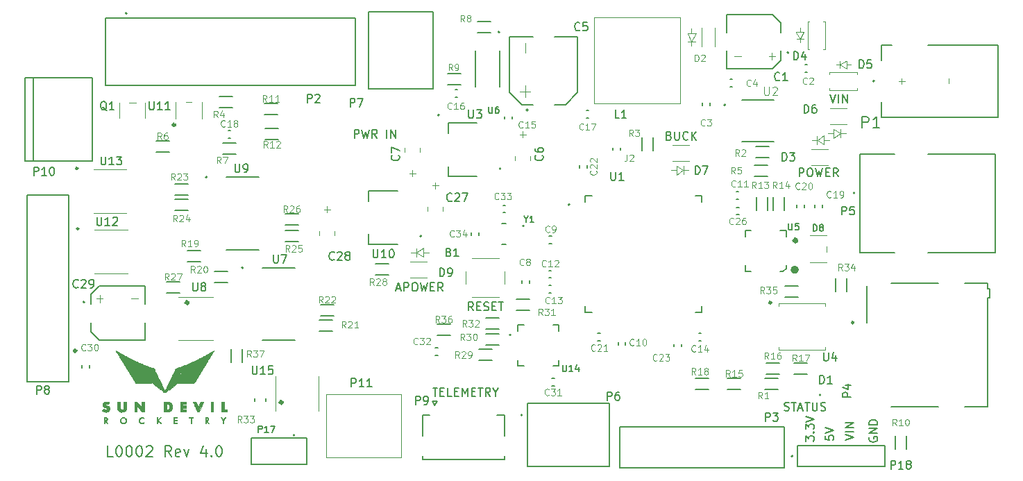
<source format=gbr>
%TF.GenerationSoftware,KiCad,Pcbnew,(6.0.5)*%
%TF.CreationDate,2022-05-28T08:22:02-07:00*%
%TF.ProjectId,Engine-Controller,456e6769-6e65-42d4-936f-6e74726f6c6c,1.0*%
%TF.SameCoordinates,Original*%
%TF.FileFunction,Legend,Top*%
%TF.FilePolarity,Positive*%
%FSLAX46Y46*%
G04 Gerber Fmt 4.6, Leading zero omitted, Abs format (unit mm)*
G04 Created by KiCad (PCBNEW (6.0.5)) date 2022-05-28 08:22:02*
%MOMM*%
%LPD*%
G01*
G04 APERTURE LIST*
%ADD10C,0.203200*%
%ADD11C,0.200000*%
%ADD12C,0.150000*%
%ADD13C,0.076200*%
%ADD14C,0.177800*%
%ADD15C,0.152400*%
%ADD16C,0.120000*%
%ADD17C,0.127000*%
%ADD18C,0.240000*%
%ADD19C,0.400000*%
%ADD20C,0.314000*%
%ADD21C,0.010000*%
%ADD22C,0.250000*%
%ADD23C,0.304800*%
%ADD24C,0.381000*%
%ADD25C,0.508000*%
G04 APERTURE END LIST*
D10*
X181625723Y-116182019D02*
X181625723Y-115166019D01*
X182012771Y-115166019D01*
X182109533Y-115214400D01*
X182157914Y-115262780D01*
X182206295Y-115359542D01*
X182206295Y-115504685D01*
X182157914Y-115601447D01*
X182109533Y-115649828D01*
X182012771Y-115698209D01*
X181625723Y-115698209D01*
X182835247Y-115166019D02*
X183028771Y-115166019D01*
X183125533Y-115214400D01*
X183222295Y-115311161D01*
X183270676Y-115504685D01*
X183270676Y-115843352D01*
X183222295Y-116036876D01*
X183125533Y-116133638D01*
X183028771Y-116182019D01*
X182835247Y-116182019D01*
X182738485Y-116133638D01*
X182641723Y-116036876D01*
X182593342Y-115843352D01*
X182593342Y-115504685D01*
X182641723Y-115311161D01*
X182738485Y-115214400D01*
X182835247Y-115166019D01*
X183609342Y-115166019D02*
X183851247Y-116182019D01*
X184044771Y-115456304D01*
X184238295Y-116182019D01*
X184480200Y-115166019D01*
X184867247Y-115649828D02*
X185205914Y-115649828D01*
X185351057Y-116182019D02*
X184867247Y-116182019D01*
X184867247Y-115166019D01*
X185351057Y-115166019D01*
X186367057Y-116182019D02*
X186028390Y-115698209D01*
X185786485Y-116182019D02*
X185786485Y-115166019D01*
X186173533Y-115166019D01*
X186270295Y-115214400D01*
X186318676Y-115262780D01*
X186367057Y-115359542D01*
X186367057Y-115504685D01*
X186318676Y-115601447D01*
X186270295Y-115649828D01*
X186173533Y-115698209D01*
X185786485Y-115698209D01*
X165745280Y-111204828D02*
X165890423Y-111253209D01*
X165938804Y-111301590D01*
X165987185Y-111398352D01*
X165987185Y-111543495D01*
X165938804Y-111640257D01*
X165890423Y-111688638D01*
X165793661Y-111737019D01*
X165406614Y-111737019D01*
X165406614Y-110721019D01*
X165745280Y-110721019D01*
X165842042Y-110769400D01*
X165890423Y-110817780D01*
X165938804Y-110914542D01*
X165938804Y-111011304D01*
X165890423Y-111108066D01*
X165842042Y-111156447D01*
X165745280Y-111204828D01*
X165406614Y-111204828D01*
X166422614Y-110721019D02*
X166422614Y-111543495D01*
X166470995Y-111640257D01*
X166519376Y-111688638D01*
X166616138Y-111737019D01*
X166809661Y-111737019D01*
X166906423Y-111688638D01*
X166954804Y-111640257D01*
X167003185Y-111543495D01*
X167003185Y-110721019D01*
X168067566Y-111640257D02*
X168019185Y-111688638D01*
X167874042Y-111737019D01*
X167777280Y-111737019D01*
X167632138Y-111688638D01*
X167535376Y-111591876D01*
X167486995Y-111495114D01*
X167438614Y-111301590D01*
X167438614Y-111156447D01*
X167486995Y-110962923D01*
X167535376Y-110866161D01*
X167632138Y-110769400D01*
X167777280Y-110721019D01*
X167874042Y-110721019D01*
X168019185Y-110769400D01*
X168067566Y-110817780D01*
X168502995Y-111737019D02*
X168502995Y-110721019D01*
X169083566Y-111737019D02*
X168648138Y-111156447D01*
X169083566Y-110721019D02*
X168502995Y-111301590D01*
X185399438Y-106149019D02*
X185738104Y-107165019D01*
X186076771Y-106149019D01*
X186415438Y-107165019D02*
X186415438Y-106149019D01*
X186899247Y-107165019D02*
X186899247Y-106149019D01*
X187479819Y-107165019D01*
X187479819Y-106149019D01*
X190195200Y-147992495D02*
X190146819Y-148089257D01*
X190146819Y-148234400D01*
X190195200Y-148379542D01*
X190291961Y-148476304D01*
X190388723Y-148524685D01*
X190582247Y-148573066D01*
X190727390Y-148573066D01*
X190920914Y-148524685D01*
X191017676Y-148476304D01*
X191114438Y-148379542D01*
X191162819Y-148234400D01*
X191162819Y-148137638D01*
X191114438Y-147992495D01*
X191066057Y-147944114D01*
X190727390Y-147944114D01*
X190727390Y-148137638D01*
X191162819Y-147508685D02*
X190146819Y-147508685D01*
X191162819Y-146928114D01*
X190146819Y-146928114D01*
X191162819Y-146444304D02*
X190146819Y-146444304D01*
X190146819Y-146202400D01*
X190195200Y-146057257D01*
X190291961Y-145960495D01*
X190388723Y-145912114D01*
X190582247Y-145863733D01*
X190727390Y-145863733D01*
X190920914Y-145912114D01*
X191017676Y-145960495D01*
X191114438Y-146057257D01*
X191162819Y-146202400D01*
X191162819Y-146444304D01*
X127354390Y-111483019D02*
X127354390Y-110467019D01*
X127741438Y-110467019D01*
X127838200Y-110515400D01*
X127886580Y-110563780D01*
X127934961Y-110660542D01*
X127934961Y-110805685D01*
X127886580Y-110902447D01*
X127838200Y-110950828D01*
X127741438Y-110999209D01*
X127354390Y-110999209D01*
X128273628Y-110467019D02*
X128515533Y-111483019D01*
X128709057Y-110757304D01*
X128902580Y-111483019D01*
X129144485Y-110467019D01*
X130112104Y-111483019D02*
X129773438Y-110999209D01*
X129531533Y-111483019D02*
X129531533Y-110467019D01*
X129918580Y-110467019D01*
X130015342Y-110515400D01*
X130063723Y-110563780D01*
X130112104Y-110660542D01*
X130112104Y-110805685D01*
X130063723Y-110902447D01*
X130015342Y-110950828D01*
X129918580Y-110999209D01*
X129531533Y-110999209D01*
X131321628Y-111483019D02*
X131321628Y-110467019D01*
X131805438Y-111483019D02*
X131805438Y-110467019D01*
X132386009Y-111483019D01*
X132386009Y-110467019D01*
X132500914Y-129861733D02*
X132984723Y-129861733D01*
X132404152Y-130152019D02*
X132742819Y-129136019D01*
X133081485Y-130152019D01*
X133420152Y-130152019D02*
X133420152Y-129136019D01*
X133807200Y-129136019D01*
X133903961Y-129184400D01*
X133952342Y-129232780D01*
X134000723Y-129329542D01*
X134000723Y-129474685D01*
X133952342Y-129571447D01*
X133903961Y-129619828D01*
X133807200Y-129668209D01*
X133420152Y-129668209D01*
X134629676Y-129136019D02*
X134823200Y-129136019D01*
X134919961Y-129184400D01*
X135016723Y-129281161D01*
X135065104Y-129474685D01*
X135065104Y-129813352D01*
X135016723Y-130006876D01*
X134919961Y-130103638D01*
X134823200Y-130152019D01*
X134629676Y-130152019D01*
X134532914Y-130103638D01*
X134436152Y-130006876D01*
X134387771Y-129813352D01*
X134387771Y-129474685D01*
X134436152Y-129281161D01*
X134532914Y-129184400D01*
X134629676Y-129136019D01*
X135403771Y-129136019D02*
X135645676Y-130152019D01*
X135839200Y-129426304D01*
X136032723Y-130152019D01*
X136274628Y-129136019D01*
X136661676Y-129619828D02*
X137000342Y-129619828D01*
X137145485Y-130152019D02*
X136661676Y-130152019D01*
X136661676Y-129136019D01*
X137145485Y-129136019D01*
X138161485Y-130152019D02*
X137822819Y-129668209D01*
X137580914Y-130152019D02*
X137580914Y-129136019D01*
X137967961Y-129136019D01*
X138064723Y-129184400D01*
X138113104Y-129232780D01*
X138161485Y-129329542D01*
X138161485Y-129474685D01*
X138113104Y-129571447D01*
X138064723Y-129619828D01*
X137967961Y-129668209D01*
X137580914Y-129668209D01*
D11*
X97901914Y-150346495D02*
X97282866Y-150346495D01*
X97282866Y-149046495D01*
X98582866Y-149046495D02*
X98706676Y-149046495D01*
X98830485Y-149108400D01*
X98892390Y-149170304D01*
X98954295Y-149294114D01*
X99016200Y-149541733D01*
X99016200Y-149851257D01*
X98954295Y-150098876D01*
X98892390Y-150222685D01*
X98830485Y-150284590D01*
X98706676Y-150346495D01*
X98582866Y-150346495D01*
X98459057Y-150284590D01*
X98397152Y-150222685D01*
X98335247Y-150098876D01*
X98273342Y-149851257D01*
X98273342Y-149541733D01*
X98335247Y-149294114D01*
X98397152Y-149170304D01*
X98459057Y-149108400D01*
X98582866Y-149046495D01*
X99820961Y-149046495D02*
X99944771Y-149046495D01*
X100068580Y-149108400D01*
X100130485Y-149170304D01*
X100192390Y-149294114D01*
X100254295Y-149541733D01*
X100254295Y-149851257D01*
X100192390Y-150098876D01*
X100130485Y-150222685D01*
X100068580Y-150284590D01*
X99944771Y-150346495D01*
X99820961Y-150346495D01*
X99697152Y-150284590D01*
X99635247Y-150222685D01*
X99573342Y-150098876D01*
X99511438Y-149851257D01*
X99511438Y-149541733D01*
X99573342Y-149294114D01*
X99635247Y-149170304D01*
X99697152Y-149108400D01*
X99820961Y-149046495D01*
X101059057Y-149046495D02*
X101182866Y-149046495D01*
X101306676Y-149108400D01*
X101368580Y-149170304D01*
X101430485Y-149294114D01*
X101492390Y-149541733D01*
X101492390Y-149851257D01*
X101430485Y-150098876D01*
X101368580Y-150222685D01*
X101306676Y-150284590D01*
X101182866Y-150346495D01*
X101059057Y-150346495D01*
X100935247Y-150284590D01*
X100873342Y-150222685D01*
X100811438Y-150098876D01*
X100749533Y-149851257D01*
X100749533Y-149541733D01*
X100811438Y-149294114D01*
X100873342Y-149170304D01*
X100935247Y-149108400D01*
X101059057Y-149046495D01*
X101987628Y-149170304D02*
X102049533Y-149108400D01*
X102173342Y-149046495D01*
X102482866Y-149046495D01*
X102606676Y-149108400D01*
X102668580Y-149170304D01*
X102730485Y-149294114D01*
X102730485Y-149417923D01*
X102668580Y-149603638D01*
X101925723Y-150346495D01*
X102730485Y-150346495D01*
X105020961Y-150346495D02*
X104587628Y-149727447D01*
X104278104Y-150346495D02*
X104278104Y-149046495D01*
X104773342Y-149046495D01*
X104897152Y-149108400D01*
X104959057Y-149170304D01*
X105020961Y-149294114D01*
X105020961Y-149479828D01*
X104959057Y-149603638D01*
X104897152Y-149665542D01*
X104773342Y-149727447D01*
X104278104Y-149727447D01*
X106073342Y-150284590D02*
X105949533Y-150346495D01*
X105701914Y-150346495D01*
X105578104Y-150284590D01*
X105516200Y-150160780D01*
X105516200Y-149665542D01*
X105578104Y-149541733D01*
X105701914Y-149479828D01*
X105949533Y-149479828D01*
X106073342Y-149541733D01*
X106135247Y-149665542D01*
X106135247Y-149789352D01*
X105516200Y-149913161D01*
X106568580Y-149479828D02*
X106878104Y-150346495D01*
X107187628Y-149479828D01*
X109230485Y-149479828D02*
X109230485Y-150346495D01*
X108920961Y-148984590D02*
X108611438Y-149913161D01*
X109416200Y-149913161D01*
X109911438Y-150222685D02*
X109973342Y-150284590D01*
X109911438Y-150346495D01*
X109849533Y-150284590D01*
X109911438Y-150222685D01*
X109911438Y-150346495D01*
X110778104Y-149046495D02*
X110901914Y-149046495D01*
X111025723Y-149108400D01*
X111087628Y-149170304D01*
X111149533Y-149294114D01*
X111211438Y-149541733D01*
X111211438Y-149851257D01*
X111149533Y-150098876D01*
X111087628Y-150222685D01*
X111025723Y-150284590D01*
X110901914Y-150346495D01*
X110778104Y-150346495D01*
X110654295Y-150284590D01*
X110592390Y-150222685D01*
X110530485Y-150098876D01*
X110468580Y-149851257D01*
X110468580Y-149541733D01*
X110530485Y-149294114D01*
X110592390Y-149170304D01*
X110654295Y-149108400D01*
X110778104Y-149046495D01*
D10*
X141856580Y-132539619D02*
X141517914Y-132055809D01*
X141276009Y-132539619D02*
X141276009Y-131523619D01*
X141663057Y-131523619D01*
X141759819Y-131572000D01*
X141808200Y-131620380D01*
X141856580Y-131717142D01*
X141856580Y-131862285D01*
X141808200Y-131959047D01*
X141759819Y-132007428D01*
X141663057Y-132055809D01*
X141276009Y-132055809D01*
X142292009Y-132007428D02*
X142630676Y-132007428D01*
X142775819Y-132539619D02*
X142292009Y-132539619D01*
X142292009Y-131523619D01*
X142775819Y-131523619D01*
X143162866Y-132491238D02*
X143308009Y-132539619D01*
X143549914Y-132539619D01*
X143646676Y-132491238D01*
X143695057Y-132442857D01*
X143743438Y-132346095D01*
X143743438Y-132249333D01*
X143695057Y-132152571D01*
X143646676Y-132104190D01*
X143549914Y-132055809D01*
X143356390Y-132007428D01*
X143259628Y-131959047D01*
X143211247Y-131910666D01*
X143162866Y-131813904D01*
X143162866Y-131717142D01*
X143211247Y-131620380D01*
X143259628Y-131572000D01*
X143356390Y-131523619D01*
X143598295Y-131523619D01*
X143743438Y-131572000D01*
X144178866Y-132007428D02*
X144517533Y-132007428D01*
X144662676Y-132539619D02*
X144178866Y-132539619D01*
X144178866Y-131523619D01*
X144662676Y-131523619D01*
X144952961Y-131523619D02*
X145533533Y-131523619D01*
X145243247Y-132539619D02*
X145243247Y-131523619D01*
X182399819Y-148464209D02*
X182399819Y-147835257D01*
X182786866Y-148173923D01*
X182786866Y-148028780D01*
X182835247Y-147932019D01*
X182883628Y-147883638D01*
X182980390Y-147835257D01*
X183222295Y-147835257D01*
X183319057Y-147883638D01*
X183367438Y-147932019D01*
X183415819Y-148028780D01*
X183415819Y-148319066D01*
X183367438Y-148415828D01*
X183319057Y-148464209D01*
X183319057Y-147399828D02*
X183367438Y-147351447D01*
X183415819Y-147399828D01*
X183367438Y-147448209D01*
X183319057Y-147399828D01*
X183415819Y-147399828D01*
X182399819Y-147012780D02*
X182399819Y-146383828D01*
X182786866Y-146722495D01*
X182786866Y-146577352D01*
X182835247Y-146480590D01*
X182883628Y-146432209D01*
X182980390Y-146383828D01*
X183222295Y-146383828D01*
X183319057Y-146432209D01*
X183367438Y-146480590D01*
X183415819Y-146577352D01*
X183415819Y-146867638D01*
X183367438Y-146964400D01*
X183319057Y-147012780D01*
X182399819Y-146093542D02*
X183415819Y-145754876D01*
X182399819Y-145416209D01*
X187225819Y-148331161D02*
X188241819Y-147992495D01*
X187225819Y-147653828D01*
X188241819Y-147315161D02*
X187225819Y-147315161D01*
X188241819Y-146831352D02*
X187225819Y-146831352D01*
X188241819Y-146250780D01*
X187225819Y-146250780D01*
X179805390Y-144708638D02*
X179950533Y-144757019D01*
X180192438Y-144757019D01*
X180289200Y-144708638D01*
X180337580Y-144660257D01*
X180385961Y-144563495D01*
X180385961Y-144466733D01*
X180337580Y-144369971D01*
X180289200Y-144321590D01*
X180192438Y-144273209D01*
X179998914Y-144224828D01*
X179902152Y-144176447D01*
X179853771Y-144128066D01*
X179805390Y-144031304D01*
X179805390Y-143934542D01*
X179853771Y-143837780D01*
X179902152Y-143789400D01*
X179998914Y-143741019D01*
X180240819Y-143741019D01*
X180385961Y-143789400D01*
X180676247Y-143741019D02*
X181256819Y-143741019D01*
X180966533Y-144757019D02*
X180966533Y-143741019D01*
X181547104Y-144466733D02*
X182030914Y-144466733D01*
X181450342Y-144757019D02*
X181789009Y-143741019D01*
X182127676Y-144757019D01*
X182321200Y-143741019D02*
X182901771Y-143741019D01*
X182611485Y-144757019D02*
X182611485Y-143741019D01*
X183240438Y-143741019D02*
X183240438Y-144563495D01*
X183288819Y-144660257D01*
X183337200Y-144708638D01*
X183433961Y-144757019D01*
X183627485Y-144757019D01*
X183724247Y-144708638D01*
X183772628Y-144660257D01*
X183821009Y-144563495D01*
X183821009Y-143741019D01*
X184256438Y-144708638D02*
X184401580Y-144757019D01*
X184643485Y-144757019D01*
X184740247Y-144708638D01*
X184788628Y-144660257D01*
X184837009Y-144563495D01*
X184837009Y-144466733D01*
X184788628Y-144369971D01*
X184740247Y-144321590D01*
X184643485Y-144273209D01*
X184449961Y-144224828D01*
X184353200Y-144176447D01*
X184304819Y-144128066D01*
X184256438Y-144031304D01*
X184256438Y-143934542D01*
X184304819Y-143837780D01*
X184353200Y-143789400D01*
X184449961Y-143741019D01*
X184691866Y-143741019D01*
X184837009Y-143789400D01*
X184812819Y-147792923D02*
X184812819Y-148276733D01*
X185296628Y-148325114D01*
X185248247Y-148276733D01*
X185199866Y-148179971D01*
X185199866Y-147938066D01*
X185248247Y-147841304D01*
X185296628Y-147792923D01*
X185393390Y-147744542D01*
X185635295Y-147744542D01*
X185732057Y-147792923D01*
X185780438Y-147841304D01*
X185828819Y-147938066D01*
X185828819Y-148179971D01*
X185780438Y-148276733D01*
X185732057Y-148325114D01*
X184812819Y-147454257D02*
X185828819Y-147115590D01*
X184812819Y-146776923D01*
X136927771Y-141963019D02*
X137508342Y-141963019D01*
X137218057Y-142979019D02*
X137218057Y-141963019D01*
X137847009Y-142446828D02*
X138185676Y-142446828D01*
X138330819Y-142979019D02*
X137847009Y-142979019D01*
X137847009Y-141963019D01*
X138330819Y-141963019D01*
X139250057Y-142979019D02*
X138766247Y-142979019D01*
X138766247Y-141963019D01*
X139588723Y-142446828D02*
X139927390Y-142446828D01*
X140072533Y-142979019D02*
X139588723Y-142979019D01*
X139588723Y-141963019D01*
X140072533Y-141963019D01*
X140507961Y-142979019D02*
X140507961Y-141963019D01*
X140846628Y-142688733D01*
X141185295Y-141963019D01*
X141185295Y-142979019D01*
X141669104Y-142446828D02*
X142007771Y-142446828D01*
X142152914Y-142979019D02*
X141669104Y-142979019D01*
X141669104Y-141963019D01*
X142152914Y-141963019D01*
X142443200Y-141963019D02*
X143023771Y-141963019D01*
X142733485Y-142979019D02*
X142733485Y-141963019D01*
X143943009Y-142979019D02*
X143604342Y-142495209D01*
X143362438Y-142979019D02*
X143362438Y-141963019D01*
X143749485Y-141963019D01*
X143846247Y-142011400D01*
X143894628Y-142059780D01*
X143943009Y-142156542D01*
X143943009Y-142301685D01*
X143894628Y-142398447D01*
X143846247Y-142446828D01*
X143749485Y-142495209D01*
X143362438Y-142495209D01*
X144571961Y-142495209D02*
X144571961Y-142979019D01*
X144233295Y-141963019D02*
X144571961Y-142495209D01*
X144910628Y-141963019D01*
D12*
%TO.C,C6*%
X150293342Y-113603066D02*
X150340961Y-113650685D01*
X150388580Y-113793542D01*
X150388580Y-113888780D01*
X150340961Y-114031638D01*
X150245723Y-114126876D01*
X150150485Y-114174495D01*
X149960009Y-114222114D01*
X149817152Y-114222114D01*
X149626676Y-114174495D01*
X149531438Y-114126876D01*
X149436200Y-114031638D01*
X149388580Y-113888780D01*
X149388580Y-113793542D01*
X149436200Y-113650685D01*
X149483819Y-113603066D01*
X149388580Y-112745923D02*
X149388580Y-112936400D01*
X149436200Y-113031638D01*
X149483819Y-113079257D01*
X149626676Y-113174495D01*
X149817152Y-113222114D01*
X150198104Y-113222114D01*
X150293342Y-113174495D01*
X150340961Y-113126876D01*
X150388580Y-113031638D01*
X150388580Y-112841161D01*
X150340961Y-112745923D01*
X150293342Y-112698304D01*
X150198104Y-112650685D01*
X149960009Y-112650685D01*
X149864771Y-112698304D01*
X149817152Y-112745923D01*
X149769533Y-112841161D01*
X149769533Y-113031638D01*
X149817152Y-113126876D01*
X149864771Y-113174495D01*
X149960009Y-113222114D01*
%TO.C,C7*%
X132767342Y-113603066D02*
X132814961Y-113650685D01*
X132862580Y-113793542D01*
X132862580Y-113888780D01*
X132814961Y-114031638D01*
X132719723Y-114126876D01*
X132624485Y-114174495D01*
X132434009Y-114222114D01*
X132291152Y-114222114D01*
X132100676Y-114174495D01*
X132005438Y-114126876D01*
X131910200Y-114031638D01*
X131862580Y-113888780D01*
X131862580Y-113793542D01*
X131910200Y-113650685D01*
X131957819Y-113603066D01*
X131862580Y-113269733D02*
X131862580Y-112603066D01*
X132862580Y-113031638D01*
D13*
%TO.C,C8*%
X148024866Y-126930114D02*
X147986771Y-126968209D01*
X147872485Y-127006304D01*
X147796295Y-127006304D01*
X147682009Y-126968209D01*
X147605819Y-126892019D01*
X147567723Y-126815828D01*
X147529628Y-126663447D01*
X147529628Y-126549161D01*
X147567723Y-126396780D01*
X147605819Y-126320590D01*
X147682009Y-126244400D01*
X147796295Y-126206304D01*
X147872485Y-126206304D01*
X147986771Y-126244400D01*
X148024866Y-126282495D01*
X148482009Y-126549161D02*
X148405819Y-126511066D01*
X148367723Y-126472971D01*
X148329628Y-126396780D01*
X148329628Y-126358685D01*
X148367723Y-126282495D01*
X148405819Y-126244400D01*
X148482009Y-126206304D01*
X148634390Y-126206304D01*
X148710580Y-126244400D01*
X148748676Y-126282495D01*
X148786771Y-126358685D01*
X148786771Y-126396780D01*
X148748676Y-126472971D01*
X148710580Y-126511066D01*
X148634390Y-126549161D01*
X148482009Y-126549161D01*
X148405819Y-126587257D01*
X148367723Y-126625352D01*
X148329628Y-126701542D01*
X148329628Y-126853923D01*
X148367723Y-126930114D01*
X148405819Y-126968209D01*
X148482009Y-127006304D01*
X148634390Y-127006304D01*
X148710580Y-126968209D01*
X148748676Y-126930114D01*
X148786771Y-126853923D01*
X148786771Y-126701542D01*
X148748676Y-126625352D01*
X148710580Y-126587257D01*
X148634390Y-126549161D01*
D12*
%TO.C,B1*%
X138863438Y-125404571D02*
X139006295Y-125452190D01*
X139053914Y-125499809D01*
X139101533Y-125595047D01*
X139101533Y-125737904D01*
X139053914Y-125833142D01*
X139006295Y-125880761D01*
X138911057Y-125928380D01*
X138530104Y-125928380D01*
X138530104Y-124928380D01*
X138863438Y-124928380D01*
X138958676Y-124976000D01*
X139006295Y-125023619D01*
X139053914Y-125118857D01*
X139053914Y-125214095D01*
X139006295Y-125309333D01*
X138958676Y-125356952D01*
X138863438Y-125404571D01*
X138530104Y-125404571D01*
X140053914Y-125928380D02*
X139482485Y-125928380D01*
X139768200Y-125928380D02*
X139768200Y-124928380D01*
X139672961Y-125071238D01*
X139577723Y-125166476D01*
X139482485Y-125214095D01*
%TO.C,P1*%
X189288866Y-110259733D02*
X189288866Y-108859733D01*
X189822200Y-108859733D01*
X189955533Y-108926400D01*
X190022200Y-108993066D01*
X190088866Y-109126400D01*
X190088866Y-109326400D01*
X190022200Y-109459733D01*
X189955533Y-109526400D01*
X189822200Y-109593066D01*
X189288866Y-109593066D01*
X191422200Y-110259733D02*
X190622200Y-110259733D01*
X191022200Y-110259733D02*
X191022200Y-108859733D01*
X190888866Y-109059733D01*
X190755533Y-109193066D01*
X190622200Y-109259733D01*
D13*
%TO.C,C15*%
X147897914Y-110166114D02*
X147859819Y-110204209D01*
X147745533Y-110242304D01*
X147669342Y-110242304D01*
X147555057Y-110204209D01*
X147478866Y-110128019D01*
X147440771Y-110051828D01*
X147402676Y-109899447D01*
X147402676Y-109785161D01*
X147440771Y-109632780D01*
X147478866Y-109556590D01*
X147555057Y-109480400D01*
X147669342Y-109442304D01*
X147745533Y-109442304D01*
X147859819Y-109480400D01*
X147897914Y-109518495D01*
X148659819Y-110242304D02*
X148202676Y-110242304D01*
X148431247Y-110242304D02*
X148431247Y-109442304D01*
X148355057Y-109556590D01*
X148278866Y-109632780D01*
X148202676Y-109670876D01*
X149383628Y-109442304D02*
X149002676Y-109442304D01*
X148964580Y-109823257D01*
X149002676Y-109785161D01*
X149078866Y-109747066D01*
X149269342Y-109747066D01*
X149345533Y-109785161D01*
X149383628Y-109823257D01*
X149421723Y-109899447D01*
X149421723Y-110089923D01*
X149383628Y-110166114D01*
X149345533Y-110204209D01*
X149269342Y-110242304D01*
X149078866Y-110242304D01*
X149002676Y-110204209D01*
X148964580Y-110166114D01*
%TO.C,C16*%
X139211114Y-107905514D02*
X139173019Y-107943609D01*
X139058733Y-107981704D01*
X138982542Y-107981704D01*
X138868257Y-107943609D01*
X138792066Y-107867419D01*
X138753971Y-107791228D01*
X138715876Y-107638847D01*
X138715876Y-107524561D01*
X138753971Y-107372180D01*
X138792066Y-107295990D01*
X138868257Y-107219800D01*
X138982542Y-107181704D01*
X139058733Y-107181704D01*
X139173019Y-107219800D01*
X139211114Y-107257895D01*
X139973019Y-107981704D02*
X139515876Y-107981704D01*
X139744447Y-107981704D02*
X139744447Y-107181704D01*
X139668257Y-107295990D01*
X139592066Y-107372180D01*
X139515876Y-107410276D01*
X140658733Y-107181704D02*
X140506352Y-107181704D01*
X140430161Y-107219800D01*
X140392066Y-107257895D01*
X140315876Y-107372180D01*
X140277780Y-107524561D01*
X140277780Y-107829323D01*
X140315876Y-107905514D01*
X140353971Y-107943609D01*
X140430161Y-107981704D01*
X140582542Y-107981704D01*
X140658733Y-107943609D01*
X140696828Y-107905514D01*
X140734923Y-107829323D01*
X140734923Y-107638847D01*
X140696828Y-107562657D01*
X140658733Y-107524561D01*
X140582542Y-107486466D01*
X140430161Y-107486466D01*
X140353971Y-107524561D01*
X140315876Y-107562657D01*
X140277780Y-107638847D01*
%TO.C,D2*%
X168903723Y-102114304D02*
X168903723Y-101314304D01*
X169094200Y-101314304D01*
X169208485Y-101352400D01*
X169284676Y-101428590D01*
X169322771Y-101504780D01*
X169360866Y-101657161D01*
X169360866Y-101771447D01*
X169322771Y-101923828D01*
X169284676Y-102000019D01*
X169208485Y-102076209D01*
X169094200Y-102114304D01*
X168903723Y-102114304D01*
X169665628Y-101390495D02*
X169703723Y-101352400D01*
X169779914Y-101314304D01*
X169970390Y-101314304D01*
X170046580Y-101352400D01*
X170084676Y-101390495D01*
X170122771Y-101466685D01*
X170122771Y-101542876D01*
X170084676Y-101657161D01*
X169627533Y-102114304D01*
X170122771Y-102114304D01*
D12*
%TO.C,D4*%
X180948104Y-101950780D02*
X180948104Y-100950780D01*
X181186200Y-100950780D01*
X181329057Y-100998400D01*
X181424295Y-101093638D01*
X181471914Y-101188876D01*
X181519533Y-101379352D01*
X181519533Y-101522209D01*
X181471914Y-101712685D01*
X181424295Y-101807923D01*
X181329057Y-101903161D01*
X181186200Y-101950780D01*
X180948104Y-101950780D01*
X182376676Y-101284114D02*
X182376676Y-101950780D01*
X182138580Y-100903161D02*
X181900485Y-101617447D01*
X182519533Y-101617447D01*
%TO.C,D5*%
X188949104Y-102966780D02*
X188949104Y-101966780D01*
X189187200Y-101966780D01*
X189330057Y-102014400D01*
X189425295Y-102109638D01*
X189472914Y-102204876D01*
X189520533Y-102395352D01*
X189520533Y-102538209D01*
X189472914Y-102728685D01*
X189425295Y-102823923D01*
X189330057Y-102919161D01*
X189187200Y-102966780D01*
X188949104Y-102966780D01*
X190425295Y-101966780D02*
X189949104Y-101966780D01*
X189901485Y-102442971D01*
X189949104Y-102395352D01*
X190044342Y-102347733D01*
X190282438Y-102347733D01*
X190377676Y-102395352D01*
X190425295Y-102442971D01*
X190472914Y-102538209D01*
X190472914Y-102776304D01*
X190425295Y-102871542D01*
X190377676Y-102919161D01*
X190282438Y-102966780D01*
X190044342Y-102966780D01*
X189949104Y-102919161D01*
X189901485Y-102871542D01*
D13*
%TO.C,R8*%
X140785866Y-97288304D02*
X140519200Y-96907352D01*
X140328723Y-97288304D02*
X140328723Y-96488304D01*
X140633485Y-96488304D01*
X140709676Y-96526400D01*
X140747771Y-96564495D01*
X140785866Y-96640685D01*
X140785866Y-96754971D01*
X140747771Y-96831161D01*
X140709676Y-96869257D01*
X140633485Y-96907352D01*
X140328723Y-96907352D01*
X141243009Y-96831161D02*
X141166819Y-96793066D01*
X141128723Y-96754971D01*
X141090628Y-96678780D01*
X141090628Y-96640685D01*
X141128723Y-96564495D01*
X141166819Y-96526400D01*
X141243009Y-96488304D01*
X141395390Y-96488304D01*
X141471580Y-96526400D01*
X141509676Y-96564495D01*
X141547771Y-96640685D01*
X141547771Y-96678780D01*
X141509676Y-96754971D01*
X141471580Y-96793066D01*
X141395390Y-96831161D01*
X141243009Y-96831161D01*
X141166819Y-96869257D01*
X141128723Y-96907352D01*
X141090628Y-96983542D01*
X141090628Y-97135923D01*
X141128723Y-97212114D01*
X141166819Y-97250209D01*
X141243009Y-97288304D01*
X141395390Y-97288304D01*
X141471580Y-97250209D01*
X141509676Y-97212114D01*
X141547771Y-97135923D01*
X141547771Y-96983542D01*
X141509676Y-96907352D01*
X141471580Y-96869257D01*
X141395390Y-96831161D01*
%TO.C,R9*%
X139319000Y-103240114D02*
X139065000Y-102877257D01*
X138883571Y-103240114D02*
X138883571Y-102478114D01*
X139173857Y-102478114D01*
X139246428Y-102514400D01*
X139282714Y-102550685D01*
X139319000Y-102623257D01*
X139319000Y-102732114D01*
X139282714Y-102804685D01*
X139246428Y-102840971D01*
X139173857Y-102877257D01*
X138883571Y-102877257D01*
X139681857Y-103240114D02*
X139827000Y-103240114D01*
X139899571Y-103203828D01*
X139935857Y-103167542D01*
X140008428Y-103058685D01*
X140044714Y-102913542D01*
X140044714Y-102623257D01*
X140008428Y-102550685D01*
X139972142Y-102514400D01*
X139899571Y-102478114D01*
X139754428Y-102478114D01*
X139681857Y-102514400D01*
X139645571Y-102550685D01*
X139609285Y-102623257D01*
X139609285Y-102804685D01*
X139645571Y-102877257D01*
X139681857Y-102913542D01*
X139754428Y-102949828D01*
X139899571Y-102949828D01*
X139972142Y-102913542D01*
X140008428Y-102877257D01*
X140044714Y-102804685D01*
D12*
%TO.C,U6*%
X143738676Y-107664304D02*
X143738676Y-108311923D01*
X143776771Y-108388114D01*
X143814866Y-108426209D01*
X143891057Y-108464304D01*
X144043438Y-108464304D01*
X144119628Y-108426209D01*
X144157723Y-108388114D01*
X144195819Y-108311923D01*
X144195819Y-107664304D01*
X144919628Y-107664304D02*
X144767247Y-107664304D01*
X144691057Y-107702400D01*
X144652961Y-107740495D01*
X144576771Y-107854780D01*
X144538676Y-108007161D01*
X144538676Y-108311923D01*
X144576771Y-108388114D01*
X144614866Y-108426209D01*
X144691057Y-108464304D01*
X144843438Y-108464304D01*
X144919628Y-108426209D01*
X144957723Y-108388114D01*
X144995819Y-108311923D01*
X144995819Y-108121447D01*
X144957723Y-108045257D01*
X144919628Y-108007161D01*
X144843438Y-107969066D01*
X144691057Y-107969066D01*
X144614866Y-108007161D01*
X144576771Y-108045257D01*
X144538676Y-108121447D01*
%TO.C,C1*%
X179233533Y-104395542D02*
X179185914Y-104443161D01*
X179043057Y-104490780D01*
X178947819Y-104490780D01*
X178804961Y-104443161D01*
X178709723Y-104347923D01*
X178662104Y-104252685D01*
X178614485Y-104062209D01*
X178614485Y-103919352D01*
X178662104Y-103728876D01*
X178709723Y-103633638D01*
X178804961Y-103538400D01*
X178947819Y-103490780D01*
X179043057Y-103490780D01*
X179185914Y-103538400D01*
X179233533Y-103586019D01*
X180185914Y-104490780D02*
X179614485Y-104490780D01*
X179900200Y-104490780D02*
X179900200Y-103490780D01*
X179804961Y-103633638D01*
X179709723Y-103728876D01*
X179614485Y-103776495D01*
D13*
%TO.C,C17*%
X155288342Y-110406542D02*
X155252057Y-110442828D01*
X155143200Y-110479114D01*
X155070628Y-110479114D01*
X154961771Y-110442828D01*
X154889200Y-110370257D01*
X154852914Y-110297685D01*
X154816628Y-110152542D01*
X154816628Y-110043685D01*
X154852914Y-109898542D01*
X154889200Y-109825971D01*
X154961771Y-109753400D01*
X155070628Y-109717114D01*
X155143200Y-109717114D01*
X155252057Y-109753400D01*
X155288342Y-109789685D01*
X156014057Y-110479114D02*
X155578628Y-110479114D01*
X155796342Y-110479114D02*
X155796342Y-109717114D01*
X155723771Y-109825971D01*
X155651200Y-109898542D01*
X155578628Y-109934828D01*
X156268057Y-109717114D02*
X156776057Y-109717114D01*
X156449485Y-110479114D01*
%TO.C,C2*%
X182568866Y-104832114D02*
X182530771Y-104870209D01*
X182416485Y-104908304D01*
X182340295Y-104908304D01*
X182226009Y-104870209D01*
X182149819Y-104794019D01*
X182111723Y-104717828D01*
X182073628Y-104565447D01*
X182073628Y-104451161D01*
X182111723Y-104298780D01*
X182149819Y-104222590D01*
X182226009Y-104146400D01*
X182340295Y-104108304D01*
X182416485Y-104108304D01*
X182530771Y-104146400D01*
X182568866Y-104184495D01*
X182873628Y-104184495D02*
X182911723Y-104146400D01*
X182987914Y-104108304D01*
X183178390Y-104108304D01*
X183254580Y-104146400D01*
X183292676Y-104184495D01*
X183330771Y-104260685D01*
X183330771Y-104336876D01*
X183292676Y-104451161D01*
X182835533Y-104908304D01*
X183330771Y-104908304D01*
%TO.C,C3*%
X170122866Y-109912114D02*
X170084771Y-109950209D01*
X169970485Y-109988304D01*
X169894295Y-109988304D01*
X169780009Y-109950209D01*
X169703819Y-109874019D01*
X169665723Y-109797828D01*
X169627628Y-109645447D01*
X169627628Y-109531161D01*
X169665723Y-109378780D01*
X169703819Y-109302590D01*
X169780009Y-109226400D01*
X169894295Y-109188304D01*
X169970485Y-109188304D01*
X170084771Y-109226400D01*
X170122866Y-109264495D01*
X170389533Y-109188304D02*
X170884771Y-109188304D01*
X170618104Y-109493066D01*
X170732390Y-109493066D01*
X170808580Y-109531161D01*
X170846676Y-109569257D01*
X170884771Y-109645447D01*
X170884771Y-109835923D01*
X170846676Y-109912114D01*
X170808580Y-109950209D01*
X170732390Y-109988304D01*
X170503819Y-109988304D01*
X170427628Y-109950209D01*
X170389533Y-109912114D01*
%TO.C,U2*%
X177368295Y-105268780D02*
X177368295Y-106078304D01*
X177415914Y-106173542D01*
X177463533Y-106221161D01*
X177558771Y-106268780D01*
X177749247Y-106268780D01*
X177844485Y-106221161D01*
X177892104Y-106173542D01*
X177939723Y-106078304D01*
X177939723Y-105268780D01*
X178368295Y-105364019D02*
X178415914Y-105316400D01*
X178511152Y-105268780D01*
X178749247Y-105268780D01*
X178844485Y-105316400D01*
X178892104Y-105364019D01*
X178939723Y-105459257D01*
X178939723Y-105554495D01*
X178892104Y-105697352D01*
X178320676Y-106268780D01*
X178939723Y-106268780D01*
%TO.C,R5*%
X173805866Y-115830304D02*
X173539200Y-115449352D01*
X173348723Y-115830304D02*
X173348723Y-115030304D01*
X173653485Y-115030304D01*
X173729676Y-115068400D01*
X173767771Y-115106495D01*
X173805866Y-115182685D01*
X173805866Y-115296971D01*
X173767771Y-115373161D01*
X173729676Y-115411257D01*
X173653485Y-115449352D01*
X173348723Y-115449352D01*
X174529676Y-115030304D02*
X174148723Y-115030304D01*
X174110628Y-115411257D01*
X174148723Y-115373161D01*
X174224914Y-115335066D01*
X174415390Y-115335066D01*
X174491580Y-115373161D01*
X174529676Y-115411257D01*
X174567771Y-115487447D01*
X174567771Y-115677923D01*
X174529676Y-115754114D01*
X174491580Y-115792209D01*
X174415390Y-115830304D01*
X174224914Y-115830304D01*
X174148723Y-115792209D01*
X174110628Y-115754114D01*
D12*
%TO.C,C5*%
X154849533Y-98299542D02*
X154801914Y-98347161D01*
X154659057Y-98394780D01*
X154563819Y-98394780D01*
X154420961Y-98347161D01*
X154325723Y-98251923D01*
X154278104Y-98156685D01*
X154230485Y-97966209D01*
X154230485Y-97823352D01*
X154278104Y-97632876D01*
X154325723Y-97537638D01*
X154420961Y-97442400D01*
X154563819Y-97394780D01*
X154659057Y-97394780D01*
X154801914Y-97442400D01*
X154849533Y-97490019D01*
X155754295Y-97394780D02*
X155278104Y-97394780D01*
X155230485Y-97870971D01*
X155278104Y-97823352D01*
X155373342Y-97775733D01*
X155611438Y-97775733D01*
X155706676Y-97823352D01*
X155754295Y-97870971D01*
X155801914Y-97966209D01*
X155801914Y-98204304D01*
X155754295Y-98299542D01*
X155706676Y-98347161D01*
X155611438Y-98394780D01*
X155373342Y-98394780D01*
X155278104Y-98347161D01*
X155230485Y-98299542D01*
%TO.C,D3*%
X179551104Y-114269780D02*
X179551104Y-113269780D01*
X179789200Y-113269780D01*
X179932057Y-113317400D01*
X180027295Y-113412638D01*
X180074914Y-113507876D01*
X180122533Y-113698352D01*
X180122533Y-113841209D01*
X180074914Y-114031685D01*
X180027295Y-114126923D01*
X179932057Y-114222161D01*
X179789200Y-114269780D01*
X179551104Y-114269780D01*
X180455866Y-113269780D02*
X181074914Y-113269780D01*
X180741580Y-113650733D01*
X180884438Y-113650733D01*
X180979676Y-113698352D01*
X181027295Y-113745971D01*
X181074914Y-113841209D01*
X181074914Y-114079304D01*
X181027295Y-114174542D01*
X180979676Y-114222161D01*
X180884438Y-114269780D01*
X180598723Y-114269780D01*
X180503485Y-114222161D01*
X180455866Y-114174542D01*
D13*
%TO.C,R2*%
X174313866Y-113671304D02*
X174047200Y-113290352D01*
X173856723Y-113671304D02*
X173856723Y-112871304D01*
X174161485Y-112871304D01*
X174237676Y-112909400D01*
X174275771Y-112947495D01*
X174313866Y-113023685D01*
X174313866Y-113137971D01*
X174275771Y-113214161D01*
X174237676Y-113252257D01*
X174161485Y-113290352D01*
X173856723Y-113290352D01*
X174618628Y-112947495D02*
X174656723Y-112909400D01*
X174732914Y-112871304D01*
X174923390Y-112871304D01*
X174999580Y-112909400D01*
X175037676Y-112947495D01*
X175075771Y-113023685D01*
X175075771Y-113099876D01*
X175037676Y-113214161D01*
X174580533Y-113671304D01*
X175075771Y-113671304D01*
%TO.C,R3*%
X161359866Y-111258304D02*
X161093200Y-110877352D01*
X160902723Y-111258304D02*
X160902723Y-110458304D01*
X161207485Y-110458304D01*
X161283676Y-110496400D01*
X161321771Y-110534495D01*
X161359866Y-110610685D01*
X161359866Y-110724971D01*
X161321771Y-110801161D01*
X161283676Y-110839257D01*
X161207485Y-110877352D01*
X160902723Y-110877352D01*
X161626533Y-110458304D02*
X162121771Y-110458304D01*
X161855104Y-110763066D01*
X161969390Y-110763066D01*
X162045580Y-110801161D01*
X162083676Y-110839257D01*
X162121771Y-110915447D01*
X162121771Y-111105923D01*
X162083676Y-111182114D01*
X162045580Y-111220209D01*
X161969390Y-111258304D01*
X161740819Y-111258304D01*
X161664628Y-111220209D01*
X161626533Y-111182114D01*
D12*
%TO.C,L1*%
X159675533Y-109062780D02*
X159199342Y-109062780D01*
X159199342Y-108062780D01*
X160532676Y-109062780D02*
X159961247Y-109062780D01*
X160246961Y-109062780D02*
X160246961Y-108062780D01*
X160151723Y-108205638D01*
X160056485Y-108300876D01*
X159961247Y-108348495D01*
%TO.C,U3*%
X141300295Y-108062780D02*
X141300295Y-108872304D01*
X141347914Y-108967542D01*
X141395533Y-109015161D01*
X141490771Y-109062780D01*
X141681247Y-109062780D01*
X141776485Y-109015161D01*
X141824104Y-108967542D01*
X141871723Y-108872304D01*
X141871723Y-108062780D01*
X142252676Y-108062780D02*
X142871723Y-108062780D01*
X142538390Y-108443733D01*
X142681247Y-108443733D01*
X142776485Y-108491352D01*
X142824104Y-108538971D01*
X142871723Y-108634209D01*
X142871723Y-108872304D01*
X142824104Y-108967542D01*
X142776485Y-109015161D01*
X142681247Y-109062780D01*
X142395533Y-109062780D01*
X142300295Y-109015161D01*
X142252676Y-108967542D01*
D13*
%TO.C,C4*%
X175710866Y-105086114D02*
X175672771Y-105124209D01*
X175558485Y-105162304D01*
X175482295Y-105162304D01*
X175368009Y-105124209D01*
X175291819Y-105048019D01*
X175253723Y-104971828D01*
X175215628Y-104819447D01*
X175215628Y-104705161D01*
X175253723Y-104552780D01*
X175291819Y-104476590D01*
X175368009Y-104400400D01*
X175482295Y-104362304D01*
X175558485Y-104362304D01*
X175672771Y-104400400D01*
X175710866Y-104438495D01*
X176396580Y-104628971D02*
X176396580Y-105162304D01*
X176206104Y-104324209D02*
X176015628Y-104895638D01*
X176510866Y-104895638D01*
D12*
%TO.C,U1*%
X158649191Y-115645493D02*
X158649191Y-116455042D01*
X158696812Y-116550283D01*
X158744432Y-116597904D01*
X158839673Y-116645524D01*
X159030155Y-116645524D01*
X159125396Y-116597904D01*
X159173017Y-116550283D01*
X159220637Y-116455042D01*
X159220637Y-115645493D01*
X160220668Y-116645524D02*
X159649222Y-116645524D01*
X159934945Y-116645524D02*
X159934945Y-115645493D01*
X159839704Y-115788355D01*
X159744463Y-115883596D01*
X159649222Y-115931217D01*
%TO.C,D7*%
X168946604Y-115920780D02*
X168946604Y-114920780D01*
X169184700Y-114920780D01*
X169327557Y-114968400D01*
X169422795Y-115063638D01*
X169470414Y-115158876D01*
X169518033Y-115349352D01*
X169518033Y-115492209D01*
X169470414Y-115682685D01*
X169422795Y-115777923D01*
X169327557Y-115873161D01*
X169184700Y-115920780D01*
X168946604Y-115920780D01*
X169851366Y-114920780D02*
X170518033Y-114920780D01*
X170089461Y-115920780D01*
%TO.C,D6*%
X182218104Y-108427780D02*
X182218104Y-107427780D01*
X182456200Y-107427780D01*
X182599057Y-107475400D01*
X182694295Y-107570638D01*
X182741914Y-107665876D01*
X182789533Y-107856352D01*
X182789533Y-107999209D01*
X182741914Y-108189685D01*
X182694295Y-108284923D01*
X182599057Y-108380161D01*
X182456200Y-108427780D01*
X182218104Y-108427780D01*
X183646676Y-107427780D02*
X183456200Y-107427780D01*
X183360961Y-107475400D01*
X183313342Y-107523019D01*
X183218104Y-107665876D01*
X183170485Y-107856352D01*
X183170485Y-108237304D01*
X183218104Y-108332542D01*
X183265723Y-108380161D01*
X183360961Y-108427780D01*
X183551438Y-108427780D01*
X183646676Y-108380161D01*
X183694295Y-108332542D01*
X183741914Y-108237304D01*
X183741914Y-107999209D01*
X183694295Y-107903971D01*
X183646676Y-107856352D01*
X183551438Y-107808733D01*
X183360961Y-107808733D01*
X183265723Y-107856352D01*
X183218104Y-107903971D01*
X183170485Y-107999209D01*
D13*
%TO.C,C30*%
X94557914Y-137344114D02*
X94519819Y-137382209D01*
X94405533Y-137420304D01*
X94329342Y-137420304D01*
X94215057Y-137382209D01*
X94138866Y-137306019D01*
X94100771Y-137229828D01*
X94062676Y-137077447D01*
X94062676Y-136963161D01*
X94100771Y-136810780D01*
X94138866Y-136734590D01*
X94215057Y-136658400D01*
X94329342Y-136620304D01*
X94405533Y-136620304D01*
X94519819Y-136658400D01*
X94557914Y-136696495D01*
X94824580Y-136620304D02*
X95319819Y-136620304D01*
X95053152Y-136925066D01*
X95167438Y-136925066D01*
X95243628Y-136963161D01*
X95281723Y-137001257D01*
X95319819Y-137077447D01*
X95319819Y-137267923D01*
X95281723Y-137344114D01*
X95243628Y-137382209D01*
X95167438Y-137420304D01*
X94938866Y-137420304D01*
X94862676Y-137382209D01*
X94824580Y-137344114D01*
X95815057Y-136620304D02*
X95891247Y-136620304D01*
X95967438Y-136658400D01*
X96005533Y-136696495D01*
X96043628Y-136772685D01*
X96081723Y-136925066D01*
X96081723Y-137115542D01*
X96043628Y-137267923D01*
X96005533Y-137344114D01*
X95967438Y-137382209D01*
X95891247Y-137420304D01*
X95815057Y-137420304D01*
X95738866Y-137382209D01*
X95700771Y-137344114D01*
X95662676Y-137267923D01*
X95624580Y-137115542D01*
X95624580Y-136925066D01*
X95662676Y-136772685D01*
X95700771Y-136696495D01*
X95738866Y-136658400D01*
X95815057Y-136620304D01*
D12*
%TO.C,C27*%
X139260342Y-119127542D02*
X139212723Y-119175161D01*
X139069866Y-119222780D01*
X138974628Y-119222780D01*
X138831771Y-119175161D01*
X138736533Y-119079923D01*
X138688914Y-118984685D01*
X138641295Y-118794209D01*
X138641295Y-118651352D01*
X138688914Y-118460876D01*
X138736533Y-118365638D01*
X138831771Y-118270400D01*
X138974628Y-118222780D01*
X139069866Y-118222780D01*
X139212723Y-118270400D01*
X139260342Y-118318019D01*
X139641295Y-118318019D02*
X139688914Y-118270400D01*
X139784152Y-118222780D01*
X140022247Y-118222780D01*
X140117485Y-118270400D01*
X140165104Y-118318019D01*
X140212723Y-118413257D01*
X140212723Y-118508495D01*
X140165104Y-118651352D01*
X139593676Y-119222780D01*
X140212723Y-119222780D01*
X140546057Y-118222780D02*
X141212723Y-118222780D01*
X140784152Y-119222780D01*
D13*
%TO.C,C9*%
X151149066Y-122916914D02*
X151110971Y-122955009D01*
X150996685Y-122993104D01*
X150920495Y-122993104D01*
X150806209Y-122955009D01*
X150730019Y-122878819D01*
X150691923Y-122802628D01*
X150653828Y-122650247D01*
X150653828Y-122535961D01*
X150691923Y-122383580D01*
X150730019Y-122307390D01*
X150806209Y-122231200D01*
X150920495Y-122193104D01*
X150996685Y-122193104D01*
X151110971Y-122231200D01*
X151149066Y-122269295D01*
X151530019Y-122993104D02*
X151682400Y-122993104D01*
X151758590Y-122955009D01*
X151796685Y-122916914D01*
X151872876Y-122802628D01*
X151910971Y-122650247D01*
X151910971Y-122345485D01*
X151872876Y-122269295D01*
X151834780Y-122231200D01*
X151758590Y-122193104D01*
X151606209Y-122193104D01*
X151530019Y-122231200D01*
X151491923Y-122269295D01*
X151453828Y-122345485D01*
X151453828Y-122535961D01*
X151491923Y-122612152D01*
X151530019Y-122650247D01*
X151606209Y-122688342D01*
X151758590Y-122688342D01*
X151834780Y-122650247D01*
X151872876Y-122612152D01*
X151910971Y-122535961D01*
D12*
%TO.C,D9*%
X137768104Y-128366780D02*
X137768104Y-127366780D01*
X138006200Y-127366780D01*
X138149057Y-127414400D01*
X138244295Y-127509638D01*
X138291914Y-127604876D01*
X138339533Y-127795352D01*
X138339533Y-127938209D01*
X138291914Y-128128685D01*
X138244295Y-128223923D01*
X138149057Y-128319161D01*
X138006200Y-128366780D01*
X137768104Y-128366780D01*
X138815723Y-128366780D02*
X139006200Y-128366780D01*
X139101438Y-128319161D01*
X139149057Y-128271542D01*
X139244295Y-128128685D01*
X139291914Y-127938209D01*
X139291914Y-127557257D01*
X139244295Y-127462019D01*
X139196676Y-127414400D01*
X139101438Y-127366780D01*
X138910961Y-127366780D01*
X138815723Y-127414400D01*
X138768104Y-127462019D01*
X138720485Y-127557257D01*
X138720485Y-127795352D01*
X138768104Y-127890590D01*
X138815723Y-127938209D01*
X138910961Y-127985828D01*
X139101438Y-127985828D01*
X139196676Y-127938209D01*
X139244295Y-127890590D01*
X139291914Y-127795352D01*
D13*
%TO.C,R27*%
X104717914Y-128784304D02*
X104451247Y-128403352D01*
X104260771Y-128784304D02*
X104260771Y-127984304D01*
X104565533Y-127984304D01*
X104641723Y-128022400D01*
X104679819Y-128060495D01*
X104717914Y-128136685D01*
X104717914Y-128250971D01*
X104679819Y-128327161D01*
X104641723Y-128365257D01*
X104565533Y-128403352D01*
X104260771Y-128403352D01*
X105022676Y-128060495D02*
X105060771Y-128022400D01*
X105136961Y-127984304D01*
X105327438Y-127984304D01*
X105403628Y-128022400D01*
X105441723Y-128060495D01*
X105479819Y-128136685D01*
X105479819Y-128212876D01*
X105441723Y-128327161D01*
X104984580Y-128784304D01*
X105479819Y-128784304D01*
X105746485Y-127984304D02*
X106279819Y-127984304D01*
X105936961Y-128784304D01*
%TO.C,R1*%
X177107866Y-143262304D02*
X176841200Y-142881352D01*
X176650723Y-143262304D02*
X176650723Y-142462304D01*
X176955485Y-142462304D01*
X177031676Y-142500400D01*
X177069771Y-142538495D01*
X177107866Y-142614685D01*
X177107866Y-142728971D01*
X177069771Y-142805161D01*
X177031676Y-142843257D01*
X176955485Y-142881352D01*
X176650723Y-142881352D01*
X177869771Y-143262304D02*
X177412628Y-143262304D01*
X177641200Y-143262304D02*
X177641200Y-142462304D01*
X177565009Y-142576590D01*
X177488819Y-142652780D01*
X177412628Y-142690876D01*
%TO.C,R18*%
X168979914Y-140341304D02*
X168713247Y-139960352D01*
X168522771Y-140341304D02*
X168522771Y-139541304D01*
X168827533Y-139541304D01*
X168903723Y-139579400D01*
X168941819Y-139617495D01*
X168979914Y-139693685D01*
X168979914Y-139807971D01*
X168941819Y-139884161D01*
X168903723Y-139922257D01*
X168827533Y-139960352D01*
X168522771Y-139960352D01*
X169741819Y-140341304D02*
X169284676Y-140341304D01*
X169513247Y-140341304D02*
X169513247Y-139541304D01*
X169437057Y-139655590D01*
X169360866Y-139731780D01*
X169284676Y-139769876D01*
X170198961Y-139884161D02*
X170122771Y-139846066D01*
X170084676Y-139807971D01*
X170046580Y-139731780D01*
X170046580Y-139693685D01*
X170084676Y-139617495D01*
X170122771Y-139579400D01*
X170198961Y-139541304D01*
X170351342Y-139541304D01*
X170427533Y-139579400D01*
X170465628Y-139617495D01*
X170503723Y-139693685D01*
X170503723Y-139731780D01*
X170465628Y-139807971D01*
X170427533Y-139846066D01*
X170351342Y-139884161D01*
X170198961Y-139884161D01*
X170122771Y-139922257D01*
X170084676Y-139960352D01*
X170046580Y-140036542D01*
X170046580Y-140188923D01*
X170084676Y-140265114D01*
X170122771Y-140303209D01*
X170198961Y-140341304D01*
X170351342Y-140341304D01*
X170427533Y-140303209D01*
X170465628Y-140265114D01*
X170503723Y-140188923D01*
X170503723Y-140036542D01*
X170465628Y-139960352D01*
X170427533Y-139922257D01*
X170351342Y-139884161D01*
%TO.C,R14*%
X178885914Y-117608304D02*
X178619247Y-117227352D01*
X178428771Y-117608304D02*
X178428771Y-116808304D01*
X178733533Y-116808304D01*
X178809723Y-116846400D01*
X178847819Y-116884495D01*
X178885914Y-116960685D01*
X178885914Y-117074971D01*
X178847819Y-117151161D01*
X178809723Y-117189257D01*
X178733533Y-117227352D01*
X178428771Y-117227352D01*
X179647819Y-117608304D02*
X179190676Y-117608304D01*
X179419247Y-117608304D02*
X179419247Y-116808304D01*
X179343057Y-116922590D01*
X179266866Y-116998780D01*
X179190676Y-117036876D01*
X180333533Y-117074971D02*
X180333533Y-117608304D01*
X180143057Y-116770209D02*
X179952580Y-117341638D01*
X180447819Y-117341638D01*
%TO.C,C21*%
X156725314Y-137394914D02*
X156687219Y-137433009D01*
X156572933Y-137471104D01*
X156496742Y-137471104D01*
X156382457Y-137433009D01*
X156306266Y-137356819D01*
X156268171Y-137280628D01*
X156230076Y-137128247D01*
X156230076Y-137013961D01*
X156268171Y-136861580D01*
X156306266Y-136785390D01*
X156382457Y-136709200D01*
X156496742Y-136671104D01*
X156572933Y-136671104D01*
X156687219Y-136709200D01*
X156725314Y-136747295D01*
X157030076Y-136747295D02*
X157068171Y-136709200D01*
X157144361Y-136671104D01*
X157334838Y-136671104D01*
X157411028Y-136709200D01*
X157449123Y-136747295D01*
X157487219Y-136823485D01*
X157487219Y-136899676D01*
X157449123Y-137013961D01*
X156991980Y-137471104D01*
X157487219Y-137471104D01*
X158249123Y-137471104D02*
X157791980Y-137471104D01*
X158020552Y-137471104D02*
X158020552Y-136671104D01*
X157944361Y-136785390D01*
X157868171Y-136861580D01*
X157791980Y-136899676D01*
%TO.C,R34*%
X186886914Y-127641304D02*
X186620247Y-127260352D01*
X186429771Y-127641304D02*
X186429771Y-126841304D01*
X186734533Y-126841304D01*
X186810723Y-126879400D01*
X186848819Y-126917495D01*
X186886914Y-126993685D01*
X186886914Y-127107971D01*
X186848819Y-127184161D01*
X186810723Y-127222257D01*
X186734533Y-127260352D01*
X186429771Y-127260352D01*
X187153580Y-126841304D02*
X187648819Y-126841304D01*
X187382152Y-127146066D01*
X187496438Y-127146066D01*
X187572628Y-127184161D01*
X187610723Y-127222257D01*
X187648819Y-127298447D01*
X187648819Y-127488923D01*
X187610723Y-127565114D01*
X187572628Y-127603209D01*
X187496438Y-127641304D01*
X187267866Y-127641304D01*
X187191676Y-127603209D01*
X187153580Y-127565114D01*
X188334533Y-127107971D02*
X188334533Y-127641304D01*
X188144057Y-126803209D02*
X187953580Y-127374638D01*
X188448819Y-127374638D01*
%TO.C,R7*%
X111067866Y-114560304D02*
X110801200Y-114179352D01*
X110610723Y-114560304D02*
X110610723Y-113760304D01*
X110915485Y-113760304D01*
X110991676Y-113798400D01*
X111029771Y-113836495D01*
X111067866Y-113912685D01*
X111067866Y-114026971D01*
X111029771Y-114103161D01*
X110991676Y-114141257D01*
X110915485Y-114179352D01*
X110610723Y-114179352D01*
X111334533Y-113760304D02*
X111867866Y-113760304D01*
X111525009Y-114560304D01*
D12*
%TO.C,U7*%
X117493295Y-125715780D02*
X117493295Y-126525304D01*
X117540914Y-126620542D01*
X117588533Y-126668161D01*
X117683771Y-126715780D01*
X117874247Y-126715780D01*
X117969485Y-126668161D01*
X118017104Y-126620542D01*
X118064723Y-126525304D01*
X118064723Y-125715780D01*
X118445676Y-125715780D02*
X119112342Y-125715780D01*
X118683771Y-126715780D01*
D13*
%TO.C,R16*%
X177869914Y-138436304D02*
X177603247Y-138055352D01*
X177412771Y-138436304D02*
X177412771Y-137636304D01*
X177717533Y-137636304D01*
X177793723Y-137674400D01*
X177831819Y-137712495D01*
X177869914Y-137788685D01*
X177869914Y-137902971D01*
X177831819Y-137979161D01*
X177793723Y-138017257D01*
X177717533Y-138055352D01*
X177412771Y-138055352D01*
X178631819Y-138436304D02*
X178174676Y-138436304D01*
X178403247Y-138436304D02*
X178403247Y-137636304D01*
X178327057Y-137750590D01*
X178250866Y-137826780D01*
X178174676Y-137864876D01*
X179317533Y-137636304D02*
X179165152Y-137636304D01*
X179088961Y-137674400D01*
X179050866Y-137712495D01*
X178974676Y-137826780D01*
X178936580Y-137979161D01*
X178936580Y-138283923D01*
X178974676Y-138360114D01*
X179012771Y-138398209D01*
X179088961Y-138436304D01*
X179241342Y-138436304D01*
X179317533Y-138398209D01*
X179355628Y-138360114D01*
X179393723Y-138283923D01*
X179393723Y-138093447D01*
X179355628Y-138017257D01*
X179317533Y-137979161D01*
X179241342Y-137941066D01*
X179088961Y-137941066D01*
X179012771Y-137979161D01*
X178974676Y-138017257D01*
X178936580Y-138093447D01*
%TO.C,R29*%
X140150914Y-138309304D02*
X139884247Y-137928352D01*
X139693771Y-138309304D02*
X139693771Y-137509304D01*
X139998533Y-137509304D01*
X140074723Y-137547400D01*
X140112819Y-137585495D01*
X140150914Y-137661685D01*
X140150914Y-137775971D01*
X140112819Y-137852161D01*
X140074723Y-137890257D01*
X139998533Y-137928352D01*
X139693771Y-137928352D01*
X140455676Y-137585495D02*
X140493771Y-137547400D01*
X140569961Y-137509304D01*
X140760438Y-137509304D01*
X140836628Y-137547400D01*
X140874723Y-137585495D01*
X140912819Y-137661685D01*
X140912819Y-137737876D01*
X140874723Y-137852161D01*
X140417580Y-138309304D01*
X140912819Y-138309304D01*
X141293771Y-138309304D02*
X141446152Y-138309304D01*
X141522342Y-138271209D01*
X141560438Y-138233114D01*
X141636628Y-138118828D01*
X141674723Y-137966447D01*
X141674723Y-137661685D01*
X141636628Y-137585495D01*
X141598533Y-137547400D01*
X141522342Y-137509304D01*
X141369961Y-137509304D01*
X141293771Y-137547400D01*
X141255676Y-137585495D01*
X141217580Y-137661685D01*
X141217580Y-137852161D01*
X141255676Y-137928352D01*
X141293771Y-137966447D01*
X141369961Y-138004542D01*
X141522342Y-138004542D01*
X141598533Y-137966447D01*
X141636628Y-137928352D01*
X141674723Y-137852161D01*
%TO.C,R32*%
X141039914Y-134499304D02*
X140773247Y-134118352D01*
X140582771Y-134499304D02*
X140582771Y-133699304D01*
X140887533Y-133699304D01*
X140963723Y-133737400D01*
X141001819Y-133775495D01*
X141039914Y-133851685D01*
X141039914Y-133965971D01*
X141001819Y-134042161D01*
X140963723Y-134080257D01*
X140887533Y-134118352D01*
X140582771Y-134118352D01*
X141306580Y-133699304D02*
X141801819Y-133699304D01*
X141535152Y-134004066D01*
X141649438Y-134004066D01*
X141725628Y-134042161D01*
X141763723Y-134080257D01*
X141801819Y-134156447D01*
X141801819Y-134346923D01*
X141763723Y-134423114D01*
X141725628Y-134461209D01*
X141649438Y-134499304D01*
X141420866Y-134499304D01*
X141344676Y-134461209D01*
X141306580Y-134423114D01*
X142106580Y-133775495D02*
X142144676Y-133737400D01*
X142220866Y-133699304D01*
X142411342Y-133699304D01*
X142487533Y-133737400D01*
X142525628Y-133775495D01*
X142563723Y-133851685D01*
X142563723Y-133927876D01*
X142525628Y-134042161D01*
X142068485Y-134499304D01*
X142563723Y-134499304D01*
%TO.C,R17*%
X181298914Y-138690304D02*
X181032247Y-138309352D01*
X180841771Y-138690304D02*
X180841771Y-137890304D01*
X181146533Y-137890304D01*
X181222723Y-137928400D01*
X181260819Y-137966495D01*
X181298914Y-138042685D01*
X181298914Y-138156971D01*
X181260819Y-138233161D01*
X181222723Y-138271257D01*
X181146533Y-138309352D01*
X180841771Y-138309352D01*
X182060819Y-138690304D02*
X181603676Y-138690304D01*
X181832247Y-138690304D02*
X181832247Y-137890304D01*
X181756057Y-138004590D01*
X181679866Y-138080780D01*
X181603676Y-138118876D01*
X182327485Y-137890304D02*
X182860819Y-137890304D01*
X182517961Y-138690304D01*
D12*
%TO.C,P5*%
X186840904Y-120848380D02*
X186840904Y-119848380D01*
X187221857Y-119848380D01*
X187317095Y-119896000D01*
X187364714Y-119943619D01*
X187412333Y-120038857D01*
X187412333Y-120181714D01*
X187364714Y-120276952D01*
X187317095Y-120324571D01*
X187221857Y-120372190D01*
X186840904Y-120372190D01*
X188317095Y-119848380D02*
X187840904Y-119848380D01*
X187793285Y-120324571D01*
X187840904Y-120276952D01*
X187936142Y-120229333D01*
X188174238Y-120229333D01*
X188269476Y-120276952D01*
X188317095Y-120324571D01*
X188364714Y-120419809D01*
X188364714Y-120657904D01*
X188317095Y-120753142D01*
X188269476Y-120800761D01*
X188174238Y-120848380D01*
X187936142Y-120848380D01*
X187840904Y-120800761D01*
X187793285Y-120753142D01*
D14*
%TO.C,P3*%
X177526042Y-146015528D02*
X177526042Y-145024928D01*
X177903414Y-145024928D01*
X177997757Y-145072100D01*
X178044928Y-145119271D01*
X178092100Y-145213614D01*
X178092100Y-145355128D01*
X178044928Y-145449471D01*
X177997757Y-145496642D01*
X177903414Y-145543814D01*
X177526042Y-145543814D01*
X178422300Y-145024928D02*
X179035528Y-145024928D01*
X178705328Y-145402300D01*
X178846842Y-145402300D01*
X178941185Y-145449471D01*
X178988357Y-145496642D01*
X179035528Y-145590985D01*
X179035528Y-145826842D01*
X178988357Y-145921185D01*
X178941185Y-145968357D01*
X178846842Y-146015528D01*
X178563814Y-146015528D01*
X178469471Y-145968357D01*
X178422300Y-145921185D01*
D13*
%TO.C,C10*%
X161449714Y-136734514D02*
X161411619Y-136772609D01*
X161297333Y-136810704D01*
X161221142Y-136810704D01*
X161106857Y-136772609D01*
X161030666Y-136696419D01*
X160992571Y-136620228D01*
X160954476Y-136467847D01*
X160954476Y-136353561D01*
X160992571Y-136201180D01*
X161030666Y-136124990D01*
X161106857Y-136048800D01*
X161221142Y-136010704D01*
X161297333Y-136010704D01*
X161411619Y-136048800D01*
X161449714Y-136086895D01*
X162211619Y-136810704D02*
X161754476Y-136810704D01*
X161983047Y-136810704D02*
X161983047Y-136010704D01*
X161906857Y-136124990D01*
X161830666Y-136201180D01*
X161754476Y-136239276D01*
X162706857Y-136010704D02*
X162783047Y-136010704D01*
X162859238Y-136048800D01*
X162897333Y-136086895D01*
X162935428Y-136163085D01*
X162973523Y-136315466D01*
X162973523Y-136505942D01*
X162935428Y-136658323D01*
X162897333Y-136734514D01*
X162859238Y-136772609D01*
X162783047Y-136810704D01*
X162706857Y-136810704D01*
X162630666Y-136772609D01*
X162592571Y-136734514D01*
X162554476Y-136658323D01*
X162516380Y-136505942D01*
X162516380Y-136315466D01*
X162554476Y-136163085D01*
X162592571Y-136086895D01*
X162630666Y-136048800D01*
X162706857Y-136010704D01*
%TO.C,R4*%
X110686866Y-108972304D02*
X110420200Y-108591352D01*
X110229723Y-108972304D02*
X110229723Y-108172304D01*
X110534485Y-108172304D01*
X110610676Y-108210400D01*
X110648771Y-108248495D01*
X110686866Y-108324685D01*
X110686866Y-108438971D01*
X110648771Y-108515161D01*
X110610676Y-108553257D01*
X110534485Y-108591352D01*
X110229723Y-108591352D01*
X111372580Y-108438971D02*
X111372580Y-108972304D01*
X111182104Y-108134209D02*
X110991628Y-108705638D01*
X111486866Y-108705638D01*
%TO.C,C14*%
X168979914Y-137496514D02*
X168941819Y-137534609D01*
X168827533Y-137572704D01*
X168751342Y-137572704D01*
X168637057Y-137534609D01*
X168560866Y-137458419D01*
X168522771Y-137382228D01*
X168484676Y-137229847D01*
X168484676Y-137115561D01*
X168522771Y-136963180D01*
X168560866Y-136886990D01*
X168637057Y-136810800D01*
X168751342Y-136772704D01*
X168827533Y-136772704D01*
X168941819Y-136810800D01*
X168979914Y-136848895D01*
X169741819Y-137572704D02*
X169284676Y-137572704D01*
X169513247Y-137572704D02*
X169513247Y-136772704D01*
X169437057Y-136886990D01*
X169360866Y-136963180D01*
X169284676Y-137001276D01*
X170427533Y-137039371D02*
X170427533Y-137572704D01*
X170237057Y-136734609D02*
X170046580Y-137306038D01*
X170541819Y-137306038D01*
%TO.C,C20*%
X181679914Y-117659114D02*
X181641819Y-117697209D01*
X181527533Y-117735304D01*
X181451342Y-117735304D01*
X181337057Y-117697209D01*
X181260866Y-117621019D01*
X181222771Y-117544828D01*
X181184676Y-117392447D01*
X181184676Y-117278161D01*
X181222771Y-117125780D01*
X181260866Y-117049590D01*
X181337057Y-116973400D01*
X181451342Y-116935304D01*
X181527533Y-116935304D01*
X181641819Y-116973400D01*
X181679914Y-117011495D01*
X181984676Y-117011495D02*
X182022771Y-116973400D01*
X182098961Y-116935304D01*
X182289438Y-116935304D01*
X182365628Y-116973400D01*
X182403723Y-117011495D01*
X182441819Y-117087685D01*
X182441819Y-117163876D01*
X182403723Y-117278161D01*
X181946580Y-117735304D01*
X182441819Y-117735304D01*
X182937057Y-116935304D02*
X183013247Y-116935304D01*
X183089438Y-116973400D01*
X183127533Y-117011495D01*
X183165628Y-117087685D01*
X183203723Y-117240066D01*
X183203723Y-117430542D01*
X183165628Y-117582923D01*
X183127533Y-117659114D01*
X183089438Y-117697209D01*
X183013247Y-117735304D01*
X182937057Y-117735304D01*
X182860866Y-117697209D01*
X182822771Y-117659114D01*
X182784676Y-117582923D01*
X182746580Y-117430542D01*
X182746580Y-117240066D01*
X182784676Y-117087685D01*
X182822771Y-117011495D01*
X182860866Y-116973400D01*
X182937057Y-116935304D01*
D12*
%TO.C,P4*%
X187951980Y-143073895D02*
X186951980Y-143073895D01*
X186951980Y-142692942D01*
X186999600Y-142597704D01*
X187047219Y-142550085D01*
X187142457Y-142502466D01*
X187285314Y-142502466D01*
X187380552Y-142550085D01*
X187428171Y-142597704D01*
X187475790Y-142692942D01*
X187475790Y-143073895D01*
X187285314Y-141645323D02*
X187951980Y-141645323D01*
X186904361Y-141883419D02*
X187618647Y-142121514D01*
X187618647Y-141502466D01*
%TO.C,U8*%
X107645295Y-129144780D02*
X107645295Y-129954304D01*
X107692914Y-130049542D01*
X107740533Y-130097161D01*
X107835771Y-130144780D01*
X108026247Y-130144780D01*
X108121485Y-130097161D01*
X108169104Y-130049542D01*
X108216723Y-129954304D01*
X108216723Y-129144780D01*
X108835771Y-129573352D02*
X108740533Y-129525733D01*
X108692914Y-129478114D01*
X108645295Y-129382876D01*
X108645295Y-129335257D01*
X108692914Y-129240019D01*
X108740533Y-129192400D01*
X108835771Y-129144780D01*
X109026247Y-129144780D01*
X109121485Y-129192400D01*
X109169104Y-129240019D01*
X109216723Y-129335257D01*
X109216723Y-129382876D01*
X109169104Y-129478114D01*
X109121485Y-129525733D01*
X109026247Y-129573352D01*
X108835771Y-129573352D01*
X108740533Y-129620971D01*
X108692914Y-129668590D01*
X108645295Y-129763828D01*
X108645295Y-129954304D01*
X108692914Y-130049542D01*
X108740533Y-130097161D01*
X108835771Y-130144780D01*
X109026247Y-130144780D01*
X109121485Y-130097161D01*
X109169104Y-130049542D01*
X109216723Y-129954304D01*
X109216723Y-129763828D01*
X109169104Y-129668590D01*
X109121485Y-129620971D01*
X109026247Y-129573352D01*
D14*
%TO.C,P8*%
X88626042Y-142713528D02*
X88626042Y-141722928D01*
X89003414Y-141722928D01*
X89097757Y-141770100D01*
X89144928Y-141817271D01*
X89192100Y-141911614D01*
X89192100Y-142053128D01*
X89144928Y-142147471D01*
X89097757Y-142194642D01*
X89003414Y-142241814D01*
X88626042Y-142241814D01*
X89758157Y-142147471D02*
X89663814Y-142100300D01*
X89616642Y-142053128D01*
X89569471Y-141958785D01*
X89569471Y-141911614D01*
X89616642Y-141817271D01*
X89663814Y-141770100D01*
X89758157Y-141722928D01*
X89946842Y-141722928D01*
X90041185Y-141770100D01*
X90088357Y-141817271D01*
X90135528Y-141911614D01*
X90135528Y-141958785D01*
X90088357Y-142053128D01*
X90041185Y-142100300D01*
X89946842Y-142147471D01*
X89758157Y-142147471D01*
X89663814Y-142194642D01*
X89616642Y-142241814D01*
X89569471Y-142336157D01*
X89569471Y-142524842D01*
X89616642Y-142619185D01*
X89663814Y-142666357D01*
X89758157Y-142713528D01*
X89946842Y-142713528D01*
X90041185Y-142666357D01*
X90088357Y-142619185D01*
X90135528Y-142524842D01*
X90135528Y-142336157D01*
X90088357Y-142241814D01*
X90041185Y-142194642D01*
X89946842Y-142147471D01*
D12*
%TO.C,U9*%
X112794295Y-114666780D02*
X112794295Y-115476304D01*
X112841914Y-115571542D01*
X112889533Y-115619161D01*
X112984771Y-115666780D01*
X113175247Y-115666780D01*
X113270485Y-115619161D01*
X113318104Y-115571542D01*
X113365723Y-115476304D01*
X113365723Y-114666780D01*
X113889533Y-115666780D02*
X114080009Y-115666780D01*
X114175247Y-115619161D01*
X114222866Y-115571542D01*
X114318104Y-115428685D01*
X114365723Y-115238209D01*
X114365723Y-114857257D01*
X114318104Y-114762019D01*
X114270485Y-114714400D01*
X114175247Y-114666780D01*
X113984771Y-114666780D01*
X113889533Y-114714400D01*
X113841914Y-114762019D01*
X113794295Y-114857257D01*
X113794295Y-115095352D01*
X113841914Y-115190590D01*
X113889533Y-115238209D01*
X113984771Y-115285828D01*
X114175247Y-115285828D01*
X114270485Y-115238209D01*
X114318104Y-115190590D01*
X114365723Y-115095352D01*
%TO.C,Q1*%
X97135961Y-108142019D02*
X97040723Y-108094400D01*
X96945485Y-107999161D01*
X96802628Y-107856304D01*
X96707390Y-107808685D01*
X96612152Y-107808685D01*
X96659771Y-108046780D02*
X96564533Y-107999161D01*
X96469295Y-107903923D01*
X96421676Y-107713447D01*
X96421676Y-107380114D01*
X96469295Y-107189638D01*
X96564533Y-107094400D01*
X96659771Y-107046780D01*
X96850247Y-107046780D01*
X96945485Y-107094400D01*
X97040723Y-107189638D01*
X97088342Y-107380114D01*
X97088342Y-107713447D01*
X97040723Y-107903923D01*
X96945485Y-107999161D01*
X96850247Y-108046780D01*
X96659771Y-108046780D01*
X98040723Y-108046780D02*
X97469295Y-108046780D01*
X97755009Y-108046780D02*
X97755009Y-107046780D01*
X97659771Y-107189638D01*
X97564533Y-107284876D01*
X97469295Y-107332495D01*
D13*
%TO.C,R22*%
X123513914Y-131578304D02*
X123247247Y-131197352D01*
X123056771Y-131578304D02*
X123056771Y-130778304D01*
X123361533Y-130778304D01*
X123437723Y-130816400D01*
X123475819Y-130854495D01*
X123513914Y-130930685D01*
X123513914Y-131044971D01*
X123475819Y-131121161D01*
X123437723Y-131159257D01*
X123361533Y-131197352D01*
X123056771Y-131197352D01*
X123818676Y-130854495D02*
X123856771Y-130816400D01*
X123932961Y-130778304D01*
X124123438Y-130778304D01*
X124199628Y-130816400D01*
X124237723Y-130854495D01*
X124275819Y-130930685D01*
X124275819Y-131006876D01*
X124237723Y-131121161D01*
X123780580Y-131578304D01*
X124275819Y-131578304D01*
X124580580Y-130854495D02*
X124618676Y-130816400D01*
X124694866Y-130778304D01*
X124885342Y-130778304D01*
X124961533Y-130816400D01*
X124999628Y-130854495D01*
X125037723Y-130930685D01*
X125037723Y-131006876D01*
X124999628Y-131121161D01*
X124542485Y-131578304D01*
X125037723Y-131578304D01*
%TO.C,R20*%
X107892914Y-127895304D02*
X107626247Y-127514352D01*
X107435771Y-127895304D02*
X107435771Y-127095304D01*
X107740533Y-127095304D01*
X107816723Y-127133400D01*
X107854819Y-127171495D01*
X107892914Y-127247685D01*
X107892914Y-127361971D01*
X107854819Y-127438161D01*
X107816723Y-127476257D01*
X107740533Y-127514352D01*
X107435771Y-127514352D01*
X108197676Y-127171495D02*
X108235771Y-127133400D01*
X108311961Y-127095304D01*
X108502438Y-127095304D01*
X108578628Y-127133400D01*
X108616723Y-127171495D01*
X108654819Y-127247685D01*
X108654819Y-127323876D01*
X108616723Y-127438161D01*
X108159580Y-127895304D01*
X108654819Y-127895304D01*
X109150057Y-127095304D02*
X109226247Y-127095304D01*
X109302438Y-127133400D01*
X109340533Y-127171495D01*
X109378628Y-127247685D01*
X109416723Y-127400066D01*
X109416723Y-127590542D01*
X109378628Y-127742923D01*
X109340533Y-127819114D01*
X109302438Y-127857209D01*
X109226247Y-127895304D01*
X109150057Y-127895304D01*
X109073866Y-127857209D01*
X109035771Y-127819114D01*
X108997676Y-127742923D01*
X108959580Y-127590542D01*
X108959580Y-127400066D01*
X108997676Y-127247685D01*
X109035771Y-127171495D01*
X109073866Y-127133400D01*
X109150057Y-127095304D01*
%TO.C,R21*%
X126307914Y-134626304D02*
X126041247Y-134245352D01*
X125850771Y-134626304D02*
X125850771Y-133826304D01*
X126155533Y-133826304D01*
X126231723Y-133864400D01*
X126269819Y-133902495D01*
X126307914Y-133978685D01*
X126307914Y-134092971D01*
X126269819Y-134169161D01*
X126231723Y-134207257D01*
X126155533Y-134245352D01*
X125850771Y-134245352D01*
X126612676Y-133902495D02*
X126650771Y-133864400D01*
X126726961Y-133826304D01*
X126917438Y-133826304D01*
X126993628Y-133864400D01*
X127031723Y-133902495D01*
X127069819Y-133978685D01*
X127069819Y-134054876D01*
X127031723Y-134169161D01*
X126574580Y-134626304D01*
X127069819Y-134626304D01*
X127831723Y-134626304D02*
X127374580Y-134626304D01*
X127603152Y-134626304D02*
X127603152Y-133826304D01*
X127526961Y-133940590D01*
X127450771Y-134016780D01*
X127374580Y-134054876D01*
%TO.C,R30*%
X140785914Y-136150304D02*
X140519247Y-135769352D01*
X140328771Y-136150304D02*
X140328771Y-135350304D01*
X140633533Y-135350304D01*
X140709723Y-135388400D01*
X140747819Y-135426495D01*
X140785914Y-135502685D01*
X140785914Y-135616971D01*
X140747819Y-135693161D01*
X140709723Y-135731257D01*
X140633533Y-135769352D01*
X140328771Y-135769352D01*
X141052580Y-135350304D02*
X141547819Y-135350304D01*
X141281152Y-135655066D01*
X141395438Y-135655066D01*
X141471628Y-135693161D01*
X141509723Y-135731257D01*
X141547819Y-135807447D01*
X141547819Y-135997923D01*
X141509723Y-136074114D01*
X141471628Y-136112209D01*
X141395438Y-136150304D01*
X141166866Y-136150304D01*
X141090676Y-136112209D01*
X141052580Y-136074114D01*
X142043057Y-135350304D02*
X142119247Y-135350304D01*
X142195438Y-135388400D01*
X142233533Y-135426495D01*
X142271628Y-135502685D01*
X142309723Y-135655066D01*
X142309723Y-135845542D01*
X142271628Y-135997923D01*
X142233533Y-136074114D01*
X142195438Y-136112209D01*
X142119247Y-136150304D01*
X142043057Y-136150304D01*
X141966866Y-136112209D01*
X141928771Y-136074114D01*
X141890676Y-135997923D01*
X141852580Y-135845542D01*
X141852580Y-135655066D01*
X141890676Y-135502685D01*
X141928771Y-135426495D01*
X141966866Y-135388400D01*
X142043057Y-135350304D01*
%TO.C,C22*%
X156825914Y-115474685D02*
X156864009Y-115512780D01*
X156902104Y-115627066D01*
X156902104Y-115703257D01*
X156864009Y-115817542D01*
X156787819Y-115893733D01*
X156711628Y-115931828D01*
X156559247Y-115969923D01*
X156444961Y-115969923D01*
X156292580Y-115931828D01*
X156216390Y-115893733D01*
X156140200Y-115817542D01*
X156102104Y-115703257D01*
X156102104Y-115627066D01*
X156140200Y-115512780D01*
X156178295Y-115474685D01*
X156178295Y-115169923D02*
X156140200Y-115131828D01*
X156102104Y-115055638D01*
X156102104Y-114865161D01*
X156140200Y-114788971D01*
X156178295Y-114750876D01*
X156254485Y-114712780D01*
X156330676Y-114712780D01*
X156444961Y-114750876D01*
X156902104Y-115208019D01*
X156902104Y-114712780D01*
X156178295Y-114408019D02*
X156140200Y-114369923D01*
X156102104Y-114293733D01*
X156102104Y-114103257D01*
X156140200Y-114027066D01*
X156178295Y-113988971D01*
X156254485Y-113950876D01*
X156330676Y-113950876D01*
X156444961Y-113988971D01*
X156902104Y-114446114D01*
X156902104Y-113950876D01*
D12*
%TO.C,U12*%
X95938011Y-121143787D02*
X95938011Y-121953311D01*
X95985630Y-122048549D01*
X96033249Y-122096168D01*
X96128487Y-122143787D01*
X96318964Y-122143787D01*
X96414202Y-122096168D01*
X96461821Y-122048549D01*
X96509440Y-121953311D01*
X96509440Y-121143787D01*
X97509440Y-122143787D02*
X96938011Y-122143787D01*
X97223726Y-122143787D02*
X97223726Y-121143787D01*
X97128487Y-121286645D01*
X97033249Y-121381883D01*
X96938011Y-121429502D01*
X97890392Y-121239026D02*
X97938011Y-121191407D01*
X98033249Y-121143787D01*
X98271345Y-121143787D01*
X98366583Y-121191407D01*
X98414202Y-121239026D01*
X98461821Y-121334264D01*
X98461821Y-121429502D01*
X98414202Y-121572359D01*
X97842773Y-122143787D01*
X98461821Y-122143787D01*
%TO.C,U15*%
X114916104Y-139304780D02*
X114916104Y-140114304D01*
X114963723Y-140209542D01*
X115011342Y-140257161D01*
X115106580Y-140304780D01*
X115297057Y-140304780D01*
X115392295Y-140257161D01*
X115439914Y-140209542D01*
X115487533Y-140114304D01*
X115487533Y-139304780D01*
X116487533Y-140304780D02*
X115916104Y-140304780D01*
X116201819Y-140304780D02*
X116201819Y-139304780D01*
X116106580Y-139447638D01*
X116011342Y-139542876D01*
X115916104Y-139590495D01*
X117392295Y-139304780D02*
X116916104Y-139304780D01*
X116868485Y-139780971D01*
X116916104Y-139733352D01*
X117011342Y-139685733D01*
X117249438Y-139685733D01*
X117344676Y-139733352D01*
X117392295Y-139780971D01*
X117439914Y-139876209D01*
X117439914Y-140114304D01*
X117392295Y-140209542D01*
X117344676Y-140257161D01*
X117249438Y-140304780D01*
X117011342Y-140304780D01*
X116916104Y-140257161D01*
X116868485Y-140209542D01*
%TO.C,U4*%
X184607295Y-137653780D02*
X184607295Y-138463304D01*
X184654914Y-138558542D01*
X184702533Y-138606161D01*
X184797771Y-138653780D01*
X184988247Y-138653780D01*
X185083485Y-138606161D01*
X185131104Y-138558542D01*
X185178723Y-138463304D01*
X185178723Y-137653780D01*
X186083485Y-137987114D02*
X186083485Y-138653780D01*
X185845390Y-137606161D02*
X185607295Y-138320447D01*
X186226342Y-138320447D01*
D13*
%TO.C,R19*%
X106749914Y-124720304D02*
X106483247Y-124339352D01*
X106292771Y-124720304D02*
X106292771Y-123920304D01*
X106597533Y-123920304D01*
X106673723Y-123958400D01*
X106711819Y-123996495D01*
X106749914Y-124072685D01*
X106749914Y-124186971D01*
X106711819Y-124263161D01*
X106673723Y-124301257D01*
X106597533Y-124339352D01*
X106292771Y-124339352D01*
X107511819Y-124720304D02*
X107054676Y-124720304D01*
X107283247Y-124720304D02*
X107283247Y-123920304D01*
X107207057Y-124034590D01*
X107130866Y-124110780D01*
X107054676Y-124148876D01*
X107892771Y-124720304D02*
X108045152Y-124720304D01*
X108121342Y-124682209D01*
X108159438Y-124644114D01*
X108235628Y-124529828D01*
X108273723Y-124377447D01*
X108273723Y-124072685D01*
X108235628Y-123996495D01*
X108197533Y-123958400D01*
X108121342Y-123920304D01*
X107968961Y-123920304D01*
X107892771Y-123958400D01*
X107854676Y-123996495D01*
X107816580Y-124072685D01*
X107816580Y-124263161D01*
X107854676Y-124339352D01*
X107892771Y-124377447D01*
X107968961Y-124415542D01*
X108121342Y-124415542D01*
X108197533Y-124377447D01*
X108235628Y-124339352D01*
X108273723Y-124263161D01*
%TO.C,C18*%
X111575914Y-110039114D02*
X111537819Y-110077209D01*
X111423533Y-110115304D01*
X111347342Y-110115304D01*
X111233057Y-110077209D01*
X111156866Y-110001019D01*
X111118771Y-109924828D01*
X111080676Y-109772447D01*
X111080676Y-109658161D01*
X111118771Y-109505780D01*
X111156866Y-109429590D01*
X111233057Y-109353400D01*
X111347342Y-109315304D01*
X111423533Y-109315304D01*
X111537819Y-109353400D01*
X111575914Y-109391495D01*
X112337819Y-110115304D02*
X111880676Y-110115304D01*
X112109247Y-110115304D02*
X112109247Y-109315304D01*
X112033057Y-109429590D01*
X111956866Y-109505780D01*
X111880676Y-109543876D01*
X112794961Y-109658161D02*
X112718771Y-109620066D01*
X112680676Y-109581971D01*
X112642580Y-109505780D01*
X112642580Y-109467685D01*
X112680676Y-109391495D01*
X112718771Y-109353400D01*
X112794961Y-109315304D01*
X112947342Y-109315304D01*
X113023533Y-109353400D01*
X113061628Y-109391495D01*
X113099723Y-109467685D01*
X113099723Y-109505780D01*
X113061628Y-109581971D01*
X113023533Y-109620066D01*
X112947342Y-109658161D01*
X112794961Y-109658161D01*
X112718771Y-109696257D01*
X112680676Y-109734352D01*
X112642580Y-109810542D01*
X112642580Y-109962923D01*
X112680676Y-110039114D01*
X112718771Y-110077209D01*
X112794961Y-110115304D01*
X112947342Y-110115304D01*
X113023533Y-110077209D01*
X113061628Y-110039114D01*
X113099723Y-109962923D01*
X113099723Y-109810542D01*
X113061628Y-109734352D01*
X113023533Y-109696257D01*
X112947342Y-109658161D01*
%TO.C,R13*%
X176345914Y-117608304D02*
X176079247Y-117227352D01*
X175888771Y-117608304D02*
X175888771Y-116808304D01*
X176193533Y-116808304D01*
X176269723Y-116846400D01*
X176307819Y-116884495D01*
X176345914Y-116960685D01*
X176345914Y-117074971D01*
X176307819Y-117151161D01*
X176269723Y-117189257D01*
X176193533Y-117227352D01*
X175888771Y-117227352D01*
X177107819Y-117608304D02*
X176650676Y-117608304D01*
X176879247Y-117608304D02*
X176879247Y-116808304D01*
X176803057Y-116922590D01*
X176726866Y-116998780D01*
X176650676Y-117036876D01*
X177374485Y-116808304D02*
X177869723Y-116808304D01*
X177603057Y-117113066D01*
X177717342Y-117113066D01*
X177793533Y-117151161D01*
X177831628Y-117189257D01*
X177869723Y-117265447D01*
X177869723Y-117455923D01*
X177831628Y-117532114D01*
X177793533Y-117570209D01*
X177717342Y-117608304D01*
X177488771Y-117608304D01*
X177412580Y-117570209D01*
X177374485Y-117532114D01*
%TO.C,R10*%
X193490914Y-146564304D02*
X193224247Y-146183352D01*
X193033771Y-146564304D02*
X193033771Y-145764304D01*
X193338533Y-145764304D01*
X193414723Y-145802400D01*
X193452819Y-145840495D01*
X193490914Y-145916685D01*
X193490914Y-146030971D01*
X193452819Y-146107161D01*
X193414723Y-146145257D01*
X193338533Y-146183352D01*
X193033771Y-146183352D01*
X194252819Y-146564304D02*
X193795676Y-146564304D01*
X194024247Y-146564304D02*
X194024247Y-145764304D01*
X193948057Y-145878590D01*
X193871866Y-145954780D01*
X193795676Y-145992876D01*
X194748057Y-145764304D02*
X194824247Y-145764304D01*
X194900438Y-145802400D01*
X194938533Y-145840495D01*
X194976628Y-145916685D01*
X195014723Y-146069066D01*
X195014723Y-146259542D01*
X194976628Y-146411923D01*
X194938533Y-146488114D01*
X194900438Y-146526209D01*
X194824247Y-146564304D01*
X194748057Y-146564304D01*
X194671866Y-146526209D01*
X194633771Y-146488114D01*
X194595676Y-146411923D01*
X194557580Y-146259542D01*
X194557580Y-146069066D01*
X194595676Y-145916685D01*
X194633771Y-145840495D01*
X194671866Y-145802400D01*
X194748057Y-145764304D01*
%TO.C,C13*%
X151149114Y-131603714D02*
X151111019Y-131641809D01*
X150996733Y-131679904D01*
X150920542Y-131679904D01*
X150806257Y-131641809D01*
X150730066Y-131565619D01*
X150691971Y-131489428D01*
X150653876Y-131337047D01*
X150653876Y-131222761D01*
X150691971Y-131070380D01*
X150730066Y-130994190D01*
X150806257Y-130918000D01*
X150920542Y-130879904D01*
X150996733Y-130879904D01*
X151111019Y-130918000D01*
X151149114Y-130956095D01*
X151911019Y-131679904D02*
X151453876Y-131679904D01*
X151682447Y-131679904D02*
X151682447Y-130879904D01*
X151606257Y-130994190D01*
X151530066Y-131070380D01*
X151453876Y-131108476D01*
X152177685Y-130879904D02*
X152672923Y-130879904D01*
X152406257Y-131184666D01*
X152520542Y-131184666D01*
X152596733Y-131222761D01*
X152634828Y-131260857D01*
X152672923Y-131337047D01*
X152672923Y-131527523D01*
X152634828Y-131603714D01*
X152596733Y-131641809D01*
X152520542Y-131679904D01*
X152291971Y-131679904D01*
X152215780Y-131641809D01*
X152177685Y-131603714D01*
%TO.C,C23*%
X164255514Y-138588714D02*
X164217419Y-138626809D01*
X164103133Y-138664904D01*
X164026942Y-138664904D01*
X163912657Y-138626809D01*
X163836466Y-138550619D01*
X163798371Y-138474428D01*
X163760276Y-138322047D01*
X163760276Y-138207761D01*
X163798371Y-138055380D01*
X163836466Y-137979190D01*
X163912657Y-137903000D01*
X164026942Y-137864904D01*
X164103133Y-137864904D01*
X164217419Y-137903000D01*
X164255514Y-137941095D01*
X164560276Y-137941095D02*
X164598371Y-137903000D01*
X164674561Y-137864904D01*
X164865038Y-137864904D01*
X164941228Y-137903000D01*
X164979323Y-137941095D01*
X165017419Y-138017285D01*
X165017419Y-138093476D01*
X164979323Y-138207761D01*
X164522180Y-138664904D01*
X165017419Y-138664904D01*
X165284085Y-137864904D02*
X165779323Y-137864904D01*
X165512657Y-138169666D01*
X165626942Y-138169666D01*
X165703133Y-138207761D01*
X165741228Y-138245857D01*
X165779323Y-138322047D01*
X165779323Y-138512523D01*
X165741228Y-138588714D01*
X165703133Y-138626809D01*
X165626942Y-138664904D01*
X165398371Y-138664904D01*
X165322180Y-138626809D01*
X165284085Y-138588714D01*
%TO.C,R33*%
X113607914Y-146183304D02*
X113341247Y-145802352D01*
X113150771Y-146183304D02*
X113150771Y-145383304D01*
X113455533Y-145383304D01*
X113531723Y-145421400D01*
X113569819Y-145459495D01*
X113607914Y-145535685D01*
X113607914Y-145649971D01*
X113569819Y-145726161D01*
X113531723Y-145764257D01*
X113455533Y-145802352D01*
X113150771Y-145802352D01*
X113874580Y-145383304D02*
X114369819Y-145383304D01*
X114103152Y-145688066D01*
X114217438Y-145688066D01*
X114293628Y-145726161D01*
X114331723Y-145764257D01*
X114369819Y-145840447D01*
X114369819Y-146030923D01*
X114331723Y-146107114D01*
X114293628Y-146145209D01*
X114217438Y-146183304D01*
X113988866Y-146183304D01*
X113912676Y-146145209D01*
X113874580Y-146107114D01*
X114636485Y-145383304D02*
X115131723Y-145383304D01*
X114865057Y-145688066D01*
X114979342Y-145688066D01*
X115055533Y-145726161D01*
X115093628Y-145764257D01*
X115131723Y-145840447D01*
X115131723Y-146030923D01*
X115093628Y-146107114D01*
X115055533Y-146145209D01*
X114979342Y-146183304D01*
X114750771Y-146183304D01*
X114674580Y-146145209D01*
X114636485Y-146107114D01*
D12*
%TO.C,D8*%
X183321479Y-122846495D02*
X183321479Y-122033695D01*
X183515003Y-122033695D01*
X183631117Y-122072400D01*
X183708526Y-122149809D01*
X183747231Y-122227219D01*
X183785936Y-122382038D01*
X183785936Y-122498152D01*
X183747231Y-122652971D01*
X183708526Y-122730380D01*
X183631117Y-122807790D01*
X183515003Y-122846495D01*
X183321479Y-122846495D01*
X184250393Y-122382038D02*
X184172983Y-122343333D01*
X184134279Y-122304628D01*
X184095574Y-122227219D01*
X184095574Y-122188514D01*
X184134279Y-122111104D01*
X184172983Y-122072400D01*
X184250393Y-122033695D01*
X184405212Y-122033695D01*
X184482622Y-122072400D01*
X184521326Y-122111104D01*
X184560031Y-122188514D01*
X184560031Y-122227219D01*
X184521326Y-122304628D01*
X184482622Y-122343333D01*
X184405212Y-122382038D01*
X184250393Y-122382038D01*
X184172983Y-122420742D01*
X184134279Y-122459447D01*
X184095574Y-122536857D01*
X184095574Y-122691676D01*
X184134279Y-122769085D01*
X184172983Y-122807790D01*
X184250393Y-122846495D01*
X184405212Y-122846495D01*
X184482622Y-122807790D01*
X184521326Y-122769085D01*
X184560031Y-122691676D01*
X184560031Y-122536857D01*
X184521326Y-122459447D01*
X184482622Y-122420742D01*
X184405212Y-122382038D01*
%TO.C,P9*%
X134847104Y-143987780D02*
X134847104Y-142987780D01*
X135228057Y-142987780D01*
X135323295Y-143035400D01*
X135370914Y-143083019D01*
X135418533Y-143178257D01*
X135418533Y-143321114D01*
X135370914Y-143416352D01*
X135323295Y-143463971D01*
X135228057Y-143511590D01*
X134847104Y-143511590D01*
X135894723Y-143987780D02*
X136085200Y-143987780D01*
X136180438Y-143940161D01*
X136228057Y-143892542D01*
X136323295Y-143749685D01*
X136370914Y-143559209D01*
X136370914Y-143178257D01*
X136323295Y-143083019D01*
X136275676Y-143035400D01*
X136180438Y-142987780D01*
X135989961Y-142987780D01*
X135894723Y-143035400D01*
X135847104Y-143083019D01*
X135799485Y-143178257D01*
X135799485Y-143416352D01*
X135847104Y-143511590D01*
X135894723Y-143559209D01*
X135989961Y-143606828D01*
X136180438Y-143606828D01*
X136275676Y-143559209D01*
X136323295Y-143511590D01*
X136370914Y-143416352D01*
D13*
%TO.C,R28*%
X129736914Y-129419304D02*
X129470247Y-129038352D01*
X129279771Y-129419304D02*
X129279771Y-128619304D01*
X129584533Y-128619304D01*
X129660723Y-128657400D01*
X129698819Y-128695495D01*
X129736914Y-128771685D01*
X129736914Y-128885971D01*
X129698819Y-128962161D01*
X129660723Y-129000257D01*
X129584533Y-129038352D01*
X129279771Y-129038352D01*
X130041676Y-128695495D02*
X130079771Y-128657400D01*
X130155961Y-128619304D01*
X130346438Y-128619304D01*
X130422628Y-128657400D01*
X130460723Y-128695495D01*
X130498819Y-128771685D01*
X130498819Y-128847876D01*
X130460723Y-128962161D01*
X130003580Y-129419304D01*
X130498819Y-129419304D01*
X130955961Y-128962161D02*
X130879771Y-128924066D01*
X130841676Y-128885971D01*
X130803580Y-128809780D01*
X130803580Y-128771685D01*
X130841676Y-128695495D01*
X130879771Y-128657400D01*
X130955961Y-128619304D01*
X131108342Y-128619304D01*
X131184533Y-128657400D01*
X131222628Y-128695495D01*
X131260723Y-128771685D01*
X131260723Y-128809780D01*
X131222628Y-128885971D01*
X131184533Y-128924066D01*
X131108342Y-128962161D01*
X130955961Y-128962161D01*
X130879771Y-129000257D01*
X130841676Y-129038352D01*
X130803580Y-129114542D01*
X130803580Y-129266923D01*
X130841676Y-129343114D01*
X130879771Y-129381209D01*
X130955961Y-129419304D01*
X131108342Y-129419304D01*
X131184533Y-129381209D01*
X131222628Y-129343114D01*
X131260723Y-129266923D01*
X131260723Y-129114542D01*
X131222628Y-129038352D01*
X131184533Y-129000257D01*
X131108342Y-128962161D01*
%TO.C,J2*%
X160591533Y-113506304D02*
X160591533Y-114077733D01*
X160553438Y-114192019D01*
X160477247Y-114268209D01*
X160362961Y-114306304D01*
X160286771Y-114306304D01*
X160934390Y-113582495D02*
X160972485Y-113544400D01*
X161048676Y-113506304D01*
X161239152Y-113506304D01*
X161315342Y-113544400D01*
X161353438Y-113582495D01*
X161391533Y-113658685D01*
X161391533Y-113734876D01*
X161353438Y-113849161D01*
X160896295Y-114306304D01*
X161391533Y-114306304D01*
%TO.C,R37*%
X114750914Y-138182304D02*
X114484247Y-137801352D01*
X114293771Y-138182304D02*
X114293771Y-137382304D01*
X114598533Y-137382304D01*
X114674723Y-137420400D01*
X114712819Y-137458495D01*
X114750914Y-137534685D01*
X114750914Y-137648971D01*
X114712819Y-137725161D01*
X114674723Y-137763257D01*
X114598533Y-137801352D01*
X114293771Y-137801352D01*
X115017580Y-137382304D02*
X115512819Y-137382304D01*
X115246152Y-137687066D01*
X115360438Y-137687066D01*
X115436628Y-137725161D01*
X115474723Y-137763257D01*
X115512819Y-137839447D01*
X115512819Y-138029923D01*
X115474723Y-138106114D01*
X115436628Y-138144209D01*
X115360438Y-138182304D01*
X115131866Y-138182304D01*
X115055676Y-138144209D01*
X115017580Y-138106114D01*
X115779485Y-137382304D02*
X116312819Y-137382304D01*
X115969961Y-138182304D01*
%TO.C,R25*%
X119449914Y-125355304D02*
X119183247Y-124974352D01*
X118992771Y-125355304D02*
X118992771Y-124555304D01*
X119297533Y-124555304D01*
X119373723Y-124593400D01*
X119411819Y-124631495D01*
X119449914Y-124707685D01*
X119449914Y-124821971D01*
X119411819Y-124898161D01*
X119373723Y-124936257D01*
X119297533Y-124974352D01*
X118992771Y-124974352D01*
X119754676Y-124631495D02*
X119792771Y-124593400D01*
X119868961Y-124555304D01*
X120059438Y-124555304D01*
X120135628Y-124593400D01*
X120173723Y-124631495D01*
X120211819Y-124707685D01*
X120211819Y-124783876D01*
X120173723Y-124898161D01*
X119716580Y-125355304D01*
X120211819Y-125355304D01*
X120935628Y-124555304D02*
X120554676Y-124555304D01*
X120516580Y-124936257D01*
X120554676Y-124898161D01*
X120630866Y-124860066D01*
X120821342Y-124860066D01*
X120897533Y-124898161D01*
X120935628Y-124936257D01*
X120973723Y-125012447D01*
X120973723Y-125202923D01*
X120935628Y-125279114D01*
X120897533Y-125317209D01*
X120821342Y-125355304D01*
X120630866Y-125355304D01*
X120554676Y-125317209D01*
X120516580Y-125279114D01*
%TO.C,C26*%
X173602714Y-121951714D02*
X173564619Y-121989809D01*
X173450333Y-122027904D01*
X173374142Y-122027904D01*
X173259857Y-121989809D01*
X173183666Y-121913619D01*
X173145571Y-121837428D01*
X173107476Y-121685047D01*
X173107476Y-121570761D01*
X173145571Y-121418380D01*
X173183666Y-121342190D01*
X173259857Y-121266000D01*
X173374142Y-121227904D01*
X173450333Y-121227904D01*
X173564619Y-121266000D01*
X173602714Y-121304095D01*
X173907476Y-121304095D02*
X173945571Y-121266000D01*
X174021761Y-121227904D01*
X174212238Y-121227904D01*
X174288428Y-121266000D01*
X174326523Y-121304095D01*
X174364619Y-121380285D01*
X174364619Y-121456476D01*
X174326523Y-121570761D01*
X173869380Y-122027904D01*
X174364619Y-122027904D01*
X175050333Y-121227904D02*
X174897952Y-121227904D01*
X174821761Y-121266000D01*
X174783666Y-121304095D01*
X174707476Y-121418380D01*
X174669380Y-121570761D01*
X174669380Y-121875523D01*
X174707476Y-121951714D01*
X174745571Y-121989809D01*
X174821761Y-122027904D01*
X174974142Y-122027904D01*
X175050333Y-121989809D01*
X175088428Y-121951714D01*
X175126523Y-121875523D01*
X175126523Y-121685047D01*
X175088428Y-121608857D01*
X175050333Y-121570761D01*
X174974142Y-121532666D01*
X174821761Y-121532666D01*
X174745571Y-121570761D01*
X174707476Y-121608857D01*
X174669380Y-121685047D01*
D12*
%TO.C,P7*%
X126846104Y-107665780D02*
X126846104Y-106665780D01*
X127227057Y-106665780D01*
X127322295Y-106713400D01*
X127369914Y-106761019D01*
X127417533Y-106856257D01*
X127417533Y-106999114D01*
X127369914Y-107094352D01*
X127322295Y-107141971D01*
X127227057Y-107189590D01*
X126846104Y-107189590D01*
X127750866Y-106665780D02*
X128417533Y-106665780D01*
X127988961Y-107665780D01*
%TO.C,D1*%
X184123104Y-141447780D02*
X184123104Y-140447780D01*
X184361200Y-140447780D01*
X184504057Y-140495400D01*
X184599295Y-140590638D01*
X184646914Y-140685876D01*
X184694533Y-140876352D01*
X184694533Y-141019209D01*
X184646914Y-141209685D01*
X184599295Y-141304923D01*
X184504057Y-141400161D01*
X184361200Y-141447780D01*
X184123104Y-141447780D01*
X185646914Y-141447780D02*
X185075485Y-141447780D01*
X185361200Y-141447780D02*
X185361200Y-140447780D01*
X185265961Y-140590638D01*
X185170723Y-140685876D01*
X185075485Y-140733495D01*
D13*
%TO.C,C11*%
X173856714Y-117379714D02*
X173818619Y-117417809D01*
X173704333Y-117455904D01*
X173628142Y-117455904D01*
X173513857Y-117417809D01*
X173437666Y-117341619D01*
X173399571Y-117265428D01*
X173361476Y-117113047D01*
X173361476Y-116998761D01*
X173399571Y-116846380D01*
X173437666Y-116770190D01*
X173513857Y-116694000D01*
X173628142Y-116655904D01*
X173704333Y-116655904D01*
X173818619Y-116694000D01*
X173856714Y-116732095D01*
X174618619Y-117455904D02*
X174161476Y-117455904D01*
X174390047Y-117455904D02*
X174390047Y-116655904D01*
X174313857Y-116770190D01*
X174237666Y-116846380D01*
X174161476Y-116884476D01*
X175380523Y-117455904D02*
X174923380Y-117455904D01*
X175151952Y-117455904D02*
X175151952Y-116655904D01*
X175075761Y-116770190D01*
X174999571Y-116846380D01*
X174923380Y-116884476D01*
D12*
%TO.C,P11*%
X127004914Y-141828780D02*
X127004914Y-140828780D01*
X127385866Y-140828780D01*
X127481104Y-140876400D01*
X127528723Y-140924019D01*
X127576342Y-141019257D01*
X127576342Y-141162114D01*
X127528723Y-141257352D01*
X127481104Y-141304971D01*
X127385866Y-141352590D01*
X127004914Y-141352590D01*
X128528723Y-141828780D02*
X127957295Y-141828780D01*
X128243009Y-141828780D02*
X128243009Y-140828780D01*
X128147771Y-140971638D01*
X128052533Y-141066876D01*
X127957295Y-141114495D01*
X129481104Y-141828780D02*
X128909676Y-141828780D01*
X129195390Y-141828780D02*
X129195390Y-140828780D01*
X129100152Y-140971638D01*
X129004914Y-141066876D01*
X128909676Y-141114495D01*
D13*
%TO.C,C12*%
X150717314Y-127107914D02*
X150679219Y-127146009D01*
X150564933Y-127184104D01*
X150488742Y-127184104D01*
X150374457Y-127146009D01*
X150298266Y-127069819D01*
X150260171Y-126993628D01*
X150222076Y-126841247D01*
X150222076Y-126726961D01*
X150260171Y-126574580D01*
X150298266Y-126498390D01*
X150374457Y-126422200D01*
X150488742Y-126384104D01*
X150564933Y-126384104D01*
X150679219Y-126422200D01*
X150717314Y-126460295D01*
X151479219Y-127184104D02*
X151022076Y-127184104D01*
X151250647Y-127184104D02*
X151250647Y-126384104D01*
X151174457Y-126498390D01*
X151098266Y-126574580D01*
X151022076Y-126612676D01*
X151783980Y-126460295D02*
X151822076Y-126422200D01*
X151898266Y-126384104D01*
X152088742Y-126384104D01*
X152164933Y-126422200D01*
X152203028Y-126460295D01*
X152241123Y-126536485D01*
X152241123Y-126612676D01*
X152203028Y-126726961D01*
X151745885Y-127184104D01*
X152241123Y-127184104D01*
%TO.C,C19*%
X185489914Y-118675114D02*
X185451819Y-118713209D01*
X185337533Y-118751304D01*
X185261342Y-118751304D01*
X185147057Y-118713209D01*
X185070866Y-118637019D01*
X185032771Y-118560828D01*
X184994676Y-118408447D01*
X184994676Y-118294161D01*
X185032771Y-118141780D01*
X185070866Y-118065590D01*
X185147057Y-117989400D01*
X185261342Y-117951304D01*
X185337533Y-117951304D01*
X185451819Y-117989400D01*
X185489914Y-118027495D01*
X186251819Y-118751304D02*
X185794676Y-118751304D01*
X186023247Y-118751304D02*
X186023247Y-117951304D01*
X185947057Y-118065590D01*
X185870866Y-118141780D01*
X185794676Y-118179876D01*
X186632771Y-118751304D02*
X186785152Y-118751304D01*
X186861342Y-118713209D01*
X186899438Y-118675114D01*
X186975628Y-118560828D01*
X187013723Y-118408447D01*
X187013723Y-118103685D01*
X186975628Y-118027495D01*
X186937533Y-117989400D01*
X186861342Y-117951304D01*
X186708961Y-117951304D01*
X186632771Y-117989400D01*
X186594676Y-118027495D01*
X186556580Y-118103685D01*
X186556580Y-118294161D01*
X186594676Y-118370352D01*
X186632771Y-118408447D01*
X186708961Y-118446542D01*
X186861342Y-118446542D01*
X186937533Y-118408447D01*
X186975628Y-118370352D01*
X187013723Y-118294161D01*
%TO.C,C32*%
X135070914Y-136582114D02*
X135032819Y-136620209D01*
X134918533Y-136658304D01*
X134842342Y-136658304D01*
X134728057Y-136620209D01*
X134651866Y-136544019D01*
X134613771Y-136467828D01*
X134575676Y-136315447D01*
X134575676Y-136201161D01*
X134613771Y-136048780D01*
X134651866Y-135972590D01*
X134728057Y-135896400D01*
X134842342Y-135858304D01*
X134918533Y-135858304D01*
X135032819Y-135896400D01*
X135070914Y-135934495D01*
X135337580Y-135858304D02*
X135832819Y-135858304D01*
X135566152Y-136163066D01*
X135680438Y-136163066D01*
X135756628Y-136201161D01*
X135794723Y-136239257D01*
X135832819Y-136315447D01*
X135832819Y-136505923D01*
X135794723Y-136582114D01*
X135756628Y-136620209D01*
X135680438Y-136658304D01*
X135451866Y-136658304D01*
X135375676Y-136620209D01*
X135337580Y-136582114D01*
X136137580Y-135934495D02*
X136175676Y-135896400D01*
X136251866Y-135858304D01*
X136442342Y-135858304D01*
X136518533Y-135896400D01*
X136556628Y-135934495D01*
X136594723Y-136010685D01*
X136594723Y-136086876D01*
X136556628Y-136201161D01*
X136099485Y-136658304D01*
X136594723Y-136658304D01*
D12*
%TO.C,P17*%
X115644456Y-147402655D02*
X115644456Y-146602655D01*
X115949218Y-146602655D01*
X116025408Y-146640751D01*
X116063504Y-146678846D01*
X116101599Y-146755036D01*
X116101599Y-146869322D01*
X116063504Y-146945512D01*
X116025408Y-146983608D01*
X115949218Y-147021703D01*
X115644456Y-147021703D01*
X116863504Y-147402655D02*
X116406361Y-147402655D01*
X116634932Y-147402655D02*
X116634932Y-146602655D01*
X116558742Y-146716941D01*
X116482551Y-146793131D01*
X116406361Y-146831227D01*
X117130170Y-146602655D02*
X117663504Y-146602655D01*
X117320646Y-147402655D01*
D13*
%TO.C,R23*%
X105479914Y-116592304D02*
X105213247Y-116211352D01*
X105022771Y-116592304D02*
X105022771Y-115792304D01*
X105327533Y-115792304D01*
X105403723Y-115830400D01*
X105441819Y-115868495D01*
X105479914Y-115944685D01*
X105479914Y-116058971D01*
X105441819Y-116135161D01*
X105403723Y-116173257D01*
X105327533Y-116211352D01*
X105022771Y-116211352D01*
X105784676Y-115868495D02*
X105822771Y-115830400D01*
X105898961Y-115792304D01*
X106089438Y-115792304D01*
X106165628Y-115830400D01*
X106203723Y-115868495D01*
X106241819Y-115944685D01*
X106241819Y-116020876D01*
X106203723Y-116135161D01*
X105746580Y-116592304D01*
X106241819Y-116592304D01*
X106508485Y-115792304D02*
X107003723Y-115792304D01*
X106737057Y-116097066D01*
X106851342Y-116097066D01*
X106927533Y-116135161D01*
X106965628Y-116173257D01*
X107003723Y-116249447D01*
X107003723Y-116439923D01*
X106965628Y-116516114D01*
X106927533Y-116554209D01*
X106851342Y-116592304D01*
X106622771Y-116592304D01*
X106546580Y-116554209D01*
X106508485Y-116516114D01*
D12*
%TO.C,U10*%
X129652104Y-125080780D02*
X129652104Y-125890304D01*
X129699723Y-125985542D01*
X129747342Y-126033161D01*
X129842580Y-126080780D01*
X130033057Y-126080780D01*
X130128295Y-126033161D01*
X130175914Y-125985542D01*
X130223533Y-125890304D01*
X130223533Y-125080780D01*
X131223533Y-126080780D02*
X130652104Y-126080780D01*
X130937819Y-126080780D02*
X130937819Y-125080780D01*
X130842580Y-125223638D01*
X130747342Y-125318876D01*
X130652104Y-125366495D01*
X131842580Y-125080780D02*
X131937819Y-125080780D01*
X132033057Y-125128400D01*
X132080676Y-125176019D01*
X132128295Y-125271257D01*
X132175914Y-125461733D01*
X132175914Y-125699828D01*
X132128295Y-125890304D01*
X132080676Y-125985542D01*
X132033057Y-126033161D01*
X131937819Y-126080780D01*
X131842580Y-126080780D01*
X131747342Y-126033161D01*
X131699723Y-125985542D01*
X131652104Y-125890304D01*
X131604485Y-125699828D01*
X131604485Y-125461733D01*
X131652104Y-125271257D01*
X131699723Y-125176019D01*
X131747342Y-125128400D01*
X131842580Y-125080780D01*
D13*
%TO.C,R36*%
X137737914Y-133991304D02*
X137471247Y-133610352D01*
X137280771Y-133991304D02*
X137280771Y-133191304D01*
X137585533Y-133191304D01*
X137661723Y-133229400D01*
X137699819Y-133267495D01*
X137737914Y-133343685D01*
X137737914Y-133457971D01*
X137699819Y-133534161D01*
X137661723Y-133572257D01*
X137585533Y-133610352D01*
X137280771Y-133610352D01*
X138004580Y-133191304D02*
X138499819Y-133191304D01*
X138233152Y-133496066D01*
X138347438Y-133496066D01*
X138423628Y-133534161D01*
X138461723Y-133572257D01*
X138499819Y-133648447D01*
X138499819Y-133838923D01*
X138461723Y-133915114D01*
X138423628Y-133953209D01*
X138347438Y-133991304D01*
X138118866Y-133991304D01*
X138042676Y-133953209D01*
X138004580Y-133915114D01*
X139185533Y-133191304D02*
X139033152Y-133191304D01*
X138956961Y-133229400D01*
X138918866Y-133267495D01*
X138842676Y-133381780D01*
X138804580Y-133534161D01*
X138804580Y-133838923D01*
X138842676Y-133915114D01*
X138880771Y-133953209D01*
X138956961Y-133991304D01*
X139109342Y-133991304D01*
X139185533Y-133953209D01*
X139223628Y-133915114D01*
X139261723Y-133838923D01*
X139261723Y-133648447D01*
X139223628Y-133572257D01*
X139185533Y-133534161D01*
X139109342Y-133496066D01*
X138956961Y-133496066D01*
X138880771Y-133534161D01*
X138842676Y-133572257D01*
X138804580Y-133648447D01*
D12*
%TO.C,P2*%
X121639104Y-107157780D02*
X121639104Y-106157780D01*
X122020057Y-106157780D01*
X122115295Y-106205400D01*
X122162914Y-106253019D01*
X122210533Y-106348257D01*
X122210533Y-106491114D01*
X122162914Y-106586352D01*
X122115295Y-106633971D01*
X122020057Y-106681590D01*
X121639104Y-106681590D01*
X122591485Y-106253019D02*
X122639104Y-106205400D01*
X122734342Y-106157780D01*
X122972438Y-106157780D01*
X123067676Y-106205400D01*
X123115295Y-106253019D01*
X123162914Y-106348257D01*
X123162914Y-106443495D01*
X123115295Y-106586352D01*
X122543866Y-107157780D01*
X123162914Y-107157780D01*
%TO.C,Y1*%
X148285247Y-121392952D02*
X148285247Y-121773904D01*
X148018580Y-120973904D02*
X148285247Y-121392952D01*
X148551914Y-120973904D01*
X149237628Y-121773904D02*
X148780485Y-121773904D01*
X149009057Y-121773904D02*
X149009057Y-120973904D01*
X148932866Y-121088190D01*
X148856676Y-121164380D01*
X148780485Y-121202476D01*
D13*
%TO.C,C31*%
X151072914Y-142805114D02*
X151034819Y-142843209D01*
X150920533Y-142881304D01*
X150844342Y-142881304D01*
X150730057Y-142843209D01*
X150653866Y-142767019D01*
X150615771Y-142690828D01*
X150577676Y-142538447D01*
X150577676Y-142424161D01*
X150615771Y-142271780D01*
X150653866Y-142195590D01*
X150730057Y-142119400D01*
X150844342Y-142081304D01*
X150920533Y-142081304D01*
X151034819Y-142119400D01*
X151072914Y-142157495D01*
X151339580Y-142081304D02*
X151834819Y-142081304D01*
X151568152Y-142386066D01*
X151682438Y-142386066D01*
X151758628Y-142424161D01*
X151796723Y-142462257D01*
X151834819Y-142538447D01*
X151834819Y-142728923D01*
X151796723Y-142805114D01*
X151758628Y-142843209D01*
X151682438Y-142881304D01*
X151453866Y-142881304D01*
X151377676Y-142843209D01*
X151339580Y-142805114D01*
X152596723Y-142881304D02*
X152139580Y-142881304D01*
X152368152Y-142881304D02*
X152368152Y-142081304D01*
X152291961Y-142195590D01*
X152215771Y-142271780D01*
X152139580Y-142309876D01*
%TO.C,R11*%
X116655914Y-107067304D02*
X116389247Y-106686352D01*
X116198771Y-107067304D02*
X116198771Y-106267304D01*
X116503533Y-106267304D01*
X116579723Y-106305400D01*
X116617819Y-106343495D01*
X116655914Y-106419685D01*
X116655914Y-106533971D01*
X116617819Y-106610161D01*
X116579723Y-106648257D01*
X116503533Y-106686352D01*
X116198771Y-106686352D01*
X117417819Y-107067304D02*
X116960676Y-107067304D01*
X117189247Y-107067304D02*
X117189247Y-106267304D01*
X117113057Y-106381590D01*
X117036866Y-106457780D01*
X116960676Y-106495876D01*
X118179723Y-107067304D02*
X117722580Y-107067304D01*
X117951152Y-107067304D02*
X117951152Y-106267304D01*
X117874961Y-106381590D01*
X117798771Y-106457780D01*
X117722580Y-106495876D01*
%TO.C,C33*%
X144953914Y-118903714D02*
X144915819Y-118941809D01*
X144801533Y-118979904D01*
X144725342Y-118979904D01*
X144611057Y-118941809D01*
X144534866Y-118865619D01*
X144496771Y-118789428D01*
X144458676Y-118637047D01*
X144458676Y-118522761D01*
X144496771Y-118370380D01*
X144534866Y-118294190D01*
X144611057Y-118218000D01*
X144725342Y-118179904D01*
X144801533Y-118179904D01*
X144915819Y-118218000D01*
X144953914Y-118256095D01*
X145220580Y-118179904D02*
X145715819Y-118179904D01*
X145449152Y-118484666D01*
X145563438Y-118484666D01*
X145639628Y-118522761D01*
X145677723Y-118560857D01*
X145715819Y-118637047D01*
X145715819Y-118827523D01*
X145677723Y-118903714D01*
X145639628Y-118941809D01*
X145563438Y-118979904D01*
X145334866Y-118979904D01*
X145258676Y-118941809D01*
X145220580Y-118903714D01*
X145982485Y-118179904D02*
X146477723Y-118179904D01*
X146211057Y-118484666D01*
X146325342Y-118484666D01*
X146401533Y-118522761D01*
X146439628Y-118560857D01*
X146477723Y-118637047D01*
X146477723Y-118827523D01*
X146439628Y-118903714D01*
X146401533Y-118941809D01*
X146325342Y-118979904D01*
X146096771Y-118979904D01*
X146020580Y-118941809D01*
X145982485Y-118903714D01*
%TO.C,R12*%
X116782914Y-112655304D02*
X116516247Y-112274352D01*
X116325771Y-112655304D02*
X116325771Y-111855304D01*
X116630533Y-111855304D01*
X116706723Y-111893400D01*
X116744819Y-111931495D01*
X116782914Y-112007685D01*
X116782914Y-112121971D01*
X116744819Y-112198161D01*
X116706723Y-112236257D01*
X116630533Y-112274352D01*
X116325771Y-112274352D01*
X117544819Y-112655304D02*
X117087676Y-112655304D01*
X117316247Y-112655304D02*
X117316247Y-111855304D01*
X117240057Y-111969590D01*
X117163866Y-112045780D01*
X117087676Y-112083876D01*
X117849580Y-111931495D02*
X117887676Y-111893400D01*
X117963866Y-111855304D01*
X118154342Y-111855304D01*
X118230533Y-111893400D01*
X118268628Y-111931495D01*
X118306723Y-112007685D01*
X118306723Y-112083876D01*
X118268628Y-112198161D01*
X117811485Y-112655304D01*
X118306723Y-112655304D01*
D12*
%TO.C,U14*%
X152755723Y-139160304D02*
X152755723Y-139807923D01*
X152793819Y-139884114D01*
X152831914Y-139922209D01*
X152908104Y-139960304D01*
X153060485Y-139960304D01*
X153136676Y-139922209D01*
X153174771Y-139884114D01*
X153212866Y-139807923D01*
X153212866Y-139160304D01*
X154012866Y-139960304D02*
X153555723Y-139960304D01*
X153784295Y-139960304D02*
X153784295Y-139160304D01*
X153708104Y-139274590D01*
X153631914Y-139350780D01*
X153555723Y-139388876D01*
X154698580Y-139426971D02*
X154698580Y-139960304D01*
X154508104Y-139122209D02*
X154317628Y-139693638D01*
X154812866Y-139693638D01*
%TO.C,C28*%
X124909342Y-126284742D02*
X124861723Y-126332361D01*
X124718866Y-126379980D01*
X124623628Y-126379980D01*
X124480771Y-126332361D01*
X124385533Y-126237123D01*
X124337914Y-126141885D01*
X124290295Y-125951409D01*
X124290295Y-125808552D01*
X124337914Y-125618076D01*
X124385533Y-125522838D01*
X124480771Y-125427600D01*
X124623628Y-125379980D01*
X124718866Y-125379980D01*
X124861723Y-125427600D01*
X124909342Y-125475219D01*
X125290295Y-125475219D02*
X125337914Y-125427600D01*
X125433152Y-125379980D01*
X125671247Y-125379980D01*
X125766485Y-125427600D01*
X125814104Y-125475219D01*
X125861723Y-125570457D01*
X125861723Y-125665695D01*
X125814104Y-125808552D01*
X125242676Y-126379980D01*
X125861723Y-126379980D01*
X126433152Y-125808552D02*
X126337914Y-125760933D01*
X126290295Y-125713314D01*
X126242676Y-125618076D01*
X126242676Y-125570457D01*
X126290295Y-125475219D01*
X126337914Y-125427600D01*
X126433152Y-125379980D01*
X126623628Y-125379980D01*
X126718866Y-125427600D01*
X126766485Y-125475219D01*
X126814104Y-125570457D01*
X126814104Y-125618076D01*
X126766485Y-125713314D01*
X126718866Y-125760933D01*
X126623628Y-125808552D01*
X126433152Y-125808552D01*
X126337914Y-125856171D01*
X126290295Y-125903790D01*
X126242676Y-125999028D01*
X126242676Y-126189504D01*
X126290295Y-126284742D01*
X126337914Y-126332361D01*
X126433152Y-126379980D01*
X126623628Y-126379980D01*
X126718866Y-126332361D01*
X126766485Y-126284742D01*
X126814104Y-126189504D01*
X126814104Y-125999028D01*
X126766485Y-125903790D01*
X126718866Y-125856171D01*
X126623628Y-125808552D01*
D13*
%TO.C,R15*%
X173170914Y-140595304D02*
X172904247Y-140214352D01*
X172713771Y-140595304D02*
X172713771Y-139795304D01*
X173018533Y-139795304D01*
X173094723Y-139833400D01*
X173132819Y-139871495D01*
X173170914Y-139947685D01*
X173170914Y-140061971D01*
X173132819Y-140138161D01*
X173094723Y-140176257D01*
X173018533Y-140214352D01*
X172713771Y-140214352D01*
X173932819Y-140595304D02*
X173475676Y-140595304D01*
X173704247Y-140595304D02*
X173704247Y-139795304D01*
X173628057Y-139909590D01*
X173551866Y-139985780D01*
X173475676Y-140023876D01*
X174656628Y-139795304D02*
X174275676Y-139795304D01*
X174237580Y-140176257D01*
X174275676Y-140138161D01*
X174351866Y-140100066D01*
X174542342Y-140100066D01*
X174618533Y-140138161D01*
X174656628Y-140176257D01*
X174694723Y-140252447D01*
X174694723Y-140442923D01*
X174656628Y-140519114D01*
X174618533Y-140557209D01*
X174542342Y-140595304D01*
X174351866Y-140595304D01*
X174275676Y-140557209D01*
X174237580Y-140519114D01*
%TO.C,R35*%
X177361914Y-130435304D02*
X177095247Y-130054352D01*
X176904771Y-130435304D02*
X176904771Y-129635304D01*
X177209533Y-129635304D01*
X177285723Y-129673400D01*
X177323819Y-129711495D01*
X177361914Y-129787685D01*
X177361914Y-129901971D01*
X177323819Y-129978161D01*
X177285723Y-130016257D01*
X177209533Y-130054352D01*
X176904771Y-130054352D01*
X177628580Y-129635304D02*
X178123819Y-129635304D01*
X177857152Y-129940066D01*
X177971438Y-129940066D01*
X178047628Y-129978161D01*
X178085723Y-130016257D01*
X178123819Y-130092447D01*
X178123819Y-130282923D01*
X178085723Y-130359114D01*
X178047628Y-130397209D01*
X177971438Y-130435304D01*
X177742866Y-130435304D01*
X177666676Y-130397209D01*
X177628580Y-130359114D01*
X178847628Y-129635304D02*
X178466676Y-129635304D01*
X178428580Y-130016257D01*
X178466676Y-129978161D01*
X178542866Y-129940066D01*
X178733342Y-129940066D01*
X178809533Y-129978161D01*
X178847628Y-130016257D01*
X178885723Y-130092447D01*
X178885723Y-130282923D01*
X178847628Y-130359114D01*
X178809533Y-130397209D01*
X178733342Y-130435304D01*
X178542866Y-130435304D01*
X178466676Y-130397209D01*
X178428580Y-130359114D01*
%TO.C,R26*%
X119195914Y-120529304D02*
X118929247Y-120148352D01*
X118738771Y-120529304D02*
X118738771Y-119729304D01*
X119043533Y-119729304D01*
X119119723Y-119767400D01*
X119157819Y-119805495D01*
X119195914Y-119881685D01*
X119195914Y-119995971D01*
X119157819Y-120072161D01*
X119119723Y-120110257D01*
X119043533Y-120148352D01*
X118738771Y-120148352D01*
X119500676Y-119805495D02*
X119538771Y-119767400D01*
X119614961Y-119729304D01*
X119805438Y-119729304D01*
X119881628Y-119767400D01*
X119919723Y-119805495D01*
X119957819Y-119881685D01*
X119957819Y-119957876D01*
X119919723Y-120072161D01*
X119462580Y-120529304D01*
X119957819Y-120529304D01*
X120643533Y-119729304D02*
X120491152Y-119729304D01*
X120414961Y-119767400D01*
X120376866Y-119805495D01*
X120300676Y-119919780D01*
X120262580Y-120072161D01*
X120262580Y-120376923D01*
X120300676Y-120453114D01*
X120338771Y-120491209D01*
X120414961Y-120529304D01*
X120567342Y-120529304D01*
X120643533Y-120491209D01*
X120681628Y-120453114D01*
X120719723Y-120376923D01*
X120719723Y-120186447D01*
X120681628Y-120110257D01*
X120643533Y-120072161D01*
X120567342Y-120034066D01*
X120414961Y-120034066D01*
X120338771Y-120072161D01*
X120300676Y-120110257D01*
X120262580Y-120186447D01*
D12*
%TO.C,P6*%
X158215104Y-143479780D02*
X158215104Y-142479780D01*
X158596057Y-142479780D01*
X158691295Y-142527400D01*
X158738914Y-142575019D01*
X158786533Y-142670257D01*
X158786533Y-142813114D01*
X158738914Y-142908352D01*
X158691295Y-142955971D01*
X158596057Y-143003590D01*
X158215104Y-143003590D01*
X159643676Y-142479780D02*
X159453200Y-142479780D01*
X159357961Y-142527400D01*
X159310342Y-142575019D01*
X159215104Y-142717876D01*
X159167485Y-142908352D01*
X159167485Y-143289304D01*
X159215104Y-143384542D01*
X159262723Y-143432161D01*
X159357961Y-143479780D01*
X159548438Y-143479780D01*
X159643676Y-143432161D01*
X159691295Y-143384542D01*
X159738914Y-143289304D01*
X159738914Y-143051209D01*
X159691295Y-142955971D01*
X159643676Y-142908352D01*
X159548438Y-142860733D01*
X159357961Y-142860733D01*
X159262723Y-142908352D01*
X159215104Y-142955971D01*
X159167485Y-143051209D01*
%TO.C,C29*%
X93667342Y-129668542D02*
X93619723Y-129716161D01*
X93476866Y-129763780D01*
X93381628Y-129763780D01*
X93238771Y-129716161D01*
X93143533Y-129620923D01*
X93095914Y-129525685D01*
X93048295Y-129335209D01*
X93048295Y-129192352D01*
X93095914Y-129001876D01*
X93143533Y-128906638D01*
X93238771Y-128811400D01*
X93381628Y-128763780D01*
X93476866Y-128763780D01*
X93619723Y-128811400D01*
X93667342Y-128859019D01*
X94048295Y-128859019D02*
X94095914Y-128811400D01*
X94191152Y-128763780D01*
X94429247Y-128763780D01*
X94524485Y-128811400D01*
X94572104Y-128859019D01*
X94619723Y-128954257D01*
X94619723Y-129049495D01*
X94572104Y-129192352D01*
X94000676Y-129763780D01*
X94619723Y-129763780D01*
X95095914Y-129763780D02*
X95286390Y-129763780D01*
X95381628Y-129716161D01*
X95429247Y-129668542D01*
X95524485Y-129525685D01*
X95572104Y-129335209D01*
X95572104Y-128954257D01*
X95524485Y-128859019D01*
X95476866Y-128811400D01*
X95381628Y-128763780D01*
X95191152Y-128763780D01*
X95095914Y-128811400D01*
X95048295Y-128859019D01*
X95000676Y-128954257D01*
X95000676Y-129192352D01*
X95048295Y-129287590D01*
X95095914Y-129335209D01*
X95191152Y-129382828D01*
X95381628Y-129382828D01*
X95476866Y-129335209D01*
X95524485Y-129287590D01*
X95572104Y-129192352D01*
%TO.C,U5*%
X180304923Y-121881295D02*
X180304923Y-122539276D01*
X180343628Y-122616685D01*
X180382333Y-122655390D01*
X180459742Y-122694095D01*
X180614561Y-122694095D01*
X180691971Y-122655390D01*
X180730676Y-122616685D01*
X180769380Y-122539276D01*
X180769380Y-121881295D01*
X181543476Y-121881295D02*
X181156428Y-121881295D01*
X181117723Y-122268342D01*
X181156428Y-122229638D01*
X181233838Y-122190933D01*
X181427361Y-122190933D01*
X181504771Y-122229638D01*
X181543476Y-122268342D01*
X181582180Y-122345752D01*
X181582180Y-122539276D01*
X181543476Y-122616685D01*
X181504771Y-122655390D01*
X181427361Y-122694095D01*
X181233838Y-122694095D01*
X181156428Y-122655390D01*
X181117723Y-122616685D01*
%TO.C,U13*%
X96446011Y-113754437D02*
X96446011Y-114563961D01*
X96493630Y-114659199D01*
X96541249Y-114706818D01*
X96636487Y-114754437D01*
X96826964Y-114754437D01*
X96922202Y-114706818D01*
X96969821Y-114659199D01*
X97017440Y-114563961D01*
X97017440Y-113754437D01*
X98017440Y-114754437D02*
X97446011Y-114754437D01*
X97731726Y-114754437D02*
X97731726Y-113754437D01*
X97636487Y-113897295D01*
X97541249Y-113992533D01*
X97446011Y-114040152D01*
X98350773Y-113754437D02*
X98969821Y-113754437D01*
X98636487Y-114135390D01*
X98779345Y-114135390D01*
X98874583Y-114183009D01*
X98922202Y-114230628D01*
X98969821Y-114325866D01*
X98969821Y-114563961D01*
X98922202Y-114659199D01*
X98874583Y-114706818D01*
X98779345Y-114754437D01*
X98493630Y-114754437D01*
X98398392Y-114706818D01*
X98350773Y-114659199D01*
D13*
%TO.C,R24*%
X105733914Y-121672304D02*
X105467247Y-121291352D01*
X105276771Y-121672304D02*
X105276771Y-120872304D01*
X105581533Y-120872304D01*
X105657723Y-120910400D01*
X105695819Y-120948495D01*
X105733914Y-121024685D01*
X105733914Y-121138971D01*
X105695819Y-121215161D01*
X105657723Y-121253257D01*
X105581533Y-121291352D01*
X105276771Y-121291352D01*
X106038676Y-120948495D02*
X106076771Y-120910400D01*
X106152961Y-120872304D01*
X106343438Y-120872304D01*
X106419628Y-120910400D01*
X106457723Y-120948495D01*
X106495819Y-121024685D01*
X106495819Y-121100876D01*
X106457723Y-121215161D01*
X106000580Y-121672304D01*
X106495819Y-121672304D01*
X107181533Y-121138971D02*
X107181533Y-121672304D01*
X106991057Y-120834209D02*
X106800580Y-121405638D01*
X107295819Y-121405638D01*
%TO.C,R31*%
X150310914Y-133102304D02*
X150044247Y-132721352D01*
X149853771Y-133102304D02*
X149853771Y-132302304D01*
X150158533Y-132302304D01*
X150234723Y-132340400D01*
X150272819Y-132378495D01*
X150310914Y-132454685D01*
X150310914Y-132568971D01*
X150272819Y-132645161D01*
X150234723Y-132683257D01*
X150158533Y-132721352D01*
X149853771Y-132721352D01*
X150577580Y-132302304D02*
X151072819Y-132302304D01*
X150806152Y-132607066D01*
X150920438Y-132607066D01*
X150996628Y-132645161D01*
X151034723Y-132683257D01*
X151072819Y-132759447D01*
X151072819Y-132949923D01*
X151034723Y-133026114D01*
X150996628Y-133064209D01*
X150920438Y-133102304D01*
X150691866Y-133102304D01*
X150615676Y-133064209D01*
X150577580Y-133026114D01*
X151834723Y-133102304D02*
X151377580Y-133102304D01*
X151606152Y-133102304D02*
X151606152Y-132302304D01*
X151529961Y-132416590D01*
X151453771Y-132492780D01*
X151377580Y-132530876D01*
D15*
%TO.C,P18*%
X192802328Y-151857528D02*
X192802328Y-150866928D01*
X193179700Y-150866928D01*
X193274042Y-150914100D01*
X193321214Y-150961271D01*
X193368385Y-151055614D01*
X193368385Y-151197128D01*
X193321214Y-151291471D01*
X193274042Y-151338642D01*
X193179700Y-151385814D01*
X192802328Y-151385814D01*
X194311814Y-151857528D02*
X193745757Y-151857528D01*
X194028785Y-151857528D02*
X194028785Y-150866928D01*
X193934442Y-151008442D01*
X193840100Y-151102785D01*
X193745757Y-151149957D01*
X194877871Y-151291471D02*
X194783528Y-151244300D01*
X194736357Y-151197128D01*
X194689185Y-151102785D01*
X194689185Y-151055614D01*
X194736357Y-150961271D01*
X194783528Y-150914100D01*
X194877871Y-150866928D01*
X195066557Y-150866928D01*
X195160900Y-150914100D01*
X195208071Y-150961271D01*
X195255242Y-151055614D01*
X195255242Y-151102785D01*
X195208071Y-151197128D01*
X195160900Y-151244300D01*
X195066557Y-151291471D01*
X194877871Y-151291471D01*
X194783528Y-151338642D01*
X194736357Y-151385814D01*
X194689185Y-151480157D01*
X194689185Y-151668842D01*
X194736357Y-151763185D01*
X194783528Y-151810357D01*
X194877871Y-151857528D01*
X195066557Y-151857528D01*
X195160900Y-151810357D01*
X195208071Y-151763185D01*
X195255242Y-151668842D01*
X195255242Y-151480157D01*
X195208071Y-151385814D01*
X195160900Y-151338642D01*
X195066557Y-151291471D01*
D12*
%TO.C,U11*%
X102343104Y-107046780D02*
X102343104Y-107856304D01*
X102390723Y-107951542D01*
X102438342Y-107999161D01*
X102533580Y-108046780D01*
X102724057Y-108046780D01*
X102819295Y-107999161D01*
X102866914Y-107951542D01*
X102914533Y-107856304D01*
X102914533Y-107046780D01*
X103914533Y-108046780D02*
X103343104Y-108046780D01*
X103628819Y-108046780D02*
X103628819Y-107046780D01*
X103533580Y-107189638D01*
X103438342Y-107284876D01*
X103343104Y-107332495D01*
X104866914Y-108046780D02*
X104295485Y-108046780D01*
X104581200Y-108046780D02*
X104581200Y-107046780D01*
X104485961Y-107189638D01*
X104390723Y-107284876D01*
X104295485Y-107332495D01*
D13*
%TO.C,C34*%
X139515914Y-123475714D02*
X139477819Y-123513809D01*
X139363533Y-123551904D01*
X139287342Y-123551904D01*
X139173057Y-123513809D01*
X139096866Y-123437619D01*
X139058771Y-123361428D01*
X139020676Y-123209047D01*
X139020676Y-123094761D01*
X139058771Y-122942380D01*
X139096866Y-122866190D01*
X139173057Y-122790000D01*
X139287342Y-122751904D01*
X139363533Y-122751904D01*
X139477819Y-122790000D01*
X139515914Y-122828095D01*
X139782580Y-122751904D02*
X140277819Y-122751904D01*
X140011152Y-123056666D01*
X140125438Y-123056666D01*
X140201628Y-123094761D01*
X140239723Y-123132857D01*
X140277819Y-123209047D01*
X140277819Y-123399523D01*
X140239723Y-123475714D01*
X140201628Y-123513809D01*
X140125438Y-123551904D01*
X139896866Y-123551904D01*
X139820676Y-123513809D01*
X139782580Y-123475714D01*
X140963533Y-123018571D02*
X140963533Y-123551904D01*
X140773057Y-122713809D02*
X140582580Y-123285238D01*
X141077819Y-123285238D01*
D12*
%TO.C,P10*%
X88267438Y-116048703D02*
X88267438Y-115046664D01*
X88649167Y-115046664D01*
X88744599Y-115094380D01*
X88792315Y-115142096D01*
X88840032Y-115237528D01*
X88840032Y-115380677D01*
X88792315Y-115476109D01*
X88744599Y-115523825D01*
X88649167Y-115571541D01*
X88267438Y-115571541D01*
X89794354Y-116048703D02*
X89221761Y-116048703D01*
X89508058Y-116048703D02*
X89508058Y-115046664D01*
X89412625Y-115189812D01*
X89317193Y-115285245D01*
X89221761Y-115332961D01*
X90414664Y-115046664D02*
X90510097Y-115046664D01*
X90605529Y-115094380D01*
X90653245Y-115142096D01*
X90700961Y-115237528D01*
X90748677Y-115428393D01*
X90748677Y-115666974D01*
X90700961Y-115857838D01*
X90653245Y-115953271D01*
X90605529Y-116000987D01*
X90510097Y-116048703D01*
X90414664Y-116048703D01*
X90319232Y-116000987D01*
X90271516Y-115953271D01*
X90223800Y-115857838D01*
X90176084Y-115666974D01*
X90176084Y-115428393D01*
X90223800Y-115237528D01*
X90271516Y-115142096D01*
X90319232Y-115094380D01*
X90414664Y-115046664D01*
D13*
%TO.C,R6*%
X103828866Y-111639304D02*
X103562200Y-111258352D01*
X103371723Y-111639304D02*
X103371723Y-110839304D01*
X103676485Y-110839304D01*
X103752676Y-110877400D01*
X103790771Y-110915495D01*
X103828866Y-110991685D01*
X103828866Y-111105971D01*
X103790771Y-111182161D01*
X103752676Y-111220257D01*
X103676485Y-111258352D01*
X103371723Y-111258352D01*
X104514580Y-110839304D02*
X104362200Y-110839304D01*
X104286009Y-110877400D01*
X104247914Y-110915495D01*
X104171723Y-111029780D01*
X104133628Y-111182161D01*
X104133628Y-111486923D01*
X104171723Y-111563114D01*
X104209819Y-111601209D01*
X104286009Y-111639304D01*
X104438390Y-111639304D01*
X104514580Y-111601209D01*
X104552676Y-111563114D01*
X104590771Y-111486923D01*
X104590771Y-111296447D01*
X104552676Y-111220257D01*
X104514580Y-111182161D01*
X104438390Y-111144066D01*
X104286009Y-111144066D01*
X104209819Y-111182161D01*
X104171723Y-111220257D01*
X104133628Y-111296447D01*
D16*
%TO.C,C6*%
X148831198Y-114207091D02*
X148831198Y-113681709D01*
X146977202Y-113681709D02*
X146977202Y-114207091D01*
X148285200Y-111074403D02*
X147523200Y-111074403D01*
X147904200Y-111455403D02*
X147904200Y-110693403D01*
%TO.C,C7*%
X134061200Y-115798397D02*
X134823200Y-115798397D01*
X134442200Y-115417397D02*
X134442200Y-116179397D01*
X135369198Y-113191091D02*
X135369198Y-112665709D01*
X133515202Y-112665709D02*
X133515202Y-113191091D01*
D17*
%TO.C,C8*%
X148709800Y-129182000D02*
X148709800Y-128882000D01*
X147809800Y-129182000D02*
X147809800Y-128882000D01*
D16*
%TO.C,B1*%
X140957300Y-127752041D02*
X140957300Y-129295959D01*
X141662286Y-130898900D02*
X145002114Y-130898900D01*
X145707100Y-129295959D02*
X145707100Y-127752041D01*
X145002114Y-126149100D02*
X141662286Y-126149100D01*
D17*
%TO.C,P1*%
X191673200Y-100146400D02*
X192928200Y-100146400D01*
X191673200Y-107066400D02*
X191673200Y-108946400D01*
D16*
X194132200Y-104902000D02*
X194132200Y-104190800D01*
D17*
X205888200Y-100146400D02*
X197368200Y-100146400D01*
D16*
X199872600Y-104800400D02*
X199872600Y-104241600D01*
D17*
X191673200Y-102026400D02*
X191673200Y-100146400D01*
X191673200Y-108946400D02*
X205888200Y-108946400D01*
D16*
X193776600Y-104546400D02*
X194538600Y-104546400D01*
D17*
X205888200Y-108946400D02*
X205888200Y-100146400D01*
D11*
X190798200Y-104546400D02*
G75*
G03*
X190798200Y-104546400I-100000J0D01*
G01*
D17*
%TO.C,C15*%
X145676200Y-109141400D02*
X145676200Y-108841400D01*
X146576200Y-109141400D02*
X146576200Y-108841400D01*
%TO.C,C16*%
X139626200Y-106520400D02*
X139926200Y-106520400D01*
X139626200Y-105620400D02*
X139926200Y-105620400D01*
D16*
%TO.C,D2*%
X168478200Y-99720400D02*
X168021000Y-98704400D01*
X168021000Y-98704400D02*
X169087800Y-98704400D01*
X169087800Y-98704400D02*
X168478200Y-99720400D01*
X168478200Y-99720400D02*
X168478200Y-100279200D01*
X168021000Y-99771200D02*
X168935400Y-99771200D01*
X169684700Y-98082100D02*
X169684700Y-100342700D01*
X171335700Y-100342700D02*
X171335700Y-98082100D01*
X168478200Y-98602800D02*
X168478200Y-98094800D01*
%TO.C,D4*%
X182638700Y-100634800D02*
X182864760Y-100634800D01*
X181731920Y-99392740D02*
X181239160Y-98607880D01*
X184571640Y-100634800D02*
X184797700Y-100634800D01*
X181716680Y-99397820D02*
X181719220Y-99827080D01*
X182864760Y-97282000D02*
X182638700Y-97282000D01*
X181744620Y-98557080D02*
X181744620Y-98082100D01*
X182156100Y-99405440D02*
X181295040Y-99405440D01*
X184797700Y-97282000D02*
X184571640Y-97282000D01*
X184797700Y-100634800D02*
X184797700Y-97282000D01*
X182176420Y-98585020D02*
X181731920Y-99392740D01*
X182638700Y-97282000D02*
X182638700Y-100634800D01*
X181259480Y-98592640D02*
X182176420Y-98585020D01*
%TO.C,D5*%
X188696600Y-105625900D02*
X188696600Y-105399840D01*
X186585860Y-102560120D02*
X187370720Y-102067360D01*
X185343800Y-105625900D02*
X188696600Y-105625900D01*
X185343800Y-105399840D02*
X185343800Y-105625900D01*
X187385960Y-102087680D02*
X187393580Y-103004620D01*
X186580780Y-102544880D02*
X186151520Y-102547420D01*
X187421520Y-102572820D02*
X187896500Y-102572820D01*
X185343800Y-103466900D02*
X185343800Y-103692960D01*
X186573160Y-102984300D02*
X186573160Y-102123240D01*
X188696600Y-103692960D02*
X188696600Y-103466900D01*
X187393580Y-103004620D02*
X186585860Y-102560120D01*
X188696600Y-103466900D02*
X185343800Y-103466900D01*
D17*
%TO.C,R8*%
X144005200Y-98632400D02*
X142405200Y-98632400D01*
X144005200Y-97252400D02*
X142405200Y-97252400D01*
%TO.C,R9*%
X140322200Y-104982400D02*
X138722200Y-104982400D01*
X140322200Y-103602400D02*
X138722200Y-103602400D01*
%TO.C,U6*%
X142086200Y-100822400D02*
X142086200Y-105222400D01*
X145086200Y-100822400D02*
X145086200Y-105222400D01*
D11*
X145071200Y-98582400D02*
G75*
G03*
X145071200Y-98582400I-100000J0D01*
G01*
D17*
%TO.C,C1*%
X172798200Y-96420400D02*
X172798200Y-98600400D01*
X172798200Y-103020400D02*
X178398200Y-103020400D01*
X178398200Y-96420400D02*
X172798200Y-96420400D01*
X172798200Y-100840400D02*
X172798200Y-103020400D01*
D16*
X178292760Y-101935280D02*
X178280060Y-101051360D01*
D17*
X179398200Y-98600400D02*
X179398200Y-97420400D01*
X178398200Y-103020400D02*
X179398200Y-102020400D01*
X179398200Y-97420400D02*
X178398200Y-96420400D01*
X179398200Y-102020400D02*
X179398200Y-100840400D01*
D16*
X174510700Y-101531420D02*
X173664880Y-101531420D01*
X178671220Y-101493320D02*
X177901600Y-101493320D01*
D11*
X180348200Y-101070400D02*
G75*
G03*
X180348200Y-101070400I-100000J0D01*
G01*
D17*
%TO.C,C17*%
X155928200Y-109060400D02*
X155628200Y-109060400D01*
X155928200Y-108160400D02*
X155628200Y-108160400D01*
%TO.C,C2*%
X182298200Y-102572400D02*
X182598200Y-102572400D01*
X182298200Y-103472400D02*
X182598200Y-103472400D01*
%TO.C,C3*%
X170706200Y-107190400D02*
X170706200Y-107490400D01*
X169806200Y-107190400D02*
X169806200Y-107490400D01*
%TO.C,U2*%
X174656200Y-106847400D02*
X178556200Y-106847400D01*
X174656200Y-111897400D02*
X178556200Y-111897400D01*
D11*
X172636200Y-107467400D02*
G75*
G03*
X172636200Y-107467400I-100000J0D01*
G01*
D17*
%TO.C,R5*%
X177787200Y-116158400D02*
X176187200Y-116158400D01*
X177787200Y-114778400D02*
X176187200Y-114778400D01*
D16*
%TO.C,C5*%
X147513040Y-105811320D02*
X148849080Y-105803700D01*
D17*
X146294200Y-99126400D02*
X146294200Y-105926400D01*
X154594200Y-99126400D02*
X151764200Y-99126400D01*
X146294200Y-105926400D02*
X147794200Y-107426400D01*
X151764200Y-107426400D02*
X153094200Y-107426400D01*
X147794200Y-107426400D02*
X149124200Y-107426400D01*
X153094200Y-107426400D02*
X154594200Y-105926400D01*
D16*
X148196300Y-106499660D02*
X148196300Y-105097580D01*
D17*
X154594200Y-105926400D02*
X154594200Y-99126400D01*
D16*
X148183600Y-101125020D02*
X148183600Y-99921060D01*
D17*
X149124200Y-99126400D02*
X146294200Y-99126400D01*
D11*
X148544200Y-108076400D02*
G75*
G03*
X148544200Y-108076400I-100000J0D01*
G01*
D16*
%TO.C,D3*%
X185318400Y-111785400D02*
X184658000Y-111785400D01*
X184658000Y-111175800D02*
X183845200Y-111785400D01*
X183794400Y-111226600D02*
X183794400Y-112242600D01*
X184658000Y-112242600D02*
X183845200Y-111785400D01*
X185099565Y-112839500D02*
X183098835Y-112839500D01*
X184658000Y-111785400D02*
X184658000Y-112242600D01*
X183098835Y-114795300D02*
X185099565Y-114795300D01*
X184658000Y-111785400D02*
X184658000Y-111175800D01*
X183845200Y-111785400D02*
X183184800Y-111785400D01*
D17*
%TO.C,R2*%
X176314200Y-113872400D02*
X177914200Y-113872400D01*
X176314200Y-112492400D02*
X177914200Y-112492400D01*
%TO.C,R3*%
X163783400Y-111407100D02*
X163783400Y-113007100D01*
X162403400Y-111407100D02*
X162403400Y-113007100D01*
D16*
%TO.C,L1*%
X167124200Y-96756400D02*
X167124200Y-107256400D01*
X156624200Y-96756400D02*
X167124200Y-96756400D01*
X167124200Y-107256400D02*
X156624200Y-107256400D01*
X156624200Y-107256400D02*
X156624200Y-96756400D01*
D17*
%TO.C,U3*%
X142288200Y-109678400D02*
X138788200Y-109678400D01*
X142288200Y-116178400D02*
X138788200Y-116178400D01*
X138788200Y-109678400D02*
X138788200Y-110918400D01*
X138788200Y-116178400D02*
X138788200Y-114938400D01*
D11*
X145238200Y-115228400D02*
G75*
G03*
X145238200Y-115228400I-100000J0D01*
G01*
D17*
%TO.C,C4*%
X173454200Y-105250400D02*
X173154200Y-105250400D01*
X173454200Y-104350400D02*
X173154200Y-104350400D01*
%TO.C,U1*%
X155536200Y-132728400D02*
X155536200Y-131958400D01*
X169736200Y-132728400D02*
X168966200Y-132728400D01*
X155536200Y-119298400D02*
X155536200Y-118528400D01*
X169736200Y-118528400D02*
X169736200Y-119298400D01*
X168966200Y-118528400D02*
X169736200Y-118528400D01*
X169736200Y-131958400D02*
X169736200Y-132728400D01*
X156306200Y-132728400D02*
X155536200Y-132728400D01*
X155536200Y-118528400D02*
X156306200Y-118528400D01*
D11*
X153636200Y-119628400D02*
G75*
G03*
X153636200Y-119628400I-100000J0D01*
G01*
D16*
%TO.C,D7*%
X166636700Y-115366800D02*
X166636700Y-115976400D01*
X167449500Y-115366800D02*
X168109900Y-115366800D01*
X166636700Y-114909600D02*
X167449500Y-115366800D01*
X166195135Y-114312700D02*
X168195865Y-114312700D01*
X166636700Y-115976400D02*
X167449500Y-115366800D01*
X168195865Y-112356900D02*
X166195135Y-112356900D01*
X165976300Y-115366800D02*
X166636700Y-115366800D01*
X166636700Y-115366800D02*
X166636700Y-114909600D01*
X167500300Y-115925600D02*
X167500300Y-114909600D01*
%TO.C,D6*%
X185826400Y-110896400D02*
X185826400Y-110439200D01*
X185826400Y-110896400D02*
X185826400Y-111506000D01*
X185166000Y-110896400D02*
X185826400Y-110896400D01*
X187385565Y-107886500D02*
X185384835Y-107886500D01*
X185826400Y-110439200D02*
X186639200Y-110896400D01*
X186639200Y-110896400D02*
X187299600Y-110896400D01*
X186690000Y-111455200D02*
X186690000Y-110439200D01*
X185384835Y-109842300D02*
X187385565Y-109842300D01*
X185826400Y-111506000D02*
X186639200Y-110896400D01*
D17*
%TO.C,C30*%
X94114200Y-139494400D02*
X94114200Y-139194400D01*
X95014200Y-139494400D02*
X95014200Y-139194400D01*
D16*
%TO.C,C27*%
X136309202Y-119904709D02*
X136309202Y-120430091D01*
X137236200Y-117678403D02*
X137236200Y-116916403D01*
X138163198Y-120430091D02*
X138163198Y-119904709D01*
X137617200Y-117297403D02*
X136855200Y-117297403D01*
D17*
%TO.C,C9*%
X151132400Y-123451200D02*
X151432400Y-123451200D01*
X151132400Y-124351200D02*
X151432400Y-124351200D01*
D16*
%TO.C,D9*%
X135763000Y-125501400D02*
X135763000Y-124891800D01*
X134950200Y-125501400D02*
X134289800Y-125501400D01*
X135763000Y-125958600D02*
X134950200Y-125501400D01*
X134203835Y-128511300D02*
X136204565Y-128511300D01*
X136204565Y-126555500D02*
X134203835Y-126555500D01*
X136423400Y-125501400D02*
X135763000Y-125501400D01*
X135763000Y-124891800D02*
X134950200Y-125501400D01*
X135763000Y-125501400D02*
X135763000Y-125958600D01*
X134899400Y-124942600D02*
X134899400Y-125958600D01*
D17*
%TO.C,R27*%
X104432200Y-129002400D02*
X106032200Y-129002400D01*
X104432200Y-130382400D02*
X106032200Y-130382400D01*
%TO.C,R1*%
X177457200Y-140813400D02*
X179057200Y-140813400D01*
X177457200Y-142193400D02*
X179057200Y-142193400D01*
%TO.C,R18*%
X170548200Y-140813400D02*
X168948200Y-140813400D01*
X170548200Y-142193400D02*
X168948200Y-142193400D01*
%TO.C,R14*%
X179836200Y-120280400D02*
X179836200Y-118680400D01*
X178456200Y-120280400D02*
X178456200Y-118680400D01*
%TO.C,C21*%
X157064200Y-136238400D02*
X157364200Y-136238400D01*
X157064200Y-135338400D02*
X157364200Y-135338400D01*
%TO.C,R34*%
X187456200Y-130238400D02*
X187456200Y-128638400D01*
X186076200Y-130238400D02*
X186076200Y-128638400D01*
%TO.C,R7*%
X112890200Y-112111400D02*
X111290200Y-112111400D01*
X112890200Y-113491400D02*
X111290200Y-113491400D01*
%TO.C,U7*%
X116128200Y-136149400D02*
X120128200Y-136149400D01*
X116128200Y-127299400D02*
X120128200Y-127299400D01*
D11*
X113798200Y-127324400D02*
G75*
G03*
X113798200Y-127324400I-100000J0D01*
G01*
D17*
%TO.C,R16*%
X177584200Y-138908400D02*
X179184200Y-138908400D01*
X177584200Y-140288400D02*
X179184200Y-140288400D01*
%TO.C,R29*%
X144132200Y-137257400D02*
X142532200Y-137257400D01*
X144132200Y-138637400D02*
X142532200Y-138637400D01*
%TO.C,R32*%
X143421200Y-134827400D02*
X145021200Y-134827400D01*
X143421200Y-133447400D02*
X145021200Y-133447400D01*
%TO.C,R17*%
X181013200Y-138908400D02*
X182613200Y-138908400D01*
X181013200Y-140288400D02*
X182613200Y-140288400D01*
%TO.C,P5*%
X197289500Y-125501600D02*
X205564500Y-125501600D01*
X193279500Y-113461600D02*
X189064500Y-113461600D01*
X205564500Y-113461600D02*
X197289500Y-113461600D01*
X189064500Y-125501600D02*
X193279500Y-125501600D01*
X205564500Y-125501600D02*
X205564500Y-113461600D01*
X189064500Y-113461600D02*
X189064500Y-125501600D01*
D11*
X188414500Y-118191600D02*
G75*
G03*
X188414500Y-118191600I-100000J0D01*
G01*
D17*
%TO.C,P3*%
X179781200Y-146763350D02*
X179781200Y-151763350D01*
X159715200Y-146763350D02*
X179781200Y-146763350D01*
X159715200Y-151763350D02*
X159715200Y-146763350D01*
X179781200Y-151763350D02*
X159715200Y-151763350D01*
%TO.C,C10*%
X159532800Y-136725800D02*
X159532800Y-136425800D01*
X160432800Y-136725800D02*
X160432800Y-136425800D01*
%TO.C,R4*%
X110909200Y-107776400D02*
X112509200Y-107776400D01*
X110909200Y-106396400D02*
X112509200Y-106396400D01*
%TO.C,C14*%
X169344200Y-135338400D02*
X169644200Y-135338400D01*
X169344200Y-136238400D02*
X169644200Y-136238400D01*
%TO.C,C20*%
X181363200Y-119636400D02*
X181363200Y-119936400D01*
X182263200Y-119636400D02*
X182263200Y-119936400D01*
D11*
%TO.C,P4*%
X204614600Y-129910800D02*
X204614600Y-129210800D01*
X204864600Y-129910800D02*
X204614600Y-129910800D01*
X204864600Y-131010800D02*
X204864600Y-129910800D01*
X204614600Y-129210800D02*
X201834600Y-129210800D01*
X189864600Y-134010800D02*
X189864600Y-129510800D01*
X198634600Y-129210800D02*
X192834600Y-129210800D01*
X204614600Y-144260800D02*
X204614600Y-131010800D01*
X204614600Y-131010800D02*
X204864600Y-131010800D01*
X198634600Y-144260800D02*
X192834600Y-144260800D01*
X204614600Y-144260800D02*
X201834600Y-144260800D01*
D18*
X188254600Y-134010800D02*
G75*
G03*
X188254600Y-134010800I-120000J0D01*
G01*
D16*
%TO.C,U8*%
X105905300Y-136131300D02*
X110147100Y-136131300D01*
X110147100Y-130873500D02*
X105905300Y-130873500D01*
D19*
X107084000Y-131572000D02*
G75*
G03*
X107084000Y-131572000I-150000J0D01*
G01*
D17*
%TO.C,P8*%
X92542200Y-118414400D02*
X92542200Y-141224400D01*
X87442200Y-118414400D02*
X92542200Y-118414400D01*
X92542200Y-141224400D02*
X87442200Y-141224400D01*
X87442200Y-141224400D02*
X87442200Y-118414400D01*
D20*
X93451200Y-137439400D02*
G75*
G03*
X93451200Y-137439400I-157000J0D01*
G01*
D17*
%TO.C,U9*%
X111741200Y-116250400D02*
X115741200Y-116250400D01*
X111741200Y-125100400D02*
X115741200Y-125100400D01*
D11*
X109411200Y-116275400D02*
G75*
G03*
X109411200Y-116275400I-100000J0D01*
G01*
D16*
%TO.C,Q1*%
X100693261Y-107175300D02*
X99865139Y-107175300D01*
X98704400Y-107175300D02*
X98704400Y-109029500D01*
X101854000Y-109029500D02*
X101854000Y-107175300D01*
D17*
%TO.C,R22*%
X123228200Y-133176400D02*
X124828200Y-133176400D01*
X123228200Y-131796400D02*
X124828200Y-131796400D01*
%TO.C,LOGO2*%
G36*
X107650280Y-145643600D02*
G01*
X107457240Y-145643600D01*
X107457240Y-146334480D01*
X107375960Y-146334480D01*
X107375960Y-145643600D01*
X107182920Y-145643600D01*
X107182920Y-145562320D01*
X107650280Y-145562320D01*
X107650280Y-145643600D01*
G37*
D21*
X107650280Y-145643600D02*
X107457240Y-145643600D01*
X107457240Y-146334480D01*
X107375960Y-146334480D01*
X107375960Y-145643600D01*
X107182920Y-145643600D01*
X107182920Y-145562320D01*
X107650280Y-145562320D01*
X107650280Y-145643600D01*
G36*
X111331911Y-145896872D02*
G01*
X111348497Y-145869296D01*
X111359195Y-145851012D01*
X111377713Y-145818858D01*
X111401865Y-145776647D01*
X111429466Y-145728194D01*
X111444330Y-145702020D01*
X111523577Y-145562320D01*
X111574295Y-145562320D01*
X111604476Y-145563443D01*
X111618280Y-145567696D01*
X111619570Y-145576407D01*
X111619108Y-145577708D01*
X111612492Y-145590630D01*
X111597184Y-145618413D01*
X111574711Y-145658353D01*
X111546598Y-145707748D01*
X111514373Y-145763895D01*
X111496101Y-145795547D01*
X111379000Y-145997997D01*
X111379000Y-146334480D01*
X111287560Y-146334480D01*
X111287560Y-146000938D01*
X111035716Y-145562320D01*
X111141193Y-145562320D01*
X111331911Y-145896872D01*
G37*
X111331911Y-145896872D02*
X111348497Y-145869296D01*
X111359195Y-145851012D01*
X111377713Y-145818858D01*
X111401865Y-145776647D01*
X111429466Y-145728194D01*
X111444330Y-145702020D01*
X111523577Y-145562320D01*
X111574295Y-145562320D01*
X111604476Y-145563443D01*
X111618280Y-145567696D01*
X111619570Y-145576407D01*
X111619108Y-145577708D01*
X111612492Y-145590630D01*
X111597184Y-145618413D01*
X111574711Y-145658353D01*
X111546598Y-145707748D01*
X111514373Y-145763895D01*
X111496101Y-145795547D01*
X111379000Y-145997997D01*
X111379000Y-146334480D01*
X111287560Y-146334480D01*
X111287560Y-146000938D01*
X111035716Y-145562320D01*
X111141193Y-145562320D01*
X111331911Y-145896872D01*
G36*
X104376220Y-143664708D02*
G01*
X104459849Y-143666089D01*
X104526072Y-143667478D01*
X104577801Y-143669124D01*
X104617947Y-143671279D01*
X104649424Y-143674193D01*
X104675143Y-143678117D01*
X104698016Y-143683303D01*
X104720955Y-143690001D01*
X104739440Y-143695997D01*
X104838064Y-143738729D01*
X104927875Y-143797732D01*
X105006407Y-143870594D01*
X105071193Y-143954904D01*
X105119764Y-144048251D01*
X105131250Y-144078960D01*
X105148161Y-144147391D01*
X105157661Y-144226696D01*
X105159376Y-144308685D01*
X105152934Y-144385169D01*
X105146684Y-144418169D01*
X105113793Y-144515081D01*
X105063195Y-144606084D01*
X104997224Y-144688610D01*
X104918215Y-144760093D01*
X104828505Y-144817963D01*
X104751863Y-144852272D01*
X104732441Y-144858998D01*
X104713284Y-144864334D01*
X104691721Y-144868482D01*
X104665080Y-144871639D01*
X104630689Y-144874007D01*
X104585876Y-144875784D01*
X104527970Y-144877170D01*
X104454299Y-144878365D01*
X104391460Y-144879200D01*
X104094280Y-144882976D01*
X104094280Y-144609765D01*
X104419400Y-144609765D01*
X104508300Y-144605195D01*
X104575292Y-144598595D01*
X104628480Y-144585826D01*
X104650171Y-144577460D01*
X104706298Y-144543929D01*
X104755527Y-144497580D01*
X104792947Y-144443765D01*
X104809793Y-144403490D01*
X104818257Y-144363951D01*
X104824058Y-144315735D01*
X104825800Y-144277080D01*
X104820455Y-144199056D01*
X104803463Y-144134407D01*
X104773381Y-144078938D01*
X104746544Y-144046264D01*
X104716170Y-144016853D01*
X104684931Y-143991411D01*
X104663490Y-143977650D01*
X104613907Y-143958690D01*
X104553323Y-143944603D01*
X104490843Y-143937311D01*
X104469699Y-143936720D01*
X104419400Y-143936720D01*
X104419400Y-144609765D01*
X104094280Y-144609765D01*
X104094280Y-143660292D01*
X104376220Y-143664708D01*
G37*
X104376220Y-143664708D02*
X104459849Y-143666089D01*
X104526072Y-143667478D01*
X104577801Y-143669124D01*
X104617947Y-143671279D01*
X104649424Y-143674193D01*
X104675143Y-143678117D01*
X104698016Y-143683303D01*
X104720955Y-143690001D01*
X104739440Y-143695997D01*
X104838064Y-143738729D01*
X104927875Y-143797732D01*
X105006407Y-143870594D01*
X105071193Y-143954904D01*
X105119764Y-144048251D01*
X105131250Y-144078960D01*
X105148161Y-144147391D01*
X105157661Y-144226696D01*
X105159376Y-144308685D01*
X105152934Y-144385169D01*
X105146684Y-144418169D01*
X105113793Y-144515081D01*
X105063195Y-144606084D01*
X104997224Y-144688610D01*
X104918215Y-144760093D01*
X104828505Y-144817963D01*
X104751863Y-144852272D01*
X104732441Y-144858998D01*
X104713284Y-144864334D01*
X104691721Y-144868482D01*
X104665080Y-144871639D01*
X104630689Y-144874007D01*
X104585876Y-144875784D01*
X104527970Y-144877170D01*
X104454299Y-144878365D01*
X104391460Y-144879200D01*
X104094280Y-144882976D01*
X104094280Y-144609765D01*
X104419400Y-144609765D01*
X104508300Y-144605195D01*
X104575292Y-144598595D01*
X104628480Y-144585826D01*
X104650171Y-144577460D01*
X104706298Y-144543929D01*
X104755527Y-144497580D01*
X104792947Y-144443765D01*
X104809793Y-144403490D01*
X104818257Y-144363951D01*
X104824058Y-144315735D01*
X104825800Y-144277080D01*
X104820455Y-144199056D01*
X104803463Y-144134407D01*
X104773381Y-144078938D01*
X104746544Y-144046264D01*
X104716170Y-144016853D01*
X104684931Y-143991411D01*
X104663490Y-143977650D01*
X104613907Y-143958690D01*
X104553323Y-143944603D01*
X104490843Y-143937311D01*
X104469699Y-143936720D01*
X104419400Y-143936720D01*
X104419400Y-144609765D01*
X104094280Y-144609765D01*
X104094280Y-143660292D01*
X104376220Y-143664708D01*
G36*
X100021685Y-140245131D02*
G01*
X100059460Y-140252155D01*
X100088256Y-140258318D01*
X100172835Y-140277222D01*
X100244245Y-140292972D01*
X100309111Y-140307013D01*
X100374055Y-140320789D01*
X100390960Y-140324336D01*
X100431743Y-140332920D01*
X100466767Y-140340367D01*
X100489689Y-140345327D01*
X100492560Y-140345969D01*
X100522369Y-140352649D01*
X100566919Y-140362530D01*
X100621161Y-140374503D01*
X100680051Y-140387460D01*
X100738540Y-140400290D01*
X100791583Y-140411886D01*
X100834133Y-140421138D01*
X100858320Y-140426340D01*
X100934314Y-140442495D01*
X100993831Y-140455164D01*
X101040271Y-140465076D01*
X101077034Y-140472958D01*
X101107520Y-140479539D01*
X101135129Y-140485546D01*
X101147880Y-140488334D01*
X101192712Y-140497823D01*
X101245752Y-140508576D01*
X101293500Y-140517878D01*
X101331821Y-140525531D01*
X101362203Y-140532324D01*
X101379269Y-140537036D01*
X101380794Y-140537727D01*
X101394452Y-140541939D01*
X101421322Y-140547676D01*
X101443454Y-140551639D01*
X101478347Y-140558106D01*
X101529351Y-140568458D01*
X101592799Y-140581909D01*
X101665024Y-140597677D01*
X101742361Y-140614977D01*
X101782880Y-140624205D01*
X101812853Y-140630877D01*
X101854382Y-140639874D01*
X101899128Y-140649393D01*
X101904800Y-140650586D01*
X101958166Y-140661926D01*
X102017845Y-140674808D01*
X102067360Y-140685660D01*
X102116461Y-140696439D01*
X102167873Y-140707572D01*
X102210671Y-140716693D01*
X102211602Y-140716889D01*
X102274565Y-140730113D01*
X103002806Y-141458406D01*
X103103785Y-141559537D01*
X103200540Y-141656721D01*
X103292120Y-141748986D01*
X103377573Y-141835361D01*
X103455947Y-141914873D01*
X103526290Y-141986552D01*
X103587649Y-142049425D01*
X103639074Y-142102521D01*
X103679613Y-142144869D01*
X103708312Y-142175495D01*
X103724222Y-142193430D01*
X103727243Y-142197899D01*
X103718395Y-142197331D01*
X103698493Y-142185572D01*
X103671549Y-142165067D01*
X103666748Y-142161049D01*
X103629168Y-142129327D01*
X103589127Y-142095724D01*
X103561116Y-142072360D01*
X103495494Y-142017823D01*
X103441077Y-141972475D01*
X103393392Y-141932573D01*
X103347972Y-141894372D01*
X103300345Y-141854130D01*
X103280673Y-141837467D01*
X103245091Y-141807553D01*
X103205351Y-141774484D01*
X103184638Y-141757400D01*
X103149220Y-141728125D01*
X103112301Y-141697303D01*
X103093198Y-141681200D01*
X103060729Y-141653902D01*
X103023128Y-141622623D01*
X103001758Y-141605000D01*
X102966243Y-141575704D01*
X102929121Y-141544865D01*
X102909915Y-141528800D01*
X102885593Y-141508471D01*
X102850256Y-141479068D01*
X102808558Y-141444456D01*
X102765150Y-141408500D01*
X102763191Y-141406880D01*
X102713993Y-141366014D01*
X102660704Y-141321480D01*
X102610286Y-141279111D01*
X102575175Y-141249400D01*
X102531198Y-141212119D01*
X102479195Y-141168216D01*
X102426748Y-141124084D01*
X102394452Y-141097000D01*
X102297355Y-141015720D01*
X102167117Y-141004071D01*
X102109989Y-140998975D01*
X102039931Y-140992747D01*
X101964253Y-140986036D01*
X101890267Y-140979491D01*
X101859080Y-140976737D01*
X101797889Y-140971209D01*
X101740858Y-140965816D01*
X101692286Y-140960983D01*
X101656466Y-140957134D01*
X101640640Y-140955161D01*
X101614196Y-140951974D01*
X101573342Y-140947806D01*
X101523928Y-140943227D01*
X101478080Y-140939316D01*
X101439603Y-140936129D01*
X101399521Y-140932703D01*
X101355520Y-140928824D01*
X101305287Y-140924279D01*
X101246508Y-140918854D01*
X101176870Y-140912335D01*
X101094058Y-140904509D01*
X100995760Y-140895163D01*
X100879662Y-140884082D01*
X100873560Y-140883498D01*
X100800077Y-140876545D01*
X100717317Y-140868827D01*
X100634486Y-140861196D01*
X100560786Y-140854504D01*
X100547626Y-140853325D01*
X100491072Y-140848011D01*
X100440005Y-140842736D01*
X100398631Y-140837969D01*
X100371153Y-140834180D01*
X100363834Y-140832773D01*
X100344582Y-140821361D01*
X100322064Y-140794877D01*
X100295756Y-140753406D01*
X100267947Y-140705885D01*
X100248528Y-140673103D01*
X100235750Y-140652193D01*
X100227862Y-140640287D01*
X100223320Y-140634720D01*
X100209766Y-140616482D01*
X100194987Y-140590787D01*
X100186280Y-140571220D01*
X100177547Y-140556233D01*
X100172328Y-140553440D01*
X100163285Y-140545076D01*
X100153112Y-140525500D01*
X100140883Y-140500502D01*
X100122432Y-140468384D01*
X100112017Y-140451840D01*
X100088073Y-140413913D01*
X100063037Y-140372393D01*
X100054603Y-140357860D01*
X100037928Y-140331168D01*
X100024226Y-140313641D01*
X100018505Y-140309600D01*
X100010815Y-140301398D01*
X100009960Y-140295085D01*
X100003267Y-140276726D01*
X99993510Y-140264121D01*
X99982913Y-140249183D01*
X99982907Y-140241825D01*
X99994668Y-140241453D01*
X100021685Y-140245131D01*
G37*
X100021685Y-140245131D02*
X100059460Y-140252155D01*
X100088256Y-140258318D01*
X100172835Y-140277222D01*
X100244245Y-140292972D01*
X100309111Y-140307013D01*
X100374055Y-140320789D01*
X100390960Y-140324336D01*
X100431743Y-140332920D01*
X100466767Y-140340367D01*
X100489689Y-140345327D01*
X100492560Y-140345969D01*
X100522369Y-140352649D01*
X100566919Y-140362530D01*
X100621161Y-140374503D01*
X100680051Y-140387460D01*
X100738540Y-140400290D01*
X100791583Y-140411886D01*
X100834133Y-140421138D01*
X100858320Y-140426340D01*
X100934314Y-140442495D01*
X100993831Y-140455164D01*
X101040271Y-140465076D01*
X101077034Y-140472958D01*
X101107520Y-140479539D01*
X101135129Y-140485546D01*
X101147880Y-140488334D01*
X101192712Y-140497823D01*
X101245752Y-140508576D01*
X101293500Y-140517878D01*
X101331821Y-140525531D01*
X101362203Y-140532324D01*
X101379269Y-140537036D01*
X101380794Y-140537727D01*
X101394452Y-140541939D01*
X101421322Y-140547676D01*
X101443454Y-140551639D01*
X101478347Y-140558106D01*
X101529351Y-140568458D01*
X101592799Y-140581909D01*
X101665024Y-140597677D01*
X101742361Y-140614977D01*
X101782880Y-140624205D01*
X101812853Y-140630877D01*
X101854382Y-140639874D01*
X101899128Y-140649393D01*
X101904800Y-140650586D01*
X101958166Y-140661926D01*
X102017845Y-140674808D01*
X102067360Y-140685660D01*
X102116461Y-140696439D01*
X102167873Y-140707572D01*
X102210671Y-140716693D01*
X102211602Y-140716889D01*
X102274565Y-140730113D01*
X103002806Y-141458406D01*
X103103785Y-141559537D01*
X103200540Y-141656721D01*
X103292120Y-141748986D01*
X103377573Y-141835361D01*
X103455947Y-141914873D01*
X103526290Y-141986552D01*
X103587649Y-142049425D01*
X103639074Y-142102521D01*
X103679613Y-142144869D01*
X103708312Y-142175495D01*
X103724222Y-142193430D01*
X103727243Y-142197899D01*
X103718395Y-142197331D01*
X103698493Y-142185572D01*
X103671549Y-142165067D01*
X103666748Y-142161049D01*
X103629168Y-142129327D01*
X103589127Y-142095724D01*
X103561116Y-142072360D01*
X103495494Y-142017823D01*
X103441077Y-141972475D01*
X103393392Y-141932573D01*
X103347972Y-141894372D01*
X103300345Y-141854130D01*
X103280673Y-141837467D01*
X103245091Y-141807553D01*
X103205351Y-141774484D01*
X103184638Y-141757400D01*
X103149220Y-141728125D01*
X103112301Y-141697303D01*
X103093198Y-141681200D01*
X103060729Y-141653902D01*
X103023128Y-141622623D01*
X103001758Y-141605000D01*
X102966243Y-141575704D01*
X102929121Y-141544865D01*
X102909915Y-141528800D01*
X102885593Y-141508471D01*
X102850256Y-141479068D01*
X102808558Y-141444456D01*
X102765150Y-141408500D01*
X102763191Y-141406880D01*
X102713993Y-141366014D01*
X102660704Y-141321480D01*
X102610286Y-141279111D01*
X102575175Y-141249400D01*
X102531198Y-141212119D01*
X102479195Y-141168216D01*
X102426748Y-141124084D01*
X102394452Y-141097000D01*
X102297355Y-141015720D01*
X102167117Y-141004071D01*
X102109989Y-140998975D01*
X102039931Y-140992747D01*
X101964253Y-140986036D01*
X101890267Y-140979491D01*
X101859080Y-140976737D01*
X101797889Y-140971209D01*
X101740858Y-140965816D01*
X101692286Y-140960983D01*
X101656466Y-140957134D01*
X101640640Y-140955161D01*
X101614196Y-140951974D01*
X101573342Y-140947806D01*
X101523928Y-140943227D01*
X101478080Y-140939316D01*
X101439603Y-140936129D01*
X101399521Y-140932703D01*
X101355520Y-140928824D01*
X101305287Y-140924279D01*
X101246508Y-140918854D01*
X101176870Y-140912335D01*
X101094058Y-140904509D01*
X100995760Y-140895163D01*
X100879662Y-140884082D01*
X100873560Y-140883498D01*
X100800077Y-140876545D01*
X100717317Y-140868827D01*
X100634486Y-140861196D01*
X100560786Y-140854504D01*
X100547626Y-140853325D01*
X100491072Y-140848011D01*
X100440005Y-140842736D01*
X100398631Y-140837969D01*
X100371153Y-140834180D01*
X100363834Y-140832773D01*
X100344582Y-140821361D01*
X100322064Y-140794877D01*
X100295756Y-140753406D01*
X100267947Y-140705885D01*
X100248528Y-140673103D01*
X100235750Y-140652193D01*
X100227862Y-140640287D01*
X100223320Y-140634720D01*
X100209766Y-140616482D01*
X100194987Y-140590787D01*
X100186280Y-140571220D01*
X100177547Y-140556233D01*
X100172328Y-140553440D01*
X100163285Y-140545076D01*
X100153112Y-140525500D01*
X100140883Y-140500502D01*
X100122432Y-140468384D01*
X100112017Y-140451840D01*
X100088073Y-140413913D01*
X100063037Y-140372393D01*
X100054603Y-140357860D01*
X100037928Y-140331168D01*
X100024226Y-140313641D01*
X100018505Y-140309600D01*
X100010815Y-140301398D01*
X100009960Y-140295085D01*
X100003267Y-140276726D01*
X99993510Y-140264121D01*
X99982913Y-140249183D01*
X99982907Y-140241825D01*
X99994668Y-140241453D01*
X100021685Y-140245131D01*
G36*
X108883158Y-143664318D02*
G01*
X108914829Y-143665897D01*
X108933099Y-143668838D01*
X108940268Y-143673276D01*
X108940600Y-143674812D01*
X108936705Y-143686178D01*
X108925472Y-143714609D01*
X108907570Y-143758497D01*
X108883674Y-143816232D01*
X108854455Y-143886205D01*
X108820586Y-143966809D01*
X108782739Y-144056435D01*
X108741586Y-144153473D01*
X108697801Y-144256315D01*
X108685704Y-144284658D01*
X108430809Y-144881600D01*
X108304453Y-144881600D01*
X108251823Y-144881424D01*
X108215945Y-144880497D01*
X108193249Y-144878213D01*
X108180167Y-144873972D01*
X108173132Y-144867169D01*
X108169168Y-144858740D01*
X108163727Y-144845518D01*
X108151104Y-144815244D01*
X108132000Y-144769592D01*
X108107120Y-144710237D01*
X108077166Y-144638853D01*
X108042840Y-144557115D01*
X108004846Y-144466698D01*
X107963886Y-144369277D01*
X107920664Y-144266527D01*
X107915420Y-144254064D01*
X107872264Y-144151422D01*
X107831533Y-144054392D01*
X107793898Y-143964582D01*
X107760031Y-143883600D01*
X107730602Y-143813057D01*
X107706282Y-143754560D01*
X107687743Y-143709718D01*
X107675655Y-143680140D01*
X107670689Y-143667435D01*
X107670600Y-143667084D01*
X107680209Y-143665549D01*
X107706849Y-143664518D01*
X107747235Y-143664034D01*
X107798081Y-143664144D01*
X107844691Y-143664700D01*
X108018782Y-143667480D01*
X108163227Y-144031639D01*
X108307672Y-144395799D01*
X108453956Y-144031639D01*
X108600240Y-143667480D01*
X108770420Y-143664694D01*
X108835788Y-143663962D01*
X108883158Y-143664318D01*
G37*
X108883158Y-143664318D02*
X108914829Y-143665897D01*
X108933099Y-143668838D01*
X108940268Y-143673276D01*
X108940600Y-143674812D01*
X108936705Y-143686178D01*
X108925472Y-143714609D01*
X108907570Y-143758497D01*
X108883674Y-143816232D01*
X108854455Y-143886205D01*
X108820586Y-143966809D01*
X108782739Y-144056435D01*
X108741586Y-144153473D01*
X108697801Y-144256315D01*
X108685704Y-144284658D01*
X108430809Y-144881600D01*
X108304453Y-144881600D01*
X108251823Y-144881424D01*
X108215945Y-144880497D01*
X108193249Y-144878213D01*
X108180167Y-144873972D01*
X108173132Y-144867169D01*
X108169168Y-144858740D01*
X108163727Y-144845518D01*
X108151104Y-144815244D01*
X108132000Y-144769592D01*
X108107120Y-144710237D01*
X108077166Y-144638853D01*
X108042840Y-144557115D01*
X108004846Y-144466698D01*
X107963886Y-144369277D01*
X107920664Y-144266527D01*
X107915420Y-144254064D01*
X107872264Y-144151422D01*
X107831533Y-144054392D01*
X107793898Y-143964582D01*
X107760031Y-143883600D01*
X107730602Y-143813057D01*
X107706282Y-143754560D01*
X107687743Y-143709718D01*
X107675655Y-143680140D01*
X107670689Y-143667435D01*
X107670600Y-143667084D01*
X107680209Y-143665549D01*
X107706849Y-143664518D01*
X107747235Y-143664034D01*
X107798081Y-143664144D01*
X107844691Y-143664700D01*
X108018782Y-143667480D01*
X108163227Y-144031639D01*
X108307672Y-144395799D01*
X108453956Y-144031639D01*
X108600240Y-143667480D01*
X108770420Y-143664694D01*
X108835788Y-143663962D01*
X108883158Y-143664318D01*
G36*
X96919475Y-145562320D02*
G01*
X97009112Y-145566983D01*
X97081449Y-145581385D01*
X97137344Y-145606144D01*
X97177656Y-145641877D01*
X97203242Y-145689203D01*
X97214962Y-145748738D01*
X97215960Y-145775758D01*
X97207474Y-145842060D01*
X97183043Y-145898445D01*
X97144206Y-145942726D01*
X97092504Y-145972717D01*
X97072695Y-145979155D01*
X97031954Y-145990126D01*
X97066103Y-146037843D01*
X97112971Y-146103636D01*
X97156105Y-146164766D01*
X97194096Y-146219191D01*
X97225538Y-146264872D01*
X97249024Y-146299768D01*
X97263147Y-146321839D01*
X97266760Y-146328870D01*
X97257625Y-146332076D01*
X97234176Y-146333135D01*
X97213891Y-146332470D01*
X97161023Y-146329400D01*
X97048791Y-146164832D01*
X97013599Y-146114112D01*
X96981617Y-146069678D01*
X96954797Y-146034109D01*
X96935090Y-146009983D01*
X96924447Y-145999880D01*
X96923860Y-145999732D01*
X96918903Y-146004516D01*
X96915319Y-146020785D01*
X96912944Y-146050695D01*
X96911613Y-146096402D01*
X96911162Y-146160064D01*
X96911160Y-146166840D01*
X96911160Y-146334480D01*
X96872213Y-146334480D01*
X96845364Y-146332856D01*
X96828177Y-146328841D01*
X96826493Y-146327706D01*
X96824963Y-146316349D01*
X96823553Y-146286951D01*
X96822305Y-146241792D01*
X96821258Y-146183152D01*
X96820451Y-146113311D01*
X96819926Y-146034546D01*
X96819721Y-145949139D01*
X96819720Y-145941626D01*
X96819720Y-145920261D01*
X96911160Y-145920261D01*
X96969580Y-145913019D01*
X97008335Y-145906573D01*
X97043912Y-145897960D01*
X97059692Y-145892602D01*
X97096454Y-145868669D01*
X97117710Y-145832994D01*
X97124520Y-145784057D01*
X97119377Y-145732705D01*
X97102622Y-145694971D01*
X97072266Y-145669015D01*
X97026320Y-145652998D01*
X96975119Y-145645952D01*
X96911160Y-145640817D01*
X96911160Y-145920261D01*
X96819720Y-145920261D01*
X96819720Y-145562320D01*
X96919475Y-145562320D01*
G37*
X96919475Y-145562320D02*
X97009112Y-145566983D01*
X97081449Y-145581385D01*
X97137344Y-145606144D01*
X97177656Y-145641877D01*
X97203242Y-145689203D01*
X97214962Y-145748738D01*
X97215960Y-145775758D01*
X97207474Y-145842060D01*
X97183043Y-145898445D01*
X97144206Y-145942726D01*
X97092504Y-145972717D01*
X97072695Y-145979155D01*
X97031954Y-145990126D01*
X97066103Y-146037843D01*
X97112971Y-146103636D01*
X97156105Y-146164766D01*
X97194096Y-146219191D01*
X97225538Y-146264872D01*
X97249024Y-146299768D01*
X97263147Y-146321839D01*
X97266760Y-146328870D01*
X97257625Y-146332076D01*
X97234176Y-146333135D01*
X97213891Y-146332470D01*
X97161023Y-146329400D01*
X97048791Y-146164832D01*
X97013599Y-146114112D01*
X96981617Y-146069678D01*
X96954797Y-146034109D01*
X96935090Y-146009983D01*
X96924447Y-145999880D01*
X96923860Y-145999732D01*
X96918903Y-146004516D01*
X96915319Y-146020785D01*
X96912944Y-146050695D01*
X96911613Y-146096402D01*
X96911162Y-146160064D01*
X96911160Y-146166840D01*
X96911160Y-146334480D01*
X96872213Y-146334480D01*
X96845364Y-146332856D01*
X96828177Y-146328841D01*
X96826493Y-146327706D01*
X96824963Y-146316349D01*
X96823553Y-146286951D01*
X96822305Y-146241792D01*
X96821258Y-146183152D01*
X96820451Y-146113311D01*
X96819926Y-146034546D01*
X96819721Y-145949139D01*
X96819720Y-145941626D01*
X96819720Y-145920261D01*
X96911160Y-145920261D01*
X96969580Y-145913019D01*
X97008335Y-145906573D01*
X97043912Y-145897960D01*
X97059692Y-145892602D01*
X97096454Y-145868669D01*
X97117710Y-145832994D01*
X97124520Y-145784057D01*
X97119377Y-145732705D01*
X97102622Y-145694971D01*
X97072266Y-145669015D01*
X97026320Y-145652998D01*
X96975119Y-145645952D01*
X96911160Y-145640817D01*
X96911160Y-145920261D01*
X96819720Y-145920261D01*
X96819720Y-145562320D01*
X96919475Y-145562320D01*
G36*
X98977553Y-138596785D02*
G01*
X99003036Y-138608592D01*
X99041296Y-138626679D01*
X99089582Y-138649744D01*
X99145144Y-138676484D01*
X99163174Y-138685199D01*
X99226904Y-138715974D01*
X99290298Y-138746481D01*
X99348937Y-138774599D01*
X99398403Y-138798211D01*
X99434275Y-138815197D01*
X99435920Y-138815969D01*
X99476014Y-138834905D01*
X99528176Y-138859721D01*
X99586184Y-138887448D01*
X99643813Y-138915117D01*
X99654360Y-138920197D01*
X99723671Y-138953548D01*
X99791621Y-138986127D01*
X99862451Y-139019960D01*
X99940406Y-139057070D01*
X100029728Y-139099483D01*
X100096320Y-139131055D01*
X100147872Y-139155554D01*
X100209361Y-139184878D01*
X100272418Y-139215033D01*
X100319840Y-139237776D01*
X100422477Y-139287012D01*
X100535092Y-139340914D01*
X100649289Y-139395466D01*
X100756673Y-139446655D01*
X100787200Y-139461182D01*
X100832356Y-139482704D01*
X100888808Y-139509674D01*
X100949538Y-139538735D01*
X101007527Y-139566532D01*
X101010720Y-139568064D01*
X101068317Y-139595646D01*
X101129070Y-139624637D01*
X101185965Y-139651697D01*
X101231986Y-139673483D01*
X101234240Y-139674545D01*
X101280184Y-139696304D01*
X101337080Y-139723405D01*
X101397585Y-139752345D01*
X101452680Y-139778812D01*
X101560893Y-139830917D01*
X101652688Y-139875073D01*
X101729937Y-139912176D01*
X101794515Y-139943124D01*
X101848297Y-139968813D01*
X101893154Y-139990142D01*
X101930963Y-140008007D01*
X101950520Y-140017192D01*
X102038274Y-140058523D01*
X102108714Y-140092223D01*
X102163085Y-140118929D01*
X102202636Y-140139276D01*
X102228612Y-140153903D01*
X102242262Y-140163444D01*
X102245160Y-140167623D01*
X102237125Y-140176086D01*
X102214735Y-140173293D01*
X102199440Y-140167867D01*
X102180114Y-140161051D01*
X102147762Y-140150663D01*
X102108873Y-140138777D01*
X102102920Y-140137006D01*
X102059688Y-140124033D01*
X102018227Y-140111322D01*
X101987189Y-140101529D01*
X101986080Y-140101168D01*
X101953084Y-140090841D01*
X101911643Y-140078443D01*
X101884480Y-140070584D01*
X101841458Y-140057903D01*
X101791272Y-140042463D01*
X101752400Y-140030066D01*
X101710984Y-140016830D01*
X101658440Y-140000418D01*
X101603122Y-139983425D01*
X101574600Y-139974791D01*
X101505510Y-139953933D01*
X101434378Y-139932321D01*
X101365109Y-139911155D01*
X101301610Y-139891632D01*
X101247785Y-139874951D01*
X101207540Y-139862312D01*
X101193600Y-139857840D01*
X101163305Y-139848274D01*
X101122163Y-139835641D01*
X101078821Y-139822595D01*
X101076760Y-139821981D01*
X101030256Y-139807975D01*
X100982415Y-139793270D01*
X100944680Y-139781396D01*
X100901646Y-139767919D01*
X100853199Y-139753226D01*
X100827840Y-139745746D01*
X100765594Y-139727341D01*
X100697614Y-139706721D01*
X100633191Y-139686731D01*
X100594160Y-139674299D01*
X100565112Y-139665082D01*
X100519440Y-139650822D01*
X100459958Y-139632390D01*
X100389483Y-139610653D01*
X100310830Y-139586481D01*
X100226815Y-139560742D01*
X100167440Y-139542600D01*
X100118312Y-139527538D01*
X100074236Y-139513901D01*
X100039980Y-139503172D01*
X100020313Y-139496835D01*
X100020120Y-139496770D01*
X99998091Y-139489788D01*
X99963529Y-139479362D01*
X99923446Y-139467601D01*
X99918520Y-139466178D01*
X99875232Y-139453465D01*
X99833730Y-139440892D01*
X99802700Y-139431093D01*
X99801680Y-139430756D01*
X99766480Y-139419374D01*
X99719506Y-139404552D01*
X99665425Y-139387725D01*
X99608909Y-139370323D01*
X99554626Y-139353782D01*
X99507247Y-139339533D01*
X99471442Y-139329009D01*
X99456240Y-139324753D01*
X99429797Y-139317130D01*
X99410865Y-139308507D01*
X99395213Y-139294987D01*
X99378609Y-139272671D01*
X99356823Y-139237664D01*
X99350726Y-139227560D01*
X99323336Y-139182153D01*
X99304328Y-139150894D01*
X99291600Y-139130522D01*
X99283052Y-139117776D01*
X99276581Y-139109398D01*
X99270087Y-139102126D01*
X99269408Y-139101392D01*
X99255102Y-139081378D01*
X99240859Y-139055242D01*
X99225849Y-139026154D01*
X99204976Y-138989584D01*
X99180845Y-138949645D01*
X99156065Y-138910451D01*
X99133242Y-138876114D01*
X99114984Y-138850749D01*
X99103897Y-138838469D01*
X99103226Y-138838093D01*
X99095751Y-138826426D01*
X99095560Y-138823953D01*
X99090389Y-138811230D01*
X99076716Y-138786171D01*
X99057302Y-138753204D01*
X99034906Y-138716762D01*
X99012288Y-138681271D01*
X98992207Y-138651163D01*
X98977425Y-138630868D01*
X98971436Y-138624733D01*
X98965198Y-138614948D01*
X98963406Y-138600282D01*
X98967473Y-138592562D01*
X98967594Y-138592560D01*
X98977553Y-138596785D01*
G37*
X98977553Y-138596785D02*
X99003036Y-138608592D01*
X99041296Y-138626679D01*
X99089582Y-138649744D01*
X99145144Y-138676484D01*
X99163174Y-138685199D01*
X99226904Y-138715974D01*
X99290298Y-138746481D01*
X99348937Y-138774599D01*
X99398403Y-138798211D01*
X99434275Y-138815197D01*
X99435920Y-138815969D01*
X99476014Y-138834905D01*
X99528176Y-138859721D01*
X99586184Y-138887448D01*
X99643813Y-138915117D01*
X99654360Y-138920197D01*
X99723671Y-138953548D01*
X99791621Y-138986127D01*
X99862451Y-139019960D01*
X99940406Y-139057070D01*
X100029728Y-139099483D01*
X100096320Y-139131055D01*
X100147872Y-139155554D01*
X100209361Y-139184878D01*
X100272418Y-139215033D01*
X100319840Y-139237776D01*
X100422477Y-139287012D01*
X100535092Y-139340914D01*
X100649289Y-139395466D01*
X100756673Y-139446655D01*
X100787200Y-139461182D01*
X100832356Y-139482704D01*
X100888808Y-139509674D01*
X100949538Y-139538735D01*
X101007527Y-139566532D01*
X101010720Y-139568064D01*
X101068317Y-139595646D01*
X101129070Y-139624637D01*
X101185965Y-139651697D01*
X101231986Y-139673483D01*
X101234240Y-139674545D01*
X101280184Y-139696304D01*
X101337080Y-139723405D01*
X101397585Y-139752345D01*
X101452680Y-139778812D01*
X101560893Y-139830917D01*
X101652688Y-139875073D01*
X101729937Y-139912176D01*
X101794515Y-139943124D01*
X101848297Y-139968813D01*
X101893154Y-139990142D01*
X101930963Y-140008007D01*
X101950520Y-140017192D01*
X102038274Y-140058523D01*
X102108714Y-140092223D01*
X102163085Y-140118929D01*
X102202636Y-140139276D01*
X102228612Y-140153903D01*
X102242262Y-140163444D01*
X102245160Y-140167623D01*
X102237125Y-140176086D01*
X102214735Y-140173293D01*
X102199440Y-140167867D01*
X102180114Y-140161051D01*
X102147762Y-140150663D01*
X102108873Y-140138777D01*
X102102920Y-140137006D01*
X102059688Y-140124033D01*
X102018227Y-140111322D01*
X101987189Y-140101529D01*
X101986080Y-140101168D01*
X101953084Y-140090841D01*
X101911643Y-140078443D01*
X101884480Y-140070584D01*
X101841458Y-140057903D01*
X101791272Y-140042463D01*
X101752400Y-140030066D01*
X101710984Y-140016830D01*
X101658440Y-140000418D01*
X101603122Y-139983425D01*
X101574600Y-139974791D01*
X101505510Y-139953933D01*
X101434378Y-139932321D01*
X101365109Y-139911155D01*
X101301610Y-139891632D01*
X101247785Y-139874951D01*
X101207540Y-139862312D01*
X101193600Y-139857840D01*
X101163305Y-139848274D01*
X101122163Y-139835641D01*
X101078821Y-139822595D01*
X101076760Y-139821981D01*
X101030256Y-139807975D01*
X100982415Y-139793270D01*
X100944680Y-139781396D01*
X100901646Y-139767919D01*
X100853199Y-139753226D01*
X100827840Y-139745746D01*
X100765594Y-139727341D01*
X100697614Y-139706721D01*
X100633191Y-139686731D01*
X100594160Y-139674299D01*
X100565112Y-139665082D01*
X100519440Y-139650822D01*
X100459958Y-139632390D01*
X100389483Y-139610653D01*
X100310830Y-139586481D01*
X100226815Y-139560742D01*
X100167440Y-139542600D01*
X100118312Y-139527538D01*
X100074236Y-139513901D01*
X100039980Y-139503172D01*
X100020313Y-139496835D01*
X100020120Y-139496770D01*
X99998091Y-139489788D01*
X99963529Y-139479362D01*
X99923446Y-139467601D01*
X99918520Y-139466178D01*
X99875232Y-139453465D01*
X99833730Y-139440892D01*
X99802700Y-139431093D01*
X99801680Y-139430756D01*
X99766480Y-139419374D01*
X99719506Y-139404552D01*
X99665425Y-139387725D01*
X99608909Y-139370323D01*
X99554626Y-139353782D01*
X99507247Y-139339533D01*
X99471442Y-139329009D01*
X99456240Y-139324753D01*
X99429797Y-139317130D01*
X99410865Y-139308507D01*
X99395213Y-139294987D01*
X99378609Y-139272671D01*
X99356823Y-139237664D01*
X99350726Y-139227560D01*
X99323336Y-139182153D01*
X99304328Y-139150894D01*
X99291600Y-139130522D01*
X99283052Y-139117776D01*
X99276581Y-139109398D01*
X99270087Y-139102126D01*
X99269408Y-139101392D01*
X99255102Y-139081378D01*
X99240859Y-139055242D01*
X99225849Y-139026154D01*
X99204976Y-138989584D01*
X99180845Y-138949645D01*
X99156065Y-138910451D01*
X99133242Y-138876114D01*
X99114984Y-138850749D01*
X99103897Y-138838469D01*
X99103226Y-138838093D01*
X99095751Y-138826426D01*
X99095560Y-138823953D01*
X99090389Y-138811230D01*
X99076716Y-138786171D01*
X99057302Y-138753204D01*
X99034906Y-138716762D01*
X99012288Y-138681271D01*
X98992207Y-138651163D01*
X98977425Y-138630868D01*
X98971436Y-138624733D01*
X98965198Y-138614948D01*
X98963406Y-138600282D01*
X98967473Y-138592562D01*
X98967594Y-138592560D01*
X98977553Y-138596785D01*
G36*
X105689400Y-145643600D02*
G01*
X105374440Y-145643600D01*
X105374440Y-145867120D01*
X105679240Y-145867120D01*
X105679240Y-145947856D01*
X105379520Y-145953480D01*
X105373882Y-146243040D01*
X105689400Y-146243040D01*
X105689400Y-146334480D01*
X105293160Y-146334480D01*
X105293160Y-145562320D01*
X105689400Y-145562320D01*
X105689400Y-145643600D01*
G37*
X105689400Y-145643600D02*
X105374440Y-145643600D01*
X105374440Y-145867120D01*
X105679240Y-145867120D01*
X105679240Y-145947856D01*
X105379520Y-145953480D01*
X105373882Y-146243040D01*
X105689400Y-146243040D01*
X105689400Y-146334480D01*
X105293160Y-146334480D01*
X105293160Y-145562320D01*
X105689400Y-145562320D01*
X105689400Y-145643600D01*
G36*
X98280315Y-137449256D02*
G01*
X98304480Y-137461959D01*
X98336955Y-137480147D01*
X98347783Y-137486397D01*
X98386629Y-137508951D01*
X98423055Y-137530070D01*
X98450037Y-137545682D01*
X98452939Y-137547357D01*
X98486223Y-137566563D01*
X98518979Y-137585482D01*
X98538397Y-137596636D01*
X98571919Y-137615821D01*
X98615993Y-137641008D01*
X98667069Y-137670167D01*
X98714560Y-137697257D01*
X98767263Y-137727378D01*
X98814537Y-137754525D01*
X98853270Y-137776901D01*
X98880349Y-137792709D01*
X98892360Y-137799949D01*
X98911213Y-137811128D01*
X98938023Y-137825786D01*
X98943160Y-137828484D01*
X98965585Y-137840565D01*
X99000964Y-137860076D01*
X99044587Y-137884403D01*
X99091744Y-137910931D01*
X99095560Y-137913088D01*
X99142783Y-137939622D01*
X99186855Y-137964083D01*
X99223071Y-137983878D01*
X99246725Y-137996415D01*
X99247960Y-137997040D01*
X99276996Y-138012092D01*
X99301414Y-138025473D01*
X99303840Y-138026883D01*
X99320112Y-138035990D01*
X99350299Y-138052469D01*
X99390381Y-138074140D01*
X99436338Y-138098822D01*
X99446080Y-138104034D01*
X99495133Y-138130312D01*
X99541468Y-138155221D01*
X99580214Y-138176137D01*
X99606502Y-138190436D01*
X99608640Y-138191611D01*
X99649810Y-138213775D01*
X99706620Y-138243604D01*
X99776478Y-138279790D01*
X99856791Y-138321027D01*
X99944970Y-138366005D01*
X100038421Y-138413418D01*
X100134552Y-138461956D01*
X100230773Y-138510314D01*
X100324492Y-138557182D01*
X100413116Y-138601252D01*
X100494054Y-138641218D01*
X100564714Y-138675771D01*
X100622504Y-138703602D01*
X100634800Y-138709434D01*
X100724759Y-138751618D01*
X100828451Y-138799716D01*
X100941000Y-138851482D01*
X101057529Y-138904673D01*
X101152960Y-138947926D01*
X101277064Y-139003006D01*
X101412281Y-139061293D01*
X101552773Y-139120363D01*
X101692702Y-139177793D01*
X101826232Y-139231157D01*
X101947525Y-139278032D01*
X101950520Y-139279164D01*
X102003043Y-139299097D01*
X102050054Y-139317116D01*
X102087695Y-139331728D01*
X102112106Y-139341441D01*
X102118160Y-139344001D01*
X102147832Y-139356064D01*
X102193726Y-139373009D01*
X102252629Y-139393782D01*
X102321330Y-139417331D01*
X102396614Y-139442604D01*
X102475270Y-139468547D01*
X102554086Y-139494108D01*
X102629848Y-139518235D01*
X102699345Y-139539875D01*
X102759364Y-139557975D01*
X102806692Y-139571482D01*
X102832831Y-139578176D01*
X102887103Y-139590713D01*
X102973519Y-139769816D01*
X103006441Y-139837922D01*
X103045016Y-139917524D01*
X103085967Y-140001867D01*
X103126012Y-140084195D01*
X103159123Y-140152120D01*
X103191530Y-140218607D01*
X103224166Y-140285738D01*
X103254843Y-140348997D01*
X103281372Y-140403871D01*
X103301564Y-140445843D01*
X103304433Y-140451840D01*
X103325051Y-140494984D01*
X103351688Y-140550719D01*
X103381598Y-140613302D01*
X103412036Y-140676989D01*
X103428253Y-140710920D01*
X103458701Y-140774264D01*
X103495000Y-140849214D01*
X103533945Y-140929183D01*
X103572328Y-141007587D01*
X103601995Y-141067827D01*
X103630446Y-141125911D01*
X103655550Y-141178145D01*
X103675982Y-141221688D01*
X103690415Y-141253702D01*
X103697526Y-141271348D01*
X103698040Y-141273567D01*
X103705072Y-141284404D01*
X103708200Y-141284960D01*
X103717657Y-141292973D01*
X103718360Y-141297570D01*
X103722590Y-141312241D01*
X103733787Y-141339620D01*
X103749706Y-141374301D01*
X103753138Y-141381390D01*
X103768752Y-141413494D01*
X103791061Y-141459546D01*
X103817955Y-141515180D01*
X103847324Y-141576032D01*
X103875970Y-141635480D01*
X103910467Y-141706963D01*
X103949044Y-141786632D01*
X103988170Y-141867213D01*
X104024317Y-141941433D01*
X104044391Y-141982512D01*
X104070220Y-142035860D01*
X104092603Y-142083221D01*
X104110103Y-142121462D01*
X104121285Y-142147452D01*
X104124760Y-142157772D01*
X104131943Y-142168390D01*
X104134920Y-142168880D01*
X104144462Y-142176844D01*
X104145080Y-142180992D01*
X104149251Y-142196077D01*
X104160125Y-142222615D01*
X104175239Y-142255592D01*
X104192134Y-142289997D01*
X104208346Y-142320818D01*
X104221415Y-142343045D01*
X104228880Y-142351664D01*
X104228900Y-142351664D01*
X104236134Y-142343804D01*
X104236520Y-142340181D01*
X104240791Y-142327474D01*
X104252577Y-142299983D01*
X104270338Y-142261114D01*
X104292533Y-142214272D01*
X104306611Y-142185241D01*
X104336739Y-142123430D01*
X104371951Y-142050894D01*
X104408561Y-141975238D01*
X104442887Y-141904069D01*
X104454788Y-141879320D01*
X104485356Y-141815961D01*
X104517878Y-141749027D01*
X104549305Y-141684763D01*
X104576585Y-141629417D01*
X104587896Y-141606683D01*
X104609277Y-141562772D01*
X104626782Y-141524659D01*
X104638599Y-141496438D01*
X104642920Y-141482223D01*
X104648688Y-141469261D01*
X104653080Y-141467840D01*
X104662891Y-141460062D01*
X104663240Y-141457337D01*
X104667537Y-141445533D01*
X104679576Y-141418264D01*
X104698079Y-141378276D01*
X104721768Y-141328311D01*
X104749362Y-141271114D01*
X104763844Y-141241437D01*
X104795558Y-141176481D01*
X104826573Y-141112579D01*
X104854958Y-141053742D01*
X104878778Y-141003978D01*
X104896102Y-140967298D01*
X104899561Y-140959840D01*
X104913114Y-140930679D01*
X104929520Y-140895878D01*
X104949591Y-140853753D01*
X104974138Y-140802623D01*
X105003972Y-140740807D01*
X105039902Y-140666623D01*
X105082741Y-140578388D01*
X105133298Y-140474420D01*
X105161594Y-140416280D01*
X105193968Y-140349617D01*
X105228025Y-140279217D01*
X105260976Y-140210867D01*
X105290027Y-140150356D01*
X105308586Y-140111480D01*
X105336614Y-140052704D01*
X105369319Y-139984383D01*
X105402514Y-139915253D01*
X105430355Y-139857480D01*
X105456274Y-139803577D01*
X105481817Y-139750033D01*
X105504304Y-139702491D01*
X105521056Y-139666594D01*
X105523196Y-139661933D01*
X105533994Y-139637994D01*
X105543135Y-139620418D01*
X105553847Y-139607304D01*
X105569358Y-139596752D01*
X105592894Y-139586861D01*
X105627681Y-139575729D01*
X105676948Y-139561455D01*
X105709720Y-139552057D01*
X105835614Y-139513929D01*
X105976528Y-139467920D01*
X106129302Y-139415227D01*
X106290778Y-139357045D01*
X106457796Y-139294574D01*
X106627196Y-139229008D01*
X106795820Y-139161545D01*
X106960506Y-139093382D01*
X107118097Y-139025715D01*
X107226538Y-138977458D01*
X107269542Y-138958133D01*
X107305278Y-138942325D01*
X107329989Y-138931679D01*
X107339899Y-138927840D01*
X107350044Y-138923816D01*
X107374663Y-138912920D01*
X107409835Y-138896911D01*
X107443600Y-138881295D01*
X107486496Y-138861351D01*
X107542466Y-138835360D01*
X107606144Y-138805811D01*
X107672165Y-138775195D01*
X107721400Y-138752378D01*
X107765536Y-138731521D01*
X107825236Y-138702694D01*
X107897963Y-138667167D01*
X107981182Y-138626207D01*
X108072357Y-138581081D01*
X108168950Y-138533056D01*
X108268427Y-138483401D01*
X108368251Y-138433383D01*
X108465887Y-138384269D01*
X108558797Y-138337327D01*
X108644446Y-138293825D01*
X108720298Y-138255030D01*
X108783817Y-138222210D01*
X108818680Y-138203947D01*
X108890780Y-138165560D01*
X108976547Y-138119386D01*
X109071956Y-138067631D01*
X109172978Y-138012499D01*
X109275588Y-137956193D01*
X109375758Y-137900918D01*
X109469461Y-137848879D01*
X109552671Y-137802280D01*
X109560360Y-137797948D01*
X109618386Y-137765204D01*
X109663910Y-137739433D01*
X109702149Y-137717660D01*
X109738320Y-137696912D01*
X109777640Y-137674215D01*
X109790286Y-137666896D01*
X109886793Y-137611123D01*
X109967122Y-137564941D01*
X110032602Y-137527621D01*
X110084558Y-137498436D01*
X110124319Y-137476655D01*
X110153212Y-137461552D01*
X110172564Y-137452397D01*
X110183702Y-137448461D01*
X110187726Y-137448699D01*
X110187950Y-137461296D01*
X110178767Y-137482064D01*
X110178110Y-137483156D01*
X110164637Y-137505678D01*
X110145163Y-137538772D01*
X110123826Y-137575403D01*
X110123156Y-137576560D01*
X110097024Y-137620542D01*
X110066620Y-137670061D01*
X110041075Y-137710419D01*
X110020423Y-137743667D01*
X110005005Y-137770957D01*
X109997544Y-137787401D01*
X109997240Y-137789159D01*
X109991571Y-137799648D01*
X109989390Y-137800080D01*
X109980267Y-137808240D01*
X109966763Y-137828710D01*
X109961547Y-137838180D01*
X109947999Y-137862955D01*
X109938174Y-137879069D01*
X109936377Y-137881360D01*
X109927592Y-137893333D01*
X109919227Y-137906760D01*
X109909440Y-137922903D01*
X109891397Y-137952252D01*
X109867589Y-137990767D01*
X109840508Y-138034409D01*
X109837947Y-138038529D01*
X109810943Y-138082675D01*
X109787446Y-138122431D01*
X109769843Y-138153664D01*
X109760523Y-138172241D01*
X109760173Y-138173149D01*
X109750305Y-138190944D01*
X109742393Y-138196320D01*
X109733402Y-138204128D01*
X109733080Y-138206880D01*
X109727756Y-138220325D01*
X109713907Y-138244715D01*
X109697520Y-138270245D01*
X109678828Y-138299801D01*
X109665949Y-138323613D01*
X109661960Y-138335037D01*
X109655637Y-138348862D01*
X109652963Y-138350413D01*
X109644024Y-138360103D01*
X109627679Y-138383185D01*
X109606788Y-138415513D01*
X109596323Y-138432540D01*
X109574400Y-138467285D01*
X109555712Y-138494196D01*
X109543070Y-138509342D01*
X109539982Y-138511280D01*
X109528103Y-138515426D01*
X109501493Y-138526807D01*
X109463724Y-138543833D01*
X109418371Y-138564915D01*
X109402880Y-138572240D01*
X109356345Y-138594210D01*
X109316777Y-138612662D01*
X109287587Y-138626023D01*
X109272181Y-138632720D01*
X109270697Y-138633200D01*
X109260449Y-138637217D01*
X109236129Y-138647984D01*
X109202042Y-138663576D01*
X109182500Y-138672664D01*
X109125488Y-138699200D01*
X109052734Y-138732875D01*
X108966993Y-138772418D01*
X108871021Y-138816559D01*
X108788200Y-138854569D01*
X108672201Y-138907797D01*
X108568740Y-138955384D01*
X108475270Y-138998541D01*
X108389245Y-139038479D01*
X108308121Y-139076409D01*
X108229351Y-139113542D01*
X108150389Y-139151089D01*
X108068690Y-139190261D01*
X107981708Y-139232269D01*
X107886898Y-139278323D01*
X107781712Y-139329636D01*
X107663606Y-139387417D01*
X107530035Y-139452877D01*
X107518200Y-139458681D01*
X107443027Y-139495490D01*
X107367656Y-139532300D01*
X107295761Y-139567323D01*
X107231017Y-139598771D01*
X107177100Y-139624856D01*
X107137684Y-139643791D01*
X107137200Y-139644022D01*
X107095999Y-139663797D01*
X107040689Y-139690523D01*
X106975401Y-139722194D01*
X106904265Y-139756804D01*
X106831413Y-139792347D01*
X106786680Y-139814225D01*
X106705381Y-139854021D01*
X106614484Y-139898507D01*
X106520466Y-139944513D01*
X106429804Y-139988870D01*
X106348975Y-140028409D01*
X106327657Y-140038835D01*
X106254817Y-140074797D01*
X106198329Y-140103571D01*
X106156055Y-140126397D01*
X106125860Y-140144518D01*
X106105606Y-140159174D01*
X106093156Y-140171605D01*
X106089247Y-140177277D01*
X106075283Y-140197756D01*
X106064777Y-140207794D01*
X106063814Y-140208000D01*
X106055151Y-140216297D01*
X106050551Y-140226833D01*
X106040707Y-140244471D01*
X106021575Y-140270226D01*
X106004523Y-140290333D01*
X105980007Y-140319516D01*
X105959741Y-140346854D01*
X105951396Y-140360400D01*
X105934733Y-140386659D01*
X105915131Y-140411200D01*
X105896976Y-140433312D01*
X105873454Y-140464854D01*
X105854171Y-140492411D01*
X105833207Y-140522830D01*
X105815735Y-140547195D01*
X105806240Y-140559382D01*
X105798547Y-140568334D01*
X105787538Y-140582181D01*
X105771642Y-140603015D01*
X105749289Y-140632930D01*
X105718908Y-140674020D01*
X105678929Y-140728377D01*
X105654459Y-140761720D01*
X105619148Y-140809631D01*
X105585812Y-140854457D01*
X105557289Y-140892413D01*
X105536415Y-140919712D01*
X105529503Y-140928466D01*
X105507989Y-140955894D01*
X105489567Y-140980767D01*
X105486200Y-140985613D01*
X105457261Y-141028010D01*
X105438128Y-141055308D01*
X105427464Y-141069402D01*
X105425449Y-141071600D01*
X105415979Y-141083155D01*
X105395729Y-141109779D01*
X105365768Y-141150035D01*
X105327165Y-141202483D01*
X105280989Y-141265687D01*
X105274354Y-141274800D01*
X105247321Y-141311824D01*
X105224151Y-141343344D01*
X105207824Y-141365317D01*
X105202028Y-141372895D01*
X105191583Y-141386500D01*
X105170933Y-141413933D01*
X105141946Y-141452679D01*
X105106490Y-141500220D01*
X105066434Y-141554042D01*
X105023645Y-141611626D01*
X104979991Y-141670457D01*
X104937339Y-141728019D01*
X104897558Y-141781795D01*
X104862515Y-141829268D01*
X104834079Y-141867923D01*
X104814117Y-141895242D01*
X104807835Y-141903953D01*
X104792794Y-141924516D01*
X104770849Y-141953957D01*
X104746030Y-141986938D01*
X104722366Y-142018119D01*
X104703888Y-142042160D01*
X104696067Y-142052040D01*
X104686579Y-142064858D01*
X104669069Y-142089563D01*
X104646988Y-142121274D01*
X104642446Y-142127856D01*
X104618085Y-142162360D01*
X104595694Y-142192618D01*
X104579678Y-142212699D01*
X104578326Y-142214216D01*
X104561053Y-142235758D01*
X104540413Y-142264898D01*
X104533558Y-142275333D01*
X104515629Y-142302339D01*
X104500682Y-142323204D01*
X104496551Y-142328321D01*
X104489830Y-142336046D01*
X104482425Y-142345036D01*
X104471922Y-142358395D01*
X104455906Y-142379231D01*
X104431965Y-142410648D01*
X104405291Y-142445740D01*
X104345463Y-142524480D01*
X104225352Y-142524480D01*
X104165618Y-142523563D01*
X104124657Y-142520716D01*
X104100996Y-142515799D01*
X104094480Y-142511780D01*
X104061490Y-142472138D01*
X104041457Y-142446312D01*
X104033537Y-142433202D01*
X104033332Y-142432054D01*
X104027362Y-142420723D01*
X104014906Y-142404758D01*
X103994080Y-142379116D01*
X103979806Y-142360023D01*
X103969586Y-142346001D01*
X103949554Y-142318819D01*
X103921831Y-142281329D01*
X103888535Y-142236388D01*
X103851788Y-142186848D01*
X103813707Y-142135564D01*
X103776414Y-142085391D01*
X103742028Y-142039182D01*
X103712668Y-141999793D01*
X103690456Y-141970077D01*
X103677509Y-141952888D01*
X103675622Y-141950440D01*
X103665767Y-141937291D01*
X103648111Y-141913216D01*
X103629489Y-141887582D01*
X103604949Y-141853696D01*
X103584883Y-141826108D01*
X103566188Y-141800612D01*
X103545760Y-141773001D01*
X103520495Y-141739069D01*
X103487289Y-141694611D01*
X103472588Y-141674944D01*
X103440184Y-141631544D01*
X103410805Y-141592095D01*
X103387289Y-141560414D01*
X103372474Y-141540321D01*
X103370628Y-141537784D01*
X103346111Y-141504208D01*
X103314654Y-141461575D01*
X103278295Y-141412602D01*
X103239072Y-141360005D01*
X103199024Y-141306501D01*
X103160189Y-141254807D01*
X103124605Y-141207640D01*
X103094312Y-141167715D01*
X103071346Y-141137750D01*
X103057748Y-141120462D01*
X103055611Y-141117944D01*
X103042117Y-141100873D01*
X103037640Y-141091558D01*
X103031747Y-141079628D01*
X103019860Y-141063850D01*
X102992597Y-141031126D01*
X102973670Y-141006842D01*
X102957916Y-140984251D01*
X102952094Y-140975340D01*
X102936355Y-140951918D01*
X102924271Y-140935530D01*
X102923573Y-140934704D01*
X102914738Y-140923324D01*
X102896592Y-140899200D01*
X102871837Y-140865978D01*
X102843173Y-140827304D01*
X102813301Y-140786825D01*
X102784921Y-140748185D01*
X102760735Y-140715032D01*
X102755180Y-140707366D01*
X102737726Y-140683848D01*
X102715760Y-140655017D01*
X102709980Y-140647548D01*
X102693099Y-140624573D01*
X102683132Y-140608577D01*
X102681992Y-140605382D01*
X102675673Y-140594697D01*
X102659951Y-140575595D01*
X102653682Y-140568680D01*
X102628657Y-140538410D01*
X102605232Y-140505141D01*
X102603194Y-140501869D01*
X102582193Y-140470976D01*
X102559760Y-140442736D01*
X102556821Y-140439482D01*
X102534456Y-140412254D01*
X102512828Y-140381397D01*
X102511509Y-140379292D01*
X102492345Y-140351030D01*
X102473449Y-140327025D01*
X102471472Y-140324840D01*
X102454753Y-140304665D01*
X102433088Y-140275791D01*
X102421073Y-140258800D01*
X102398671Y-140227557D01*
X102377045Y-140199365D01*
X102368154Y-140188665D01*
X102353244Y-140169394D01*
X102346768Y-140156553D01*
X102346760Y-140156321D01*
X102338218Y-140148721D01*
X102315325Y-140134967D01*
X102282178Y-140117425D01*
X102262940Y-140107925D01*
X102227888Y-140091002D01*
X102178810Y-140067305D01*
X102119978Y-140038897D01*
X102055663Y-140007842D01*
X101990136Y-139976200D01*
X101977480Y-139970089D01*
X101918753Y-139941792D01*
X101866494Y-139916728D01*
X101823360Y-139896163D01*
X101792009Y-139881361D01*
X101775099Y-139873588D01*
X101772910Y-139872720D01*
X101763313Y-139868501D01*
X101738162Y-139856712D01*
X101700183Y-139838651D01*
X101652104Y-139815617D01*
X101596652Y-139788908D01*
X101578309Y-139780046D01*
X101512649Y-139748341D01*
X101445544Y-139716012D01*
X101381931Y-139685432D01*
X101326747Y-139658975D01*
X101285040Y-139639067D01*
X101231154Y-139613448D01*
X101168344Y-139583587D01*
X101106037Y-139553967D01*
X101071680Y-139537635D01*
X101017565Y-139511821D01*
X100953293Y-139481027D01*
X100886985Y-139449148D01*
X100827840Y-139420604D01*
X100715353Y-139366252D01*
X100603047Y-139312119D01*
X100495280Y-139260301D01*
X100396411Y-139212895D01*
X100310800Y-139171995D01*
X100299520Y-139166622D01*
X100244283Y-139140278D01*
X100179310Y-139109225D01*
X100113178Y-139077565D01*
X100060760Y-139052425D01*
X100004450Y-139025446D01*
X99945335Y-138997222D01*
X99890481Y-138971122D01*
X99847400Y-138950724D01*
X99638126Y-138851382D01*
X99428123Y-138750292D01*
X99374483Y-138724260D01*
X99315533Y-138695735D01*
X99257144Y-138667708D01*
X99204137Y-138642477D01*
X99161334Y-138622341D01*
X99140803Y-138612861D01*
X99061708Y-138575988D01*
X98995203Y-138543185D01*
X98942910Y-138515314D01*
X98906456Y-138493236D01*
X98888608Y-138479114D01*
X98871141Y-138456601D01*
X98852063Y-138426786D01*
X98847745Y-138419162D01*
X98828756Y-138385830D01*
X98804795Y-138345643D01*
X98778471Y-138302755D01*
X98752394Y-138261321D01*
X98729175Y-138225495D01*
X98711423Y-138199431D01*
X98702502Y-138187974D01*
X98691113Y-138172124D01*
X98689160Y-138165416D01*
X98683946Y-138154370D01*
X98669428Y-138129026D01*
X98647286Y-138092180D01*
X98619205Y-138046629D01*
X98586864Y-137995168D01*
X98584145Y-137990882D01*
X98536354Y-137915385D01*
X98496123Y-137851249D01*
X98459939Y-137792793D01*
X98424290Y-137734340D01*
X98385663Y-137670210D01*
X98381293Y-137662920D01*
X98369371Y-137644847D01*
X98363274Y-137637520D01*
X98355007Y-137626072D01*
X98341736Y-137603948D01*
X98337874Y-137597066D01*
X98321937Y-137570539D01*
X98307701Y-137550468D01*
X98305620Y-137548080D01*
X98294591Y-137529549D01*
X98292920Y-137521198D01*
X98285782Y-137504049D01*
X98277680Y-137495279D01*
X98267292Y-137480093D01*
X98262365Y-137461189D01*
X98264348Y-137447094D01*
X98269043Y-137444480D01*
X98280315Y-137449256D01*
G37*
X98280315Y-137449256D02*
X98304480Y-137461959D01*
X98336955Y-137480147D01*
X98347783Y-137486397D01*
X98386629Y-137508951D01*
X98423055Y-137530070D01*
X98450037Y-137545682D01*
X98452939Y-137547357D01*
X98486223Y-137566563D01*
X98518979Y-137585482D01*
X98538397Y-137596636D01*
X98571919Y-137615821D01*
X98615993Y-137641008D01*
X98667069Y-137670167D01*
X98714560Y-137697257D01*
X98767263Y-137727378D01*
X98814537Y-137754525D01*
X98853270Y-137776901D01*
X98880349Y-137792709D01*
X98892360Y-137799949D01*
X98911213Y-137811128D01*
X98938023Y-137825786D01*
X98943160Y-137828484D01*
X98965585Y-137840565D01*
X99000964Y-137860076D01*
X99044587Y-137884403D01*
X99091744Y-137910931D01*
X99095560Y-137913088D01*
X99142783Y-137939622D01*
X99186855Y-137964083D01*
X99223071Y-137983878D01*
X99246725Y-137996415D01*
X99247960Y-137997040D01*
X99276996Y-138012092D01*
X99301414Y-138025473D01*
X99303840Y-138026883D01*
X99320112Y-138035990D01*
X99350299Y-138052469D01*
X99390381Y-138074140D01*
X99436338Y-138098822D01*
X99446080Y-138104034D01*
X99495133Y-138130312D01*
X99541468Y-138155221D01*
X99580214Y-138176137D01*
X99606502Y-138190436D01*
X99608640Y-138191611D01*
X99649810Y-138213775D01*
X99706620Y-138243604D01*
X99776478Y-138279790D01*
X99856791Y-138321027D01*
X99944970Y-138366005D01*
X100038421Y-138413418D01*
X100134552Y-138461956D01*
X100230773Y-138510314D01*
X100324492Y-138557182D01*
X100413116Y-138601252D01*
X100494054Y-138641218D01*
X100564714Y-138675771D01*
X100622504Y-138703602D01*
X100634800Y-138709434D01*
X100724759Y-138751618D01*
X100828451Y-138799716D01*
X100941000Y-138851482D01*
X101057529Y-138904673D01*
X101152960Y-138947926D01*
X101277064Y-139003006D01*
X101412281Y-139061293D01*
X101552773Y-139120363D01*
X101692702Y-139177793D01*
X101826232Y-139231157D01*
X101947525Y-139278032D01*
X101950520Y-139279164D01*
X102003043Y-139299097D01*
X102050054Y-139317116D01*
X102087695Y-139331728D01*
X102112106Y-139341441D01*
X102118160Y-139344001D01*
X102147832Y-139356064D01*
X102193726Y-139373009D01*
X102252629Y-139393782D01*
X102321330Y-139417331D01*
X102396614Y-139442604D01*
X102475270Y-139468547D01*
X102554086Y-139494108D01*
X102629848Y-139518235D01*
X102699345Y-139539875D01*
X102759364Y-139557975D01*
X102806692Y-139571482D01*
X102832831Y-139578176D01*
X102887103Y-139590713D01*
X102973519Y-139769816D01*
X103006441Y-139837922D01*
X103045016Y-139917524D01*
X103085967Y-140001867D01*
X103126012Y-140084195D01*
X103159123Y-140152120D01*
X103191530Y-140218607D01*
X103224166Y-140285738D01*
X103254843Y-140348997D01*
X103281372Y-140403871D01*
X103301564Y-140445843D01*
X103304433Y-140451840D01*
X103325051Y-140494984D01*
X103351688Y-140550719D01*
X103381598Y-140613302D01*
X103412036Y-140676989D01*
X103428253Y-140710920D01*
X103458701Y-140774264D01*
X103495000Y-140849214D01*
X103533945Y-140929183D01*
X103572328Y-141007587D01*
X103601995Y-141067827D01*
X103630446Y-141125911D01*
X103655550Y-141178145D01*
X103675982Y-141221688D01*
X103690415Y-141253702D01*
X103697526Y-141271348D01*
X103698040Y-141273567D01*
X103705072Y-141284404D01*
X103708200Y-141284960D01*
X103717657Y-141292973D01*
X103718360Y-141297570D01*
X103722590Y-141312241D01*
X103733787Y-141339620D01*
X103749706Y-141374301D01*
X103753138Y-141381390D01*
X103768752Y-141413494D01*
X103791061Y-141459546D01*
X103817955Y-141515180D01*
X103847324Y-141576032D01*
X103875970Y-141635480D01*
X103910467Y-141706963D01*
X103949044Y-141786632D01*
X103988170Y-141867213D01*
X104024317Y-141941433D01*
X104044391Y-141982512D01*
X104070220Y-142035860D01*
X104092603Y-142083221D01*
X104110103Y-142121462D01*
X104121285Y-142147452D01*
X104124760Y-142157772D01*
X104131943Y-142168390D01*
X104134920Y-142168880D01*
X104144462Y-142176844D01*
X104145080Y-142180992D01*
X104149251Y-142196077D01*
X104160125Y-142222615D01*
X104175239Y-142255592D01*
X104192134Y-142289997D01*
X104208346Y-142320818D01*
X104221415Y-142343045D01*
X104228880Y-142351664D01*
X104228900Y-142351664D01*
X104236134Y-142343804D01*
X104236520Y-142340181D01*
X104240791Y-142327474D01*
X104252577Y-142299983D01*
X104270338Y-142261114D01*
X104292533Y-142214272D01*
X104306611Y-142185241D01*
X104336739Y-142123430D01*
X104371951Y-142050894D01*
X104408561Y-141975238D01*
X104442887Y-141904069D01*
X104454788Y-141879320D01*
X104485356Y-141815961D01*
X104517878Y-141749027D01*
X104549305Y-141684763D01*
X104576585Y-141629417D01*
X104587896Y-141606683D01*
X104609277Y-141562772D01*
X104626782Y-141524659D01*
X104638599Y-141496438D01*
X104642920Y-141482223D01*
X104648688Y-141469261D01*
X104653080Y-141467840D01*
X104662891Y-141460062D01*
X104663240Y-141457337D01*
X104667537Y-141445533D01*
X104679576Y-141418264D01*
X104698079Y-141378276D01*
X104721768Y-141328311D01*
X104749362Y-141271114D01*
X104763844Y-141241437D01*
X104795558Y-141176481D01*
X104826573Y-141112579D01*
X104854958Y-141053742D01*
X104878778Y-141003978D01*
X104896102Y-140967298D01*
X104899561Y-140959840D01*
X104913114Y-140930679D01*
X104929520Y-140895878D01*
X104949591Y-140853753D01*
X104974138Y-140802623D01*
X105003972Y-140740807D01*
X105039902Y-140666623D01*
X105082741Y-140578388D01*
X105133298Y-140474420D01*
X105161594Y-140416280D01*
X105193968Y-140349617D01*
X105228025Y-140279217D01*
X105260976Y-140210867D01*
X105290027Y-140150356D01*
X105308586Y-140111480D01*
X105336614Y-140052704D01*
X105369319Y-139984383D01*
X105402514Y-139915253D01*
X105430355Y-139857480D01*
X105456274Y-139803577D01*
X105481817Y-139750033D01*
X105504304Y-139702491D01*
X105521056Y-139666594D01*
X105523196Y-139661933D01*
X105533994Y-139637994D01*
X105543135Y-139620418D01*
X105553847Y-139607304D01*
X105569358Y-139596752D01*
X105592894Y-139586861D01*
X105627681Y-139575729D01*
X105676948Y-139561455D01*
X105709720Y-139552057D01*
X105835614Y-139513929D01*
X105976528Y-139467920D01*
X106129302Y-139415227D01*
X106290778Y-139357045D01*
X106457796Y-139294574D01*
X106627196Y-139229008D01*
X106795820Y-139161545D01*
X106960506Y-139093382D01*
X107118097Y-139025715D01*
X107226538Y-138977458D01*
X107269542Y-138958133D01*
X107305278Y-138942325D01*
X107329989Y-138931679D01*
X107339899Y-138927840D01*
X107350044Y-138923816D01*
X107374663Y-138912920D01*
X107409835Y-138896911D01*
X107443600Y-138881295D01*
X107486496Y-138861351D01*
X107542466Y-138835360D01*
X107606144Y-138805811D01*
X107672165Y-138775195D01*
X107721400Y-138752378D01*
X107765536Y-138731521D01*
X107825236Y-138702694D01*
X107897963Y-138667167D01*
X107981182Y-138626207D01*
X108072357Y-138581081D01*
X108168950Y-138533056D01*
X108268427Y-138483401D01*
X108368251Y-138433383D01*
X108465887Y-138384269D01*
X108558797Y-138337327D01*
X108644446Y-138293825D01*
X108720298Y-138255030D01*
X108783817Y-138222210D01*
X108818680Y-138203947D01*
X108890780Y-138165560D01*
X108976547Y-138119386D01*
X109071956Y-138067631D01*
X109172978Y-138012499D01*
X109275588Y-137956193D01*
X109375758Y-137900918D01*
X109469461Y-137848879D01*
X109552671Y-137802280D01*
X109560360Y-137797948D01*
X109618386Y-137765204D01*
X109663910Y-137739433D01*
X109702149Y-137717660D01*
X109738320Y-137696912D01*
X109777640Y-137674215D01*
X109790286Y-137666896D01*
X109886793Y-137611123D01*
X109967122Y-137564941D01*
X110032602Y-137527621D01*
X110084558Y-137498436D01*
X110124319Y-137476655D01*
X110153212Y-137461552D01*
X110172564Y-137452397D01*
X110183702Y-137448461D01*
X110187726Y-137448699D01*
X110187950Y-137461296D01*
X110178767Y-137482064D01*
X110178110Y-137483156D01*
X110164637Y-137505678D01*
X110145163Y-137538772D01*
X110123826Y-137575403D01*
X110123156Y-137576560D01*
X110097024Y-137620542D01*
X110066620Y-137670061D01*
X110041075Y-137710419D01*
X110020423Y-137743667D01*
X110005005Y-137770957D01*
X109997544Y-137787401D01*
X109997240Y-137789159D01*
X109991571Y-137799648D01*
X109989390Y-137800080D01*
X109980267Y-137808240D01*
X109966763Y-137828710D01*
X109961547Y-137838180D01*
X109947999Y-137862955D01*
X109938174Y-137879069D01*
X109936377Y-137881360D01*
X109927592Y-137893333D01*
X109919227Y-137906760D01*
X109909440Y-137922903D01*
X109891397Y-137952252D01*
X109867589Y-137990767D01*
X109840508Y-138034409D01*
X109837947Y-138038529D01*
X109810943Y-138082675D01*
X109787446Y-138122431D01*
X109769843Y-138153664D01*
X109760523Y-138172241D01*
X109760173Y-138173149D01*
X109750305Y-138190944D01*
X109742393Y-138196320D01*
X109733402Y-138204128D01*
X109733080Y-138206880D01*
X109727756Y-138220325D01*
X109713907Y-138244715D01*
X109697520Y-138270245D01*
X109678828Y-138299801D01*
X109665949Y-138323613D01*
X109661960Y-138335037D01*
X109655637Y-138348862D01*
X109652963Y-138350413D01*
X109644024Y-138360103D01*
X109627679Y-138383185D01*
X109606788Y-138415513D01*
X109596323Y-138432540D01*
X109574400Y-138467285D01*
X109555712Y-138494196D01*
X109543070Y-138509342D01*
X109539982Y-138511280D01*
X109528103Y-138515426D01*
X109501493Y-138526807D01*
X109463724Y-138543833D01*
X109418371Y-138564915D01*
X109402880Y-138572240D01*
X109356345Y-138594210D01*
X109316777Y-138612662D01*
X109287587Y-138626023D01*
X109272181Y-138632720D01*
X109270697Y-138633200D01*
X109260449Y-138637217D01*
X109236129Y-138647984D01*
X109202042Y-138663576D01*
X109182500Y-138672664D01*
X109125488Y-138699200D01*
X109052734Y-138732875D01*
X108966993Y-138772418D01*
X108871021Y-138816559D01*
X108788200Y-138854569D01*
X108672201Y-138907797D01*
X108568740Y-138955384D01*
X108475270Y-138998541D01*
X108389245Y-139038479D01*
X108308121Y-139076409D01*
X108229351Y-139113542D01*
X108150389Y-139151089D01*
X108068690Y-139190261D01*
X107981708Y-139232269D01*
X107886898Y-139278323D01*
X107781712Y-139329636D01*
X107663606Y-139387417D01*
X107530035Y-139452877D01*
X107518200Y-139458681D01*
X107443027Y-139495490D01*
X107367656Y-139532300D01*
X107295761Y-139567323D01*
X107231017Y-139598771D01*
X107177100Y-139624856D01*
X107137684Y-139643791D01*
X107137200Y-139644022D01*
X107095999Y-139663797D01*
X107040689Y-139690523D01*
X106975401Y-139722194D01*
X106904265Y-139756804D01*
X106831413Y-139792347D01*
X106786680Y-139814225D01*
X106705381Y-139854021D01*
X106614484Y-139898507D01*
X106520466Y-139944513D01*
X106429804Y-139988870D01*
X106348975Y-140028409D01*
X106327657Y-140038835D01*
X106254817Y-140074797D01*
X106198329Y-140103571D01*
X106156055Y-140126397D01*
X106125860Y-140144518D01*
X106105606Y-140159174D01*
X106093156Y-140171605D01*
X106089247Y-140177277D01*
X106075283Y-140197756D01*
X106064777Y-140207794D01*
X106063814Y-140208000D01*
X106055151Y-140216297D01*
X106050551Y-140226833D01*
X106040707Y-140244471D01*
X106021575Y-140270226D01*
X106004523Y-140290333D01*
X105980007Y-140319516D01*
X105959741Y-140346854D01*
X105951396Y-140360400D01*
X105934733Y-140386659D01*
X105915131Y-140411200D01*
X105896976Y-140433312D01*
X105873454Y-140464854D01*
X105854171Y-140492411D01*
X105833207Y-140522830D01*
X105815735Y-140547195D01*
X105806240Y-140559382D01*
X105798547Y-140568334D01*
X105787538Y-140582181D01*
X105771642Y-140603015D01*
X105749289Y-140632930D01*
X105718908Y-140674020D01*
X105678929Y-140728377D01*
X105654459Y-140761720D01*
X105619148Y-140809631D01*
X105585812Y-140854457D01*
X105557289Y-140892413D01*
X105536415Y-140919712D01*
X105529503Y-140928466D01*
X105507989Y-140955894D01*
X105489567Y-140980767D01*
X105486200Y-140985613D01*
X105457261Y-141028010D01*
X105438128Y-141055308D01*
X105427464Y-141069402D01*
X105425449Y-141071600D01*
X105415979Y-141083155D01*
X105395729Y-141109779D01*
X105365768Y-141150035D01*
X105327165Y-141202483D01*
X105280989Y-141265687D01*
X105274354Y-141274800D01*
X105247321Y-141311824D01*
X105224151Y-141343344D01*
X105207824Y-141365317D01*
X105202028Y-141372895D01*
X105191583Y-141386500D01*
X105170933Y-141413933D01*
X105141946Y-141452679D01*
X105106490Y-141500220D01*
X105066434Y-141554042D01*
X105023645Y-141611626D01*
X104979991Y-141670457D01*
X104937339Y-141728019D01*
X104897558Y-141781795D01*
X104862515Y-141829268D01*
X104834079Y-141867923D01*
X104814117Y-141895242D01*
X104807835Y-141903953D01*
X104792794Y-141924516D01*
X104770849Y-141953957D01*
X104746030Y-141986938D01*
X104722366Y-142018119D01*
X104703888Y-142042160D01*
X104696067Y-142052040D01*
X104686579Y-142064858D01*
X104669069Y-142089563D01*
X104646988Y-142121274D01*
X104642446Y-142127856D01*
X104618085Y-142162360D01*
X104595694Y-142192618D01*
X104579678Y-142212699D01*
X104578326Y-142214216D01*
X104561053Y-142235758D01*
X104540413Y-142264898D01*
X104533558Y-142275333D01*
X104515629Y-142302339D01*
X104500682Y-142323204D01*
X104496551Y-142328321D01*
X104489830Y-142336046D01*
X104482425Y-142345036D01*
X104471922Y-142358395D01*
X104455906Y-142379231D01*
X104431965Y-142410648D01*
X104405291Y-142445740D01*
X104345463Y-142524480D01*
X104225352Y-142524480D01*
X104165618Y-142523563D01*
X104124657Y-142520716D01*
X104100996Y-142515799D01*
X104094480Y-142511780D01*
X104061490Y-142472138D01*
X104041457Y-142446312D01*
X104033537Y-142433202D01*
X104033332Y-142432054D01*
X104027362Y-142420723D01*
X104014906Y-142404758D01*
X103994080Y-142379116D01*
X103979806Y-142360023D01*
X103969586Y-142346001D01*
X103949554Y-142318819D01*
X103921831Y-142281329D01*
X103888535Y-142236388D01*
X103851788Y-142186848D01*
X103813707Y-142135564D01*
X103776414Y-142085391D01*
X103742028Y-142039182D01*
X103712668Y-141999793D01*
X103690456Y-141970077D01*
X103677509Y-141952888D01*
X103675622Y-141950440D01*
X103665767Y-141937291D01*
X103648111Y-141913216D01*
X103629489Y-141887582D01*
X103604949Y-141853696D01*
X103584883Y-141826108D01*
X103566188Y-141800612D01*
X103545760Y-141773001D01*
X103520495Y-141739069D01*
X103487289Y-141694611D01*
X103472588Y-141674944D01*
X103440184Y-141631544D01*
X103410805Y-141592095D01*
X103387289Y-141560414D01*
X103372474Y-141540321D01*
X103370628Y-141537784D01*
X103346111Y-141504208D01*
X103314654Y-141461575D01*
X103278295Y-141412602D01*
X103239072Y-141360005D01*
X103199024Y-141306501D01*
X103160189Y-141254807D01*
X103124605Y-141207640D01*
X103094312Y-141167715D01*
X103071346Y-141137750D01*
X103057748Y-141120462D01*
X103055611Y-141117944D01*
X103042117Y-141100873D01*
X103037640Y-141091558D01*
X103031747Y-141079628D01*
X103019860Y-141063850D01*
X102992597Y-141031126D01*
X102973670Y-141006842D01*
X102957916Y-140984251D01*
X102952094Y-140975340D01*
X102936355Y-140951918D01*
X102924271Y-140935530D01*
X102923573Y-140934704D01*
X102914738Y-140923324D01*
X102896592Y-140899200D01*
X102871837Y-140865978D01*
X102843173Y-140827304D01*
X102813301Y-140786825D01*
X102784921Y-140748185D01*
X102760735Y-140715032D01*
X102755180Y-140707366D01*
X102737726Y-140683848D01*
X102715760Y-140655017D01*
X102709980Y-140647548D01*
X102693099Y-140624573D01*
X102683132Y-140608577D01*
X102681992Y-140605382D01*
X102675673Y-140594697D01*
X102659951Y-140575595D01*
X102653682Y-140568680D01*
X102628657Y-140538410D01*
X102605232Y-140505141D01*
X102603194Y-140501869D01*
X102582193Y-140470976D01*
X102559760Y-140442736D01*
X102556821Y-140439482D01*
X102534456Y-140412254D01*
X102512828Y-140381397D01*
X102511509Y-140379292D01*
X102492345Y-140351030D01*
X102473449Y-140327025D01*
X102471472Y-140324840D01*
X102454753Y-140304665D01*
X102433088Y-140275791D01*
X102421073Y-140258800D01*
X102398671Y-140227557D01*
X102377045Y-140199365D01*
X102368154Y-140188665D01*
X102353244Y-140169394D01*
X102346768Y-140156553D01*
X102346760Y-140156321D01*
X102338218Y-140148721D01*
X102315325Y-140134967D01*
X102282178Y-140117425D01*
X102262940Y-140107925D01*
X102227888Y-140091002D01*
X102178810Y-140067305D01*
X102119978Y-140038897D01*
X102055663Y-140007842D01*
X101990136Y-139976200D01*
X101977480Y-139970089D01*
X101918753Y-139941792D01*
X101866494Y-139916728D01*
X101823360Y-139896163D01*
X101792009Y-139881361D01*
X101775099Y-139873588D01*
X101772910Y-139872720D01*
X101763313Y-139868501D01*
X101738162Y-139856712D01*
X101700183Y-139838651D01*
X101652104Y-139815617D01*
X101596652Y-139788908D01*
X101578309Y-139780046D01*
X101512649Y-139748341D01*
X101445544Y-139716012D01*
X101381931Y-139685432D01*
X101326747Y-139658975D01*
X101285040Y-139639067D01*
X101231154Y-139613448D01*
X101168344Y-139583587D01*
X101106037Y-139553967D01*
X101071680Y-139537635D01*
X101017565Y-139511821D01*
X100953293Y-139481027D01*
X100886985Y-139449148D01*
X100827840Y-139420604D01*
X100715353Y-139366252D01*
X100603047Y-139312119D01*
X100495280Y-139260301D01*
X100396411Y-139212895D01*
X100310800Y-139171995D01*
X100299520Y-139166622D01*
X100244283Y-139140278D01*
X100179310Y-139109225D01*
X100113178Y-139077565D01*
X100060760Y-139052425D01*
X100004450Y-139025446D01*
X99945335Y-138997222D01*
X99890481Y-138971122D01*
X99847400Y-138950724D01*
X99638126Y-138851382D01*
X99428123Y-138750292D01*
X99374483Y-138724260D01*
X99315533Y-138695735D01*
X99257144Y-138667708D01*
X99204137Y-138642477D01*
X99161334Y-138622341D01*
X99140803Y-138612861D01*
X99061708Y-138575988D01*
X98995203Y-138543185D01*
X98942910Y-138515314D01*
X98906456Y-138493236D01*
X98888608Y-138479114D01*
X98871141Y-138456601D01*
X98852063Y-138426786D01*
X98847745Y-138419162D01*
X98828756Y-138385830D01*
X98804795Y-138345643D01*
X98778471Y-138302755D01*
X98752394Y-138261321D01*
X98729175Y-138225495D01*
X98711423Y-138199431D01*
X98702502Y-138187974D01*
X98691113Y-138172124D01*
X98689160Y-138165416D01*
X98683946Y-138154370D01*
X98669428Y-138129026D01*
X98647286Y-138092180D01*
X98619205Y-138046629D01*
X98586864Y-137995168D01*
X98584145Y-137990882D01*
X98536354Y-137915385D01*
X98496123Y-137851249D01*
X98459939Y-137792793D01*
X98424290Y-137734340D01*
X98385663Y-137670210D01*
X98381293Y-137662920D01*
X98369371Y-137644847D01*
X98363274Y-137637520D01*
X98355007Y-137626072D01*
X98341736Y-137603948D01*
X98337874Y-137597066D01*
X98321937Y-137570539D01*
X98307701Y-137550468D01*
X98305620Y-137548080D01*
X98294591Y-137529549D01*
X98292920Y-137521198D01*
X98285782Y-137504049D01*
X98277680Y-137495279D01*
X98267292Y-137480093D01*
X98262365Y-137461189D01*
X98264348Y-137447094D01*
X98269043Y-137444480D01*
X98280315Y-137449256D01*
G36*
X100677584Y-143664682D02*
G01*
X100837209Y-143667480D01*
X101122084Y-144033240D01*
X101406960Y-144399000D01*
X101409627Y-144030442D01*
X101412294Y-143661885D01*
X101572187Y-143664682D01*
X101732080Y-143667480D01*
X101737320Y-144882104D01*
X101407752Y-144876520D01*
X100838000Y-144145000D01*
X100832666Y-144881600D01*
X100517960Y-144881600D01*
X100517960Y-143661884D01*
X100677584Y-143664682D01*
G37*
X100677584Y-143664682D02*
X100837209Y-143667480D01*
X101122084Y-144033240D01*
X101406960Y-144399000D01*
X101409627Y-144030442D01*
X101412294Y-143661885D01*
X101572187Y-143664682D01*
X101732080Y-143667480D01*
X101737320Y-144882104D01*
X101407752Y-144876520D01*
X100838000Y-144145000D01*
X100832666Y-144881600D01*
X100517960Y-144881600D01*
X100517960Y-143661884D01*
X100677584Y-143664682D01*
G36*
X98765796Y-145898826D02*
G01*
X98767905Y-145863442D01*
X98772883Y-145835804D01*
X98781930Y-145809629D01*
X98796243Y-145778633D01*
X98798624Y-145773777D01*
X98846921Y-145697688D01*
X98909249Y-145635400D01*
X98983444Y-145588515D01*
X99067340Y-145558633D01*
X99097587Y-145552647D01*
X99183759Y-145548130D01*
X99264737Y-145561389D01*
X99339023Y-145590342D01*
X99405124Y-145632902D01*
X99461544Y-145686984D01*
X99506787Y-145750503D01*
X99539358Y-145821374D01*
X99557760Y-145897512D01*
X99560500Y-145976832D01*
X99546080Y-146057249D01*
X99514500Y-146133929D01*
X99479584Y-146184556D01*
X99431664Y-146234945D01*
X99377222Y-146279104D01*
X99323227Y-146310813D01*
X99272205Y-146327574D01*
X99210016Y-146338327D01*
X99145124Y-146342311D01*
X99085993Y-146338765D01*
X99062498Y-146334256D01*
X98984424Y-146304591D01*
X98912122Y-146258069D01*
X98849752Y-146198088D01*
X98801476Y-146128049D01*
X98795226Y-146115910D01*
X98781546Y-146086277D01*
X98772810Y-146060570D01*
X98767928Y-146032669D01*
X98765808Y-145996449D01*
X98765481Y-145961158D01*
X98850569Y-145961158D01*
X98863791Y-146035533D01*
X98895348Y-146105274D01*
X98930251Y-146152046D01*
X98991065Y-146206014D01*
X99058730Y-146241500D01*
X99131184Y-146258084D01*
X99206367Y-146255341D01*
X99282217Y-146232850D01*
X99295311Y-146226898D01*
X99354282Y-146188456D01*
X99405629Y-146135162D01*
X99444246Y-146072327D01*
X99444599Y-146071563D01*
X99457175Y-146037483D01*
X99463786Y-145999522D01*
X99465688Y-145950033D01*
X99465662Y-145943320D01*
X99459548Y-145871455D01*
X99440804Y-145811455D01*
X99407157Y-145757701D01*
X99376970Y-145724200D01*
X99327601Y-145681833D01*
X99276962Y-145654716D01*
X99218318Y-145639889D01*
X99175387Y-145635594D01*
X99131869Y-145634032D01*
X99099829Y-145636529D01*
X99070594Y-145644509D01*
X99038227Y-145658147D01*
X98974511Y-145694338D01*
X98925872Y-145739442D01*
X98887514Y-145798127D01*
X98880972Y-145811240D01*
X98856143Y-145885332D01*
X98850569Y-145961158D01*
X98765481Y-145961158D01*
X98765360Y-145948241D01*
X98765796Y-145898826D01*
G37*
X98765796Y-145898826D02*
X98767905Y-145863442D01*
X98772883Y-145835804D01*
X98781930Y-145809629D01*
X98796243Y-145778633D01*
X98798624Y-145773777D01*
X98846921Y-145697688D01*
X98909249Y-145635400D01*
X98983444Y-145588515D01*
X99067340Y-145558633D01*
X99097587Y-145552647D01*
X99183759Y-145548130D01*
X99264737Y-145561389D01*
X99339023Y-145590342D01*
X99405124Y-145632902D01*
X99461544Y-145686984D01*
X99506787Y-145750503D01*
X99539358Y-145821374D01*
X99557760Y-145897512D01*
X99560500Y-145976832D01*
X99546080Y-146057249D01*
X99514500Y-146133929D01*
X99479584Y-146184556D01*
X99431664Y-146234945D01*
X99377222Y-146279104D01*
X99323227Y-146310813D01*
X99272205Y-146327574D01*
X99210016Y-146338327D01*
X99145124Y-146342311D01*
X99085993Y-146338765D01*
X99062498Y-146334256D01*
X98984424Y-146304591D01*
X98912122Y-146258069D01*
X98849752Y-146198088D01*
X98801476Y-146128049D01*
X98795226Y-146115910D01*
X98781546Y-146086277D01*
X98772810Y-146060570D01*
X98767928Y-146032669D01*
X98765808Y-145996449D01*
X98765481Y-145961158D01*
X98850569Y-145961158D01*
X98863791Y-146035533D01*
X98895348Y-146105274D01*
X98930251Y-146152046D01*
X98991065Y-146206014D01*
X99058730Y-146241500D01*
X99131184Y-146258084D01*
X99206367Y-146255341D01*
X99282217Y-146232850D01*
X99295311Y-146226898D01*
X99354282Y-146188456D01*
X99405629Y-146135162D01*
X99444246Y-146072327D01*
X99444599Y-146071563D01*
X99457175Y-146037483D01*
X99463786Y-145999522D01*
X99465688Y-145950033D01*
X99465662Y-145943320D01*
X99459548Y-145871455D01*
X99440804Y-145811455D01*
X99407157Y-145757701D01*
X99376970Y-145724200D01*
X99327601Y-145681833D01*
X99276962Y-145654716D01*
X99218318Y-145639889D01*
X99175387Y-145635594D01*
X99131869Y-145634032D01*
X99099829Y-145636529D01*
X99070594Y-145644509D01*
X99038227Y-145658147D01*
X98974511Y-145694338D01*
X98925872Y-145739442D01*
X98887514Y-145798127D01*
X98880972Y-145811240D01*
X98856143Y-145885332D01*
X98850569Y-145961158D01*
X98765481Y-145961158D01*
X98765360Y-145948241D01*
X98765796Y-145898826D01*
G36*
X108999961Y-139395202D02*
G01*
X108992413Y-139414790D01*
X108974774Y-139447283D01*
X108946360Y-139494302D01*
X108935520Y-139511663D01*
X108910045Y-139553108D01*
X108889133Y-139588772D01*
X108874906Y-139614921D01*
X108869484Y-139627817D01*
X108869480Y-139627953D01*
X108863042Y-139638563D01*
X108860421Y-139639040D01*
X108851247Y-139647591D01*
X108845574Y-139662102D01*
X108834197Y-139687899D01*
X108821613Y-139705799D01*
X108801873Y-139731306D01*
X108788743Y-139751317D01*
X108778920Y-139767678D01*
X108760524Y-139798080D01*
X108735567Y-139839217D01*
X108706059Y-139887783D01*
X108674011Y-139940472D01*
X108641433Y-139993979D01*
X108610336Y-140044999D01*
X108582732Y-140090224D01*
X108560630Y-140126350D01*
X108559293Y-140128531D01*
X108540538Y-140156477D01*
X108522873Y-140172326D01*
X108498358Y-140181466D01*
X108473754Y-140186595D01*
X108443008Y-140192642D01*
X108397863Y-140201910D01*
X108343767Y-140213262D01*
X108286169Y-140225564D01*
X108270040Y-140229049D01*
X108211889Y-140241632D01*
X108155188Y-140253871D01*
X108105573Y-140264550D01*
X108068685Y-140272456D01*
X108061760Y-140273932D01*
X107986619Y-140289912D01*
X107928085Y-140302368D01*
X107882888Y-140311998D01*
X107847758Y-140319500D01*
X107819425Y-140325573D01*
X107794620Y-140330914D01*
X107777280Y-140334662D01*
X107694202Y-140352620D01*
X107628369Y-140366802D01*
X107577170Y-140377762D01*
X107537997Y-140386050D01*
X107508238Y-140392221D01*
X107485285Y-140396825D01*
X107467400Y-140400254D01*
X107440871Y-140405571D01*
X107399541Y-140414279D01*
X107348428Y-140425304D01*
X107292553Y-140437570D01*
X107274360Y-140441609D01*
X107218017Y-140454064D01*
X107164819Y-140465658D01*
X107119787Y-140475306D01*
X107087941Y-140481927D01*
X107081320Y-140483236D01*
X107041863Y-140491311D01*
X107002241Y-140500104D01*
X106994960Y-140501826D01*
X106964960Y-140508673D01*
X106923394Y-140517701D01*
X106878618Y-140527099D01*
X106873040Y-140528245D01*
X106821191Y-140539000D01*
X106761925Y-140551495D01*
X106707673Y-140563107D01*
X106705400Y-140563600D01*
X106651699Y-140575129D01*
X106592387Y-140587709D01*
X106539894Y-140598701D01*
X106537760Y-140599144D01*
X106488987Y-140609418D01*
X106438336Y-140620361D01*
X106396539Y-140629651D01*
X106395520Y-140629884D01*
X106349206Y-140640132D01*
X106297940Y-140651021D01*
X106271449Y-140656445D01*
X106208339Y-140669104D01*
X105413323Y-141464712D01*
X105307639Y-141570404D01*
X105205929Y-141671982D01*
X105109120Y-141768530D01*
X105018134Y-141859132D01*
X104933898Y-141942873D01*
X104857334Y-142018836D01*
X104789369Y-142086104D01*
X104730925Y-142143763D01*
X104682929Y-142190896D01*
X104646305Y-142226587D01*
X104621976Y-142249920D01*
X104610869Y-142259979D01*
X104610293Y-142260320D01*
X104602480Y-142252551D01*
X104602280Y-142250335D01*
X104608561Y-142236848D01*
X104624043Y-142216418D01*
X104627735Y-142212235D01*
X104643798Y-142193350D01*
X104669426Y-142161900D01*
X104701800Y-142121427D01*
X104738100Y-142075475D01*
X104775507Y-142027588D01*
X104803710Y-141991080D01*
X104825260Y-141963153D01*
X104853424Y-141926842D01*
X104885650Y-141885412D01*
X104919389Y-141842132D01*
X104952090Y-141800268D01*
X104981202Y-141763086D01*
X105004176Y-141733854D01*
X105018461Y-141715837D01*
X105021481Y-141712135D01*
X105032927Y-141698033D01*
X105055347Y-141669813D01*
X105087234Y-141629391D01*
X105127081Y-141578683D01*
X105173380Y-141519608D01*
X105224625Y-141454081D01*
X105260290Y-141408402D01*
X105294817Y-141364240D01*
X105332823Y-141315761D01*
X105366953Y-141272346D01*
X105371825Y-141266162D01*
X105400352Y-141229980D01*
X105420333Y-141204581D01*
X105435788Y-141184784D01*
X105450738Y-141165403D01*
X105469203Y-141141255D01*
X105495203Y-141107155D01*
X105499072Y-141102080D01*
X10552606
... [80513 chars truncated]
</source>
